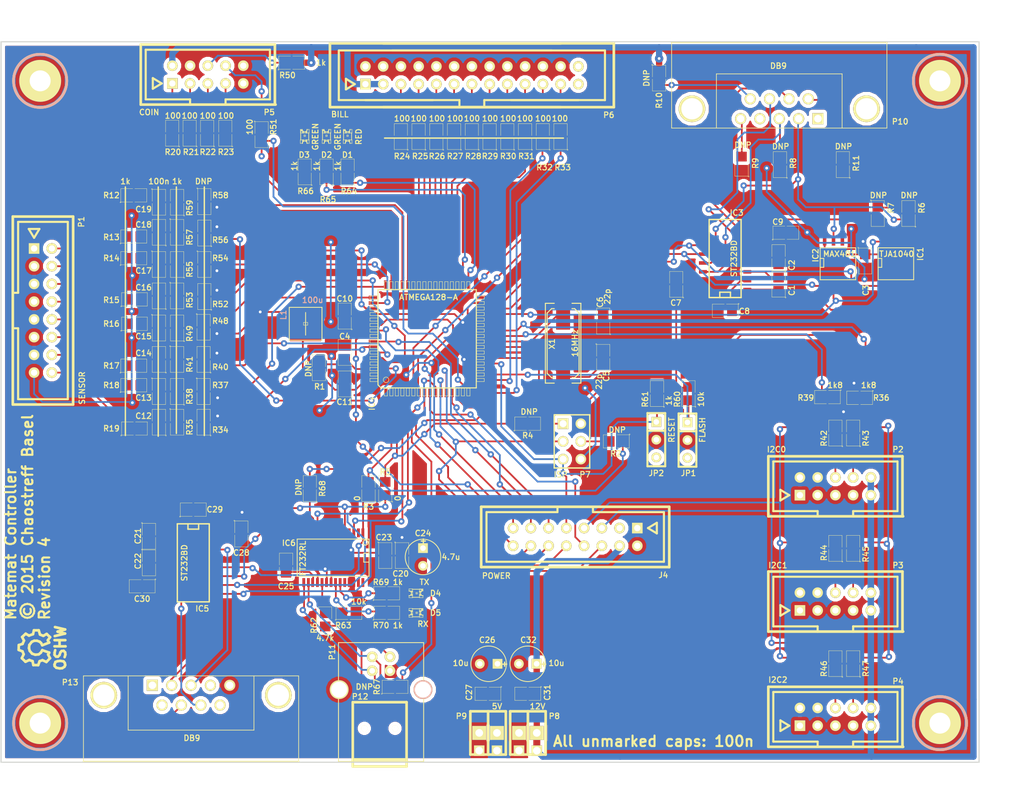
<source format=kicad_pcb>
(kicad_pcb (version 3) (host pcbnew "(25-Oct-2014 BZR 4029)-stable")
  (title_block (title "Matemat Control Board") (rev 4) (company "Chaostreff Basel") (comment 1 "(c) 2015 Gregor Riepl"))
  (layers (15 F.Cu signal) (0 B.Cu signal) (18 B.Paste user) (19 F.Paste user) (20 B.SilkS user) (21 F.SilkS user) (22 B.Mask user) (23 F.Mask user) (28 Edge.Cuts user))
  (net 0 "")
  (net 1 +12V)
  (net 2 //RST)
  (net 3 /CAN_SLEEP)
  (net 4 /FLASH_EN)
  (net 5 "/JTAG TCK")
  (net 6 "/JTAG TDI")
  (net 7 "/JTAG TDO")
  (net 8 "/JTAG TMS")
  (net 9 "/LED A")
  (net 10 "/LED B")
  (net 11 "/LED C")
  (net 12 "/LED RX")
  (net 13 "/LED TX")
  (net 14 /MISO)
  (net 15 /MOSI)
  (net 16 /PDI)
  (net 17 /PDO)
  (net 18 /SCK)
  (net 19 /SCL)
  (net 20 /SDA)
  (net 21 /UART0_CTS)
  (net 22 /UART0_RTS)
  (net 23 /UART0_RX)
  (net 24 /UART0_TX)
  (net 25 /UART1_CTS)
  (net 26 /UART1_RTS)
  (net 27 /UART1_RX)
  (net 28 /UART1_TX)
  (net 29 /USBID)
  (net 30 /USB_SLEEP)
  (net 31 /analog_0)
  (net 32 /analog_1)
  (net 33 /analog_2)
  (net 34 /analog_3)
  (net 35 /bill_abn)
  (net 36 /bill_ack)
  (net 37 /bill_busy)
  (net 38 /bill_full)
  (net 39 /bill_inh)
  (net 40 /bill_rej)
  (net 41 /bill_valid)
  (net 42 /bill_vend1)
  (net 43 /bill_vend2)
  (net 44 /bill_vend3)
  (net 45 /coin_a)
  (net 46 /coin_b)
  (net 47 /coin_c)
  (net 48 /coin_d)
  (net 49 /coin_e)
  (net 50 /digital_0)
  (net 51 /digital_1)
  (net 52 /digital_2)
  (net 53 /digital_3)
  (net 54 /strobe)
  (net 55 /zero_cross)
  (net 56 GND)
  (net 57 N-000001)
  (net 58 N-00000115)
  (net 59 N-00000117)
  (net 60 N-00000119)
  (net 61 N-00000120)
  (net 62 N-00000121)
  (net 63 N-00000122)
  (net 64 N-00000127)
  (net 65 N-00000128)
  (net 66 N-00000129)
  (net 67 N-00000130)
  (net 68 N-00000131)
  (net 69 N-00000132)
  (net 70 N-00000133)
  (net 71 N-00000134)
  (net 72 N-00000135)
  (net 73 N-00000136)
  (net 74 N-00000137)
  (net 75 N-00000138)
  (net 76 N-00000139)
  (net 77 N-00000140)
  (net 78 N-00000141)
  (net 79 N-00000142)
  (net 80 N-00000143)
  (net 81 N-00000144)
  (net 82 N-0000022)
  (net 83 N-0000024)
  (net 84 N-0000030)
  (net 85 N-0000034)
  (net 86 N-0000035)
  (net 87 N-0000037)
  (net 88 N-0000038)
  (net 89 N-0000039)
  (net 90 N-000004)
  (net 91 N-0000040)
  (net 92 N-0000041)
  (net 93 N-0000042)
  (net 94 N-0000044)
  (net 95 N-0000046)
  (net 96 N-0000047)
  (net 97 N-0000048)
  (net 98 N-0000049)
  (net 99 N-0000050)
  (net 100 N-0000051)
  (net 101 N-0000052)
  (net 102 N-0000053)
  (net 103 N-0000054)
  (net 104 N-0000055)
  (net 105 N-0000056)
  (net 106 N-0000057)
  (net 107 N-0000058)
  (net 108 N-0000059)
  (net 109 N-0000060)
  (net 110 N-0000061)
  (net 111 N-0000062)
  (net 112 N-0000064)
  (net 113 N-0000065)
  (net 114 N-0000067)
  (net 115 N-000007)
  (net 116 N-0000070)
  (net 117 N-0000071)
  (net 118 N-0000072)
  (net 119 N-0000085)
  (net 120 N-0000086)
  (net 121 N-0000088)
  (net 122 N-0000091)
  (net 123 N-0000092)
  (net 124 N-0000093)
  (net 125 N-0000094)
  (net 126 N-0000095)
  (net 127 N-0000096)
  (net 128 VAA)
  (net 129 VCC)
  (module SO16N (layer F.Cu) (at 77.52 131.44 270)
    (fp_text reference IC5 (at 6.56 -1.28 360) (layer F.SilkS) (effects (font (size 0.8 0.8))))
    (fp_text value ST232BD (at 0 1.27 270) (layer F.SilkS) (effects (font (size 0.8 0.8))))
    (pad 16 smd rect (at -4.445 -3.175 270) (size 0.508 1.143) (layers F.Cu F.Paste F.Mask) (net 129 VCC))
    (pad 14 smd rect (at -1.905 -3.175 270) (size 0.508 1.143) (layers F.Cu F.Paste F.Mask) (net 107 N-0000058))
    (pad 13 smd rect (at -0.635 -3.175 270) (size 0.508 1.143) (layers F.Cu F.Paste F.Mask) (net 105 N-0000056))
    (pad 12 smd rect (at 0.635 -3.175 270) (size 0.508 1.143) (layers F.Cu F.Paste F.Mask) (net 23 /UART0_RX))
    (pad 11 smd rect (at 1.905 -3.175 270) (size 0.508 1.143) (layers F.Cu F.Paste F.Mask) (net 24 /UART0_TX))
    (pad 10 smd rect (at 3.175 -3.175 270) (size 0.508 1.143) (layers F.Cu F.Paste F.Mask) (net 21 /UART0_CTS))
    (pad 9 smd rect (at 4.445 -3.175 270) (size 0.508 1.143) (layers F.Cu F.Paste F.Mask) (net 22 /UART0_RTS))
    (pad 8 smd rect (at 4.445 3.175 270) (size 0.508 1.143) (layers F.Cu F.Paste F.Mask) (net 109 N-0000060))
    (pad 7 smd rect (at 3.175 3.175 270) (size 0.508 1.143) (layers F.Cu F.Paste F.Mask) (net 108 N-0000059))
    (pad 6 smd rect (at 1.905 3.175 270) (size 0.508 1.143) (layers F.Cu F.Paste F.Mask) (net 122 N-0000091))
    (pad 5 smd rect (at 0.635 3.175 270) (size 0.508 1.143) (layers F.Cu F.Paste F.Mask) (net 123 N-0000092))
    (pad 4 smd rect (at -0.635 3.175 270) (size 0.508 1.143) (layers F.Cu F.Paste F.Mask) (net 124 N-0000093))
    (pad 3 smd rect (at -1.905 3.175 270) (size 0.508 1.143) (layers F.Cu F.Paste F.Mask) (net 125 N-0000094))
    (pad 2 smd rect (at -3.175 3.175 270) (size 0.508 1.143) (layers F.Cu F.Paste F.Mask) (net 126 N-0000095))
    (pad 1 smd rect (at -4.445 3.175 270) (size 0.508 1.143) (layers F.Cu F.Paste F.Mask) (net 127 N-0000096))
    (pad 15 smd rect (at -3.175 -3.175 270) (size 0.508 1.143) (layers F.Cu F.Paste F.Mask) (net 56 GND))
  )
  (module pin_array_3x2 (layer F.Cu) (at 131.725 114.045 270)
    (fp_text reference P7 (at 4.755 -1.875 360) (layer F.SilkS) (effects (font (size 0.8 0.8))))
    (fp_text value ISP (at 4.755 1.625 360) (layer F.SilkS) (effects (font (size 0.8 0.8))))
    (pad 1 thru_hole rect (at -2.54 1.27 270) (size 1.524 1.524) (drill 1.016) (layers *.Cu *.Mask F.SilkS) (net 17 /PDO))
    (pad 2 thru_hole circle (at -2.54 -1.27 270) (size 1.524 1.524) (drill 1.016) (layers *.Cu *.Mask F.SilkS) (net 129 VCC))
    (pad 3 thru_hole circle (at 0 1.27 270) (size 1.524 1.524) (drill 1.016) (layers *.Cu *.Mask F.SilkS) (net 18 /SCK))
    (pad 4 thru_hole circle (at 0 -1.27 270) (size 1.524 1.524) (drill 1.016) (layers *.Cu *.Mask F.SilkS) (net 16 /PDI))
    (pad 5 thru_hole circle (at 2.54 1.27 270) (size 1.524 1.524) (drill 1.016) (layers *.Cu *.Mask F.SilkS) (net 2 //RST))
    (pad 6 thru_hole circle (at 2.54 -1.27 270) (size 1.524 1.524) (drill 1.016) (layers *.Cu *.Mask F.SilkS) (net 56 GND))
  )
  (module TROU3 (layer F.Cu) (at 55.6 154.4)
    (fp_text reference TP2 hide)
    (fp_text value 3mm hide)
    (pad 1 thru_hole circle (at 0 0) (size 5.99948 5.99948) (drill 2.99974) (layers *.Cu *.Mask F.SilkS) (net 56 GND))
  )
  (module TROU3 (layer F.Cu) (at 55.6 62.4)
    (fp_text reference TP3 hide)
    (fp_text value 3mm hide)
    (pad 1 thru_hole circle (at 0 0) (size 5.99948 5.99948) (drill 2.99974) (layers *.Cu *.Mask F.SilkS) (net 56 GND))
  )
  (module TROU3 (layer F.Cu) (at 184.4 62.4)
    (fp_text reference TP1 hide)
    (fp_text value 3mm hide)
    (pad 1 thru_hole circle (at 0 0) (size 5.99948 5.99948) (drill 2.99974) (layers *.Cu *.Mask F.SilkS) (net 56 GND))
  )
  (module TROU3 (layer F.Cu) (at 184.4 154.4)
    (fp_text reference TP4 hide)
    (fp_text value 3mm hide)
    (pad 1 thru_hole circle (at 0 0) (size 5.99948 5.99948) (drill 2.99974) (layers *.Cu *.Mask F.SilkS) (net 56 GND))
  )
  (module SO8N (layer F.Cu) (at 178.1 88.6)
    (fp_text reference IC1 (at 3.5 -1.4 90) (layer F.SilkS) (effects (font (size 0.8 0.8))))
    (fp_text value TJA1040 (at 0.1 -1.4) (layer F.SilkS) (effects (font (size 0.8 0.8))))
    (pad 8 smd rect (at -1.905 -3.175) (size 0.508 1.143) (layers F.Cu F.Paste F.Mask) (net 3 /CAN_SLEEP))
    (pad 7 smd rect (at -0.635 -3.175) (size 0.508 1.143) (layers F.Cu F.Paste F.Mask) (net 83 N-0000024))
    (pad 6 smd rect (at 0.635 -3.175) (size 0.508 1.143) (layers F.Cu F.Paste F.Mask) (net 116 N-0000070))
    (pad 5 smd rect (at 1.905 -3.175) (size 0.508 1.143) (layers F.Cu F.Paste F.Mask) (net 90 N-000004))
    (pad 4 smd rect (at 1.905 3.175) (size 0.508 1.143) (layers F.Cu F.Paste F.Mask) (net 27 /UART1_RX))
    (pad 3 smd rect (at 0.635 3.175) (size 0.508 1.143) (layers F.Cu F.Paste F.Mask) (net 129 VCC))
    (pad 2 smd rect (at -0.635 3.175) (size 0.508 1.143) (layers F.Cu F.Paste F.Mask) (net 56 GND))
    (pad 1 smd rect (at -1.905 3.175) (size 0.508 1.143) (layers F.Cu F.Paste F.Mask) (net 28 /UART1_TX))
  )
  (module SO8N (layer F.Cu) (at 169.8 88.6)
    (fp_text reference IC2 (at -3.2 -1.2 90) (layer F.SilkS) (effects (font (size 0.8 0.8))))
    (fp_text value MAX481 (at 0.2 -1.4) (layer F.SilkS) (effects (font (size 0.8 0.8))))
    (pad 8 smd rect (at -1.905 -3.175) (size 0.508 1.143) (layers F.Cu F.Paste F.Mask) (net 129 VCC))
    (pad 7 smd rect (at -0.635 -3.175) (size 0.508 1.143) (layers F.Cu F.Paste F.Mask) (net 116 N-0000070))
    (pad 6 smd rect (at 0.635 -3.175) (size 0.508 1.143) (layers F.Cu F.Paste F.Mask) (net 83 N-0000024))
    (pad 5 smd rect (at 1.905 -3.175) (size 0.508 1.143) (layers F.Cu F.Paste F.Mask) (net 56 GND))
    (pad 4 smd rect (at 1.905 3.175) (size 0.508 1.143) (layers F.Cu F.Paste F.Mask) (net 28 /UART1_TX))
    (pad 3 smd rect (at 0.635 3.175) (size 0.508 1.143) (layers F.Cu F.Paste F.Mask) (net 3 /CAN_SLEEP))
    (pad 2 smd rect (at -0.635 3.175) (size 0.508 1.143) (layers F.Cu F.Paste F.Mask) (net 3 /CAN_SLEEP))
    (pad 1 smd rect (at -1.905 3.175) (size 0.508 1.143) (layers F.Cu F.Paste F.Mask) (net 27 /UART1_RX))
  )
  (module SO16N (layer F.Cu) (at 153.65 87.85 90)
    (fp_text reference IC3 (at 6.55 1.65 180) (layer F.SilkS) (effects (font (size 0.8 0.8))))
    (fp_text value ST232BD (at 0 1.27 90) (layer F.SilkS) (effects (font (size 0.8 0.8))))
    (pad 16 smd rect (at -4.445 -3.175 90) (size 0.508 1.143) (layers F.Cu F.Paste F.Mask) (net 129 VCC))
    (pad 14 smd rect (at -1.905 -3.175 90) (size 0.508 1.143) (layers F.Cu F.Paste F.Mask) (net 117 N-0000071))
    (pad 13 smd rect (at -0.635 -3.175 90) (size 0.508 1.143) (layers F.Cu F.Paste F.Mask) (net 116 N-0000070))
    (pad 12 smd rect (at 0.635 -3.175 90) (size 0.508 1.143) (layers F.Cu F.Paste F.Mask) (net 27 /UART1_RX))
    (pad 11 smd rect (at 1.905 -3.175 90) (size 0.508 1.143) (layers F.Cu F.Paste F.Mask) (net 28 /UART1_TX))
    (pad 10 smd rect (at 3.175 -3.175 90) (size 0.508 1.143) (layers F.Cu F.Paste F.Mask) (net 25 /UART1_CTS))
    (pad 9 smd rect (at 4.445 -3.175 90) (size 0.508 1.143) (layers F.Cu F.Paste F.Mask) (net 26 /UART1_RTS))
    (pad 8 smd rect (at 4.445 3.175 90) (size 0.508 1.143) (layers F.Cu F.Paste F.Mask) (net 83 N-0000024))
    (pad 7 smd rect (at 3.175 3.175 90) (size 0.508 1.143) (layers F.Cu F.Paste F.Mask) (net 118 N-0000072))
    (pad 6 smd rect (at 1.905 3.175 90) (size 0.508 1.143) (layers F.Cu F.Paste F.Mask) (net 98 N-0000049))
    (pad 5 smd rect (at 0.635 3.175 90) (size 0.508 1.143) (layers F.Cu F.Paste F.Mask) (net 102 N-0000053))
    (pad 4 smd rect (at -0.635 3.175 90) (size 0.508 1.143) (layers F.Cu F.Paste F.Mask) (net 103 N-0000054))
    (pad 3 smd rect (at -1.905 3.175 90) (size 0.508 1.143) (layers F.Cu F.Paste F.Mask) (net 100 N-0000051))
    (pad 2 smd rect (at -3.175 3.175 90) (size 0.508 1.143) (layers F.Cu F.Paste F.Mask) (net 99 N-0000050))
    (pad 1 smd rect (at -4.445 3.175 90) (size 0.508 1.143) (layers F.Cu F.Paste F.Mask) (net 101 N-0000052))
    (pad 15 smd rect (at -3.175 -3.175 90) (size 0.508 1.143) (layers F.Cu F.Paste F.Mask) (net 56 GND))
  )
  (module SIL-3 (layer F.Cu) (at 143.8 113.8 270)
    (fp_text reference JP2 (at 4.8 0 360) (layer F.SilkS) (effects (font (size 0.8 0.8))))
    (fp_text value RESET (at -1.4 -2.2 270) (layer F.SilkS) (effects (font (size 0.8 0.8))))
    (pad 1 thru_hole rect (at -2.54 0 270) (size 1.397 1.397) (drill 0.8128) (layers *.Cu *.Mask F.SilkS) (net 2 //RST))
    (pad 2 thru_hole circle (at 0 0 270) (size 1.397 1.397) (drill 0.8128) (layers *.Cu *.Mask F.SilkS) (net 56 GND))
    (pad 3 thru_hole circle (at 2.54 0 270) (size 1.397 1.397) (drill 0.8128) (layers *.Cu *.Mask F.SilkS))
  )
  (module SIL-3 (layer F.Cu) (at 148.26 113.86 270)
    (fp_text reference JP1 (at 4.74 -0.14 360) (layer F.SilkS) (effects (font (size 0.8 0.8))))
    (fp_text value FLASH (at -1.46 -2.14 270) (layer F.SilkS) (effects (font (size 0.8 0.8))))
    (pad 1 thru_hole rect (at -2.54 0 270) (size 1.397 1.397) (drill 0.8128) (layers *.Cu *.Mask F.SilkS) (net 4 /FLASH_EN))
    (pad 2 thru_hole circle (at 0 0 270) (size 1.397 1.397) (drill 0.8128) (layers *.Cu *.Mask F.SilkS) (net 56 GND))
    (pad 3 thru_hole circle (at 2.54 0 270) (size 1.397 1.397) (drill 0.8128) (layers *.Cu *.Mask F.SilkS))
  )
  (module LED-0805 (layer F.Cu) (at 96.59 70.36 90)
    (fp_text reference D2 (at -2.64 0.01 180) (layer F.SilkS) (effects (font (size 0.8 0.8))))
    (fp_text value GREEN (at -0.04 1.61 90) (layer F.SilkS) (effects (font (size 0.8 0.8))))
    (pad 1 smd rect (at -1.04902 0 90) (size 1.19888 1.19888) (layers F.Cu F.Paste F.Mask) (net 84 N-0000030))
    (pad 2 smd rect (at 1.04902 0 90) (size 1.19888 1.19888) (layers F.Cu F.Paste F.Mask) (net 56 GND))
  )
  (module LED-0805 (layer F.Cu) (at 99.61 70.36 90)
    (fp_text reference D1 (at -2.64 -0.01 180) (layer F.SilkS) (effects (font (size 0.8 0.8))))
    (fp_text value RED (at -0.04 1.59 90) (layer F.SilkS) (effects (font (size 0.8 0.8))))
    (pad 1 smd rect (at -1.04902 0 90) (size 1.19888 1.19888) (layers F.Cu F.Paste F.Mask) (net 82 N-0000022))
    (pad 2 smd rect (at 1.04902 0 90) (size 1.19888 1.19888) (layers F.Cu F.Paste F.Mask) (net 56 GND))
  )
  (module LED-0805 (layer F.Cu) (at 93.47 70.36 90)
    (fp_text reference D3 (at -2.64 -0.07 180) (layer F.SilkS) (effects (font (size 0.8 0.8))))
    (fp_text value GREEN (at -0.04 1.53 90) (layer F.SilkS) (effects (font (size 0.8 0.8))))
    (pad 1 smd rect (at -1.04902 0 90) (size 1.19888 1.19888) (layers F.Cu F.Paste F.Mask) (net 94 N-0000044))
    (pad 2 smd rect (at 1.04902 0 90) (size 1.19888 1.19888) (layers F.Cu F.Paste F.Mask) (net 56 GND))
  )
  (module he10-16ds (layer F.Cu) (at 132.19 127.73 180)
    (fp_text reference J4 (at -12.61 -5.47 180) (layer F.SilkS) (effects (font (size 0.8 0.8))))
    (fp_text value POWER (at 11.29 -5.57 180) (layer F.SilkS) (effects (font (size 0.8 0.8))))
    (pad 1 thru_hole rect (at -8.89 1.27 180) (size 1.524 1.524) (drill 0.9144) (layers *.Cu *.Mask F.SilkS) (net 129 VCC))
    (pad 2 thru_hole circle (at -8.89 -1.27 180) (size 1.524 1.524) (drill 0.9144) (layers *.Cu *.Mask F.SilkS) (net 56 GND))
    (pad 3 thru_hole circle (at -6.35 1.27 180) (size 1.524 1.524) (drill 0.9144) (layers *.Cu *.Mask F.SilkS))
    (pad 4 thru_hole circle (at -6.35 -1.27 180) (size 1.524 1.524) (drill 0.9144) (layers *.Cu *.Mask F.SilkS) (net 1 +12V))
    (pad 5 thru_hole circle (at -3.81 1.27 180) (size 1.524 1.524) (drill 0.9144) (layers *.Cu *.Mask F.SilkS) (net 20 /SDA))
    (pad 6 thru_hole circle (at -3.81 -1.27 180) (size 1.524 1.524) (drill 0.9144) (layers *.Cu *.Mask F.SilkS) (net 18 /SCK))
    (pad 7 thru_hole circle (at -1.27 1.27 180) (size 1.524 1.524) (drill 0.9144) (layers *.Cu *.Mask F.SilkS) (net 19 /SCL))
    (pad 8 thru_hole circle (at -1.27 -1.27 180) (size 1.524 1.524) (drill 0.9144) (layers *.Cu *.Mask F.SilkS) (net 55 /zero_cross))
    (pad 9 thru_hole circle (at 1.27 1.27 180) (size 1.524 1.524) (drill 0.9144) (layers *.Cu *.Mask F.SilkS) (net 2 //RST))
    (pad 10 thru_hole circle (at 1.27 -1.27 180) (size 1.524 1.524) (drill 0.9144) (layers *.Cu *.Mask F.SilkS) (net 54 /strobe))
    (pad 11 thru_hole circle (at 3.81 1.27 180) (size 1.524 1.524) (drill 0.9144) (layers *.Cu *.Mask F.SilkS) (net 5 "/JTAG TCK"))
    (pad 12 thru_hole circle (at 3.81 -1.27 180) (size 1.524 1.524) (drill 0.9144) (layers *.Cu *.Mask F.SilkS) (net 8 "/JTAG TMS"))
    (pad 13 thru_hole circle (at 6.35 1.27 180) (size 1.524 1.524) (drill 0.9144) (layers *.Cu *.Mask F.SilkS) (net 15 /MOSI))
    (pad 14 thru_hole circle (at 6.35 -1.27 180) (size 1.524 1.524) (drill 0.9144) (layers *.Cu *.Mask F.SilkS) (net 6 "/JTAG TDI"))
    (pad 15 thru_hole circle (at 8.89 1.27 180) (size 1.524 1.524) (drill 0.9144) (layers *.Cu *.Mask F.SilkS) (net 14 /MISO))
    (pad 16 thru_hole circle (at 8.89 -1.27 180) (size 1.524 1.524) (drill 0.9144) (layers *.Cu *.Mask F.SilkS) (net 7 "/JTAG TDO"))
  )
  (module C1V5 (layer F.Cu) (at 119.8 145.9 180)
    (fp_text reference C26 (at 0.2 3.4 180) (layer F.SilkS) (effects (font (size 0.8 0.8))))
    (fp_text value 10u (at 4 0.1 180) (layer F.SilkS) (effects (font (size 0.8 0.8))))
    (fp_text user + (at -2.286 0 180) (layer F.SilkS) (effects (font (size 0.762 0.762) (thickness 0.2032))))
    (pad 1 thru_hole rect (at -1.27 0 180) (size 1.397 1.397) (drill 0.8128) (layers *.Cu *.Mask F.SilkS) (net 129 VCC))
    (pad 2 thru_hole circle (at 1.27 0 180) (size 1.397 1.397) (drill 0.8128) (layers *.Cu *.Mask F.SilkS) (net 56 GND))
  )
  (module wuerth_elektronik_v5-WE-PD2_S (layer F.Cu) (at 93.6 97.2 90)
    (fp_text reference L1 (at 1.27 -3.175 90) (layer B.SilkS) (effects (font (size 0.8 0.8))))
    (fp_text value 100u (at 3.4 1 180) (layer B.SilkS) (effects (font (size 0.8 0.8))))
    (pad 1 smd rect (at -1.62306 0 180) (size 4.49834 1.74752) (layers F.Cu F.Paste F.Mask) (net 128 VAA))
    (pad 2 smd rect (at 1.62306 0 180) (size 4.49834 1.74752) (layers F.Cu F.Paste F.Mask) (net 129 VCC))
  )
  (module Bornier_B2_Phoenix (layer F.Cu) (at 125.4 155.8)
    (fp_text reference P8 (at 3.8 -2.4) (layer F.SilkS) (effects (font (size 0.8 0.8))))
    (fp_text value 12V (at 1.4 -3.8) (layer F.SilkS) (effects (font (size 0.8 0.8))))
    (pad 2 thru_hole rect (at 1.29032 2.54254) (size 1.50114 1.50114) (drill 1.09982) (layers *.Cu *.Mask F.SilkS) (net 1 +12V))
    (pad 2 thru_hole rect (at 1.29032 0.00254) (size 1.99898 1.99898) (drill 1.09982) (layers *.Cu *.Mask F.SilkS) (net 1 +12V))
    (pad 1 thru_hole rect (at -1.24968 2.54) (size 1.50114 1.50114) (drill 1.09982) (layers *.Cu *.Mask F.SilkS) (net 56 GND))
    (pad 1 thru_hole rect (at -1.24968 0) (size 1.99898 1.99898) (drill 1.09982) (layers *.Cu *.Mask F.SilkS) (net 56 GND))
  )
  (module HE10_26DS (layer F.Cu) (at 117.4 61.6)
    (fp_text reference P6 (at 19.6 5.7) (layer F.SilkS) (effects (font (size 0.8 0.8))))
    (fp_text value BILL (at -18.9 5.6) (layer F.SilkS) (effects (font (size 0.8 0.8))))
    (pad 20 thru_hole circle (at 7.62 -1.27) (size 1.524 1.524) (drill 0.9144) (layers *.Cu *.Mask F.SilkS) (net 56 GND))
    (pad 19 thru_hole circle (at 7.62 1.27) (size 1.524 1.524) (drill 0.9144) (layers *.Cu *.Mask F.SilkS) (net 73 N-00000136))
    (pad 26 thru_hole circle (at 15.24 -1.27) (size 1.524 1.524) (drill 0.9144) (layers *.Cu *.Mask F.SilkS))
    (pad 25 thru_hole circle (at 15.24 1.27) (size 1.524 1.524) (drill 0.9144) (layers *.Cu *.Mask F.SilkS))
    (pad 24 thru_hole circle (at 12.7 -1.27) (size 1.524 1.524) (drill 0.9144) (layers *.Cu *.Mask F.SilkS) (net 56 GND))
    (pad 23 thru_hole circle (at 12.7 1.27) (size 1.524 1.524) (drill 0.9144) (layers *.Cu *.Mask F.SilkS) (net 81 N-00000144))
    (pad 1 thru_hole rect (at -15.24 1.27) (size 1.524 1.524) (drill 0.9144) (layers *.Cu *.Mask F.SilkS) (net 1 +12V))
    (pad 2 thru_hole circle (at -15.24 -1.27) (size 1.524 1.524) (drill 0.9144) (layers *.Cu *.Mask F.SilkS) (net 56 GND))
    (pad 3 thru_hole circle (at -12.7 1.27) (size 1.524 1.524) (drill 0.9144) (layers *.Cu *.Mask F.SilkS) (net 1 +12V))
    (pad 4 thru_hole circle (at -12.7 -1.27) (size 1.524 1.524) (drill 0.9144) (layers *.Cu *.Mask F.SilkS) (net 56 GND))
    (pad 5 thru_hole circle (at -10.16 1.27) (size 1.524 1.524) (drill 0.9144) (layers *.Cu *.Mask F.SilkS) (net 80 N-00000143))
    (pad 6 thru_hole circle (at -10.16 -1.27) (size 1.524 1.524) (drill 0.9144) (layers *.Cu *.Mask F.SilkS) (net 56 GND))
    (pad 7 thru_hole circle (at -7.62 1.27) (size 1.524 1.524) (drill 0.9144) (layers *.Cu *.Mask F.SilkS) (net 79 N-00000142))
    (pad 8 thru_hole circle (at -7.62 -1.27) (size 1.524 1.524) (drill 0.9144) (layers *.Cu *.Mask F.SilkS) (net 56 GND))
    (pad 9 thru_hole circle (at -5.08 1.27) (size 1.524 1.524) (drill 0.9144) (layers *.Cu *.Mask F.SilkS) (net 78 N-00000141))
    (pad 10 thru_hole circle (at -5.08 -1.27) (size 1.524 1.524) (drill 0.9144) (layers *.Cu *.Mask F.SilkS) (net 56 GND))
    (pad 11 thru_hole circle (at -2.54 1.27) (size 1.524 1.524) (drill 0.9144) (layers *.Cu *.Mask F.SilkS) (net 72 N-00000135))
    (pad 12 thru_hole circle (at -2.54 -1.27) (size 1.524 1.524) (drill 0.9144) (layers *.Cu *.Mask F.SilkS) (net 56 GND))
    (pad 13 thru_hole circle (at 0 1.27) (size 1.524 1.524) (drill 0.9144) (layers *.Cu *.Mask F.SilkS) (net 76 N-00000139))
    (pad 14 thru_hole circle (at 0 -1.27) (size 1.524 1.524) (drill 0.9144) (layers *.Cu *.Mask F.SilkS) (net 56 GND))
    (pad 15 thru_hole circle (at 2.54 1.27) (size 1.524 1.524) (drill 0.9144) (layers *.Cu *.Mask F.SilkS) (net 75 N-00000138))
    (pad 16 thru_hole circle (at 2.54 -1.27) (size 1.524 1.524) (drill 0.9144) (layers *.Cu *.Mask F.SilkS) (net 56 GND))
    (pad 17 thru_hole circle (at 5.08 1.27) (size 1.524 1.524) (drill 0.9144) (layers *.Cu *.Mask F.SilkS) (net 74 N-00000137))
    (pad 18 thru_hole circle (at 5.08 -1.27) (size 1.524 1.524) (drill 0.9144) (layers *.Cu *.Mask F.SilkS) (net 56 GND))
    (pad 21 thru_hole circle (at 10.16 1.27) (size 1.524 1.524) (drill 0.9144) (layers *.Cu *.Mask F.SilkS) (net 77 N-00000140))
    (pad 22 thru_hole circle (at 10.16 -1.27) (size 1.524 1.524) (drill 0.9144) (layers *.Cu *.Mask F.SilkS) (net 56 GND))
  )
  (module he10-16ds (layer F.Cu) (at 56 95.3 270)
    (fp_text reference P1 (at -12.7 -5.5 270) (layer F.SilkS) (effects (font (size 0.8 0.8))))
    (fp_text value SENSOR (at 11.1 -5.6 270) (layer F.SilkS) (effects (font (size 0.8 0.8))))
    (pad 1 thru_hole rect (at -8.89 1.27 270) (size 1.524 1.524) (drill 0.9144) (layers *.Cu *.Mask F.SilkS) (net 129 VCC))
    (pad 2 thru_hole circle (at -8.89 -1.27 270) (size 1.524 1.524) (drill 0.9144) (layers *.Cu *.Mask F.SilkS) (net 70 N-00000133))
    (pad 3 thru_hole circle (at -6.35 1.27 270) (size 1.524 1.524) (drill 0.9144) (layers *.Cu *.Mask F.SilkS) (net 56 GND))
    (pad 4 thru_hole circle (at -6.35 -1.27 270) (size 1.524 1.524) (drill 0.9144) (layers *.Cu *.Mask F.SilkS) (net 64 N-00000127))
    (pad 5 thru_hole circle (at -3.81 1.27 270) (size 1.524 1.524) (drill 0.9144) (layers *.Cu *.Mask F.SilkS) (net 129 VCC))
    (pad 6 thru_hole circle (at -3.81 -1.27 270) (size 1.524 1.524) (drill 0.9144) (layers *.Cu *.Mask F.SilkS) (net 68 N-00000131))
    (pad 7 thru_hole circle (at -1.27 1.27 270) (size 1.524 1.524) (drill 0.9144) (layers *.Cu *.Mask F.SilkS) (net 56 GND))
    (pad 8 thru_hole circle (at -1.27 -1.27 270) (size 1.524 1.524) (drill 0.9144) (layers *.Cu *.Mask F.SilkS) (net 67 N-00000130))
    (pad 9 thru_hole circle (at 1.27 1.27 270) (size 1.524 1.524) (drill 0.9144) (layers *.Cu *.Mask F.SilkS) (net 129 VCC))
    (pad 10 thru_hole circle (at 1.27 -1.27 270) (size 1.524 1.524) (drill 0.9144) (layers *.Cu *.Mask F.SilkS) (net 66 N-00000129))
    (pad 11 thru_hole circle (at 3.81 1.27 270) (size 1.524 1.524) (drill 0.9144) (layers *.Cu *.Mask F.SilkS) (net 56 GND))
    (pad 12 thru_hole circle (at 3.81 -1.27 270) (size 1.524 1.524) (drill 0.9144) (layers *.Cu *.Mask F.SilkS) (net 65 N-00000128))
    (pad 13 thru_hole circle (at 6.35 1.27 270) (size 1.524 1.524) (drill 0.9144) (layers *.Cu *.Mask F.SilkS) (net 129 VCC))
    (pad 14 thru_hole circle (at 6.35 -1.27 270) (size 1.524 1.524) (drill 0.9144) (layers *.Cu *.Mask F.SilkS) (net 69 N-00000132))
    (pad 15 thru_hole circle (at 8.89 1.27 270) (size 1.524 1.524) (drill 0.9144) (layers *.Cu *.Mask F.SilkS) (net 56 GND))
    (pad 16 thru_hole circle (at 8.89 -1.27 270) (size 1.524 1.524) (drill 0.9144) (layers *.Cu *.Mask F.SilkS) (net 71 N-00000134))
  )
  (module he10-10ds (layer F.Cu) (at 169.435 120.475)
    (fp_text reference P2 (at 8.965 -5.275) (layer F.SilkS) (effects (font (size 0.8 0.8))))
    (fp_text value I2C0 (at -8.435 -5.275) (layer F.SilkS) (effects (font (size 0.8 0.8))))
    (pad 1 thru_hole rect (at -5.08 1.27) (size 1.524 1.524) (drill 0.9144) (layers *.Cu *.Mask F.SilkS) (net 56 GND))
    (pad 2 thru_hole circle (at -5.08 -1.27) (size 1.524 1.524) (drill 0.9144) (layers *.Cu *.Mask F.SilkS) (net 129 VCC))
    (pad 3 thru_hole circle (at -2.54 1.27) (size 1.524 1.524) (drill 0.9144) (layers *.Cu *.Mask F.SilkS) (net 56 GND))
    (pad 4 thru_hole circle (at -2.54 -1.27) (size 1.524 1.524) (drill 0.9144) (layers *.Cu *.Mask F.SilkS) (net 129 VCC))
    (pad 5 thru_hole circle (at 0 1.27) (size 1.524 1.524) (drill 0.9144) (layers *.Cu *.Mask F.SilkS) (net 56 GND))
    (pad 6 thru_hole circle (at 0 -1.27) (size 1.524 1.524) (drill 0.9144) (layers *.Cu *.Mask F.SilkS) (net 63 N-00000122))
    (pad 7 thru_hole circle (at 2.54 1.27) (size 1.524 1.524) (drill 0.9144) (layers *.Cu *.Mask F.SilkS) (net 56 GND))
    (pad 8 thru_hole circle (at 2.54 -1.27) (size 1.524 1.524) (drill 0.9144) (layers *.Cu *.Mask F.SilkS) (net 62 N-00000121))
    (pad 9 thru_hole circle (at 5.08 1.27) (size 1.524 1.524) (drill 0.9144) (layers *.Cu *.Mask F.SilkS) (net 1 +12V))
    (pad 10 thru_hole circle (at 5.08 -1.27) (size 1.524 1.524) (drill 0.9144) (layers *.Cu *.Mask F.SilkS) (net 1 +12V))
  )
  (module he10-10ds (layer F.Cu) (at 169.435 136.985)
    (fp_text reference P3 (at 8.965 -5.185) (layer F.SilkS) (effects (font (size 0.8 0.8))))
    (fp_text value I2C1 (at -8.235 -5.185) (layer F.SilkS) (effects (font (size 0.8 0.8))))
    (pad 1 thru_hole rect (at -5.08 1.27) (size 1.524 1.524) (drill 0.9144) (layers *.Cu *.Mask F.SilkS) (net 56 GND))
    (pad 2 thru_hole circle (at -5.08 -1.27) (size 1.524 1.524) (drill 0.9144) (layers *.Cu *.Mask F.SilkS) (net 129 VCC))
    (pad 3 thru_hole circle (at -2.54 1.27) (size 1.524 1.524) (drill 0.9144) (layers *.Cu *.Mask F.SilkS) (net 56 GND))
    (pad 4 thru_hole circle (at -2.54 -1.27) (size 1.524 1.524) (drill 0.9144) (layers *.Cu *.Mask F.SilkS) (net 129 VCC))
    (pad 5 thru_hole circle (at 0 1.27) (size 1.524 1.524) (drill 0.9144) (layers *.Cu *.Mask F.SilkS) (net 56 GND))
    (pad 6 thru_hole circle (at 0 -1.27) (size 1.524 1.524) (drill 0.9144) (layers *.Cu *.Mask F.SilkS) (net 58 N-00000115))
    (pad 7 thru_hole circle (at 2.54 1.27) (size 1.524 1.524) (drill 0.9144) (layers *.Cu *.Mask F.SilkS) (net 56 GND))
    (pad 8 thru_hole circle (at 2.54 -1.27) (size 1.524 1.524) (drill 0.9144) (layers *.Cu *.Mask F.SilkS) (net 61 N-00000120))
    (pad 9 thru_hole circle (at 5.08 1.27) (size 1.524 1.524) (drill 0.9144) (layers *.Cu *.Mask F.SilkS) (net 1 +12V))
    (pad 10 thru_hole circle (at 5.08 -1.27) (size 1.524 1.524) (drill 0.9144) (layers *.Cu *.Mask F.SilkS) (net 1 +12V))
  )
  (module he10-10ds (layer F.Cu) (at 169.435 153.495)
    (fp_text reference P4 (at 8.965 -5.095) (layer F.SilkS) (effects (font (size 0.8 0.8))))
    (fp_text value I2C2 (at -8.235 -5.295) (layer F.SilkS) (effects (font (size 0.8 0.8))))
    (pad 1 thru_hole rect (at -5.08 1.27) (size 1.524 1.524) (drill 0.9144) (layers *.Cu *.Mask F.SilkS) (net 56 GND))
    (pad 2 thru_hole circle (at -5.08 -1.27) (size 1.524 1.524) (drill 0.9144) (layers *.Cu *.Mask F.SilkS) (net 129 VCC))
    (pad 3 thru_hole circle (at -2.54 1.27) (size 1.524 1.524) (drill 0.9144) (layers *.Cu *.Mask F.SilkS) (net 56 GND))
    (pad 4 thru_hole circle (at -2.54 -1.27) (size 1.524 1.524) (drill 0.9144) (layers *.Cu *.Mask F.SilkS) (net 129 VCC))
    (pad 5 thru_hole circle (at 0 1.27) (size 1.524 1.524) (drill 0.9144) (layers *.Cu *.Mask F.SilkS) (net 56 GND))
    (pad 6 thru_hole circle (at 0 -1.27) (size 1.524 1.524) (drill 0.9144) (layers *.Cu *.Mask F.SilkS) (net 60 N-00000119))
    (pad 7 thru_hole circle (at 2.54 1.27) (size 1.524 1.524) (drill 0.9144) (layers *.Cu *.Mask F.SilkS) (net 56 GND))
    (pad 8 thru_hole circle (at 2.54 -1.27) (size 1.524 1.524) (drill 0.9144) (layers *.Cu *.Mask F.SilkS) (net 59 N-00000117))
    (pad 9 thru_hole circle (at 5.08 1.27) (size 1.524 1.524) (drill 0.9144) (layers *.Cu *.Mask F.SilkS) (net 1 +12V))
    (pad 10 thru_hole circle (at 5.08 -1.27) (size 1.524 1.524) (drill 0.9144) (layers *.Cu *.Mask F.SilkS) (net 1 +12V))
  )
  (module he10-10ds (layer F.Cu) (at 79.6 61.5)
    (fp_text reference P5 (at 8.8 5.4) (layer F.SilkS) (effects (font (size 0.8 0.8))))
    (fp_text value COIN (at -8.4 5.4) (layer F.SilkS) (effects (font (size 0.8 0.8))))
    (pad 1 thru_hole rect (at -5.08 1.27) (size 1.524 1.524) (drill 0.9144) (layers *.Cu *.Mask F.SilkS) (net 93 N-0000042))
    (pad 2 thru_hole circle (at -5.08 -1.27) (size 1.524 1.524) (drill 0.9144) (layers *.Cu *.Mask F.SilkS) (net 1 +12V))
    (pad 3 thru_hole circle (at -2.54 1.27) (size 1.524 1.524) (drill 0.9144) (layers *.Cu *.Mask F.SilkS) (net 92 N-0000041))
    (pad 4 thru_hole circle (at -2.54 -1.27) (size 1.524 1.524) (drill 0.9144) (layers *.Cu *.Mask F.SilkS) (net 56 GND))
    (pad 5 thru_hole circle (at 0 1.27) (size 1.524 1.524) (drill 0.9144) (layers *.Cu *.Mask F.SilkS) (net 91 N-0000040))
    (pad 6 thru_hole circle (at 0 -1.27) (size 1.524 1.524) (drill 0.9144) (layers *.Cu *.Mask F.SilkS) (net 89 N-0000039))
    (pad 7 thru_hole circle (at 2.54 1.27) (size 1.524 1.524) (drill 0.9144) (layers *.Cu *.Mask F.SilkS) (net 88 N-0000038))
    (pad 8 thru_hole circle (at 2.54 -1.27) (size 1.524 1.524) (drill 0.9144) (layers *.Cu *.Mask F.SilkS) (net 87 N-0000037))
    (pad 9 thru_hole circle (at 5.08 1.27) (size 1.524 1.524) (drill 0.9144) (layers *.Cu *.Mask F.SilkS) (net 56 GND))
    (pad 10 thru_hole circle (at 5.08 -1.27) (size 1.524 1.524) (drill 0.9144) (layers *.Cu *.Mask F.SilkS) (net 56 GND))
  )
  (module C1V5 (layer F.Cu) (at 125.4 145.9 180)
    (fp_text reference C32 (at -0.1 3.4 180) (layer F.SilkS) (effects (font (size 0.8 0.8))))
    (fp_text value 10u (at -4.1 0.1 180) (layer F.SilkS) (effects (font (size 0.8 0.8))))
    (fp_text user + (at -2.286 0 180) (layer F.SilkS) (effects (font (size 0.762 0.762) (thickness 0.2032))))
    (pad 1 thru_hole rect (at -1.27 0 180) (size 1.397 1.397) (drill 0.8128) (layers *.Cu *.Mask F.SilkS) (net 1 +12V))
    (pad 2 thru_hole circle (at 1.27 0 180) (size 1.397 1.397) (drill 0.8128) (layers *.Cu *.Mask F.SilkS) (net 56 GND))
  )
  (module Bornier_B2_Phoenix (layer F.Cu) (at 119.7 155.8)
    (fp_text reference P9 (at -3.8 -2.4) (layer F.SilkS) (effects (font (size 0.8 0.8))))
    (fp_text value 5V (at 1.3 -3.8) (layer F.SilkS) (effects (font (size 0.8 0.8))))
    (pad 2 thru_hole rect (at 1.29032 2.54254) (size 1.50114 1.50114) (drill 1.09982) (layers *.Cu *.Mask F.SilkS) (net 129 VCC))
    (pad 2 thru_hole rect (at 1.29032 0.00254) (size 1.99898 1.99898) (drill 1.09982) (layers *.Cu *.Mask F.SilkS) (net 129 VCC))
    (pad 1 thru_hole rect (at -1.24968 2.54) (size 1.50114 1.50114) (drill 1.09982) (layers *.Cu *.Mask F.SilkS) (net 56 GND))
    (pad 1 thru_hole rect (at -1.24968 0) (size 1.99898 1.99898) (drill 1.09982) (layers *.Cu *.Mask F.SilkS) (net 56 GND))
  )
  (module LED-0805 (layer F.Cu) (at 109.4 135.8)
    (fp_text reference D4 (at 2.8 0) (layer F.SilkS) (effects (font (size 0.8 0.8))))
    (fp_text value TX (at 1.2 -1.6) (layer F.SilkS) (effects (font (size 0.8 0.8))))
    (pad 1 smd rect (at -1.04902 0) (size 1.19888 1.19888) (layers F.Cu F.Paste F.Mask) (net 112 N-0000064))
    (pad 2 smd rect (at 1.04902 0) (size 1.19888 1.19888) (layers F.Cu F.Paste F.Mask) (net 56 GND))
  )
  (module LED-0805 (layer F.Cu) (at 109.4 138.6)
    (fp_text reference D5 (at 2.8 0) (layer F.SilkS) (effects (font (size 0.8 0.8))))
    (fp_text value RX (at 1 1.6) (layer F.SilkS) (effects (font (size 0.8 0.8))))
    (pad 1 smd rect (at -1.04902 0) (size 1.19888 1.19888) (layers F.Cu F.Paste F.Mask) (net 110 N-0000061))
    (pad 2 smd rect (at 1.04902 0) (size 1.19888 1.19888) (layers F.Cu F.Paste F.Mask) (net 56 GND))
  )
  (module C1V5 (layer F.Cu) (at 110.4 130.6 270)
    (fp_text reference C24 (at -3.4 0 360) (layer F.SilkS) (effects (font (size 0.8 0.8))))
    (fp_text value 4.7u (at 0 -4 360) (layer F.SilkS) (effects (font (size 0.8 0.8))))
    (fp_text user + (at -2.286 0 270) (layer F.SilkS) (effects (font (size 0.762 0.762) (thickness 0.2032))))
    (pad 1 thru_hole rect (at -1.27 0 270) (size 1.397 1.397) (drill 0.8128) (layers *.Cu *.Mask F.SilkS) (net 129 VCC))
    (pad 2 thru_hole circle (at 1.27 0 270) (size 1.397 1.397) (drill 0.8128) (layers *.Cu *.Mask F.SilkS) (net 56 GND))
  )
  (module SSOP28 (layer F.Cu) (at 97.6 130.7 180)
    (fp_text reference IC6 (at 6.4 2.1 180) (layer F.SilkS) (effects (font (size 0.8 0.8))))
    (fp_text value FT232RL (at 4.4 -0.1 270) (layer F.SilkS) (effects (font (size 0.8 0.8))))
    (pad 1 smd rect (at -4.191 3.556 180) (size 0.4064 1.27) (layers F.Cu F.Paste F.Mask) (net 23 /UART0_RX))
    (pad 2 smd rect (at -3.556 3.556 180) (size 0.4064 1.27) (layers F.Cu F.Paste F.Mask))
    (pad 3 smd rect (at -2.8956 3.556 180) (size 0.4064 1.27) (layers F.Cu F.Paste F.Mask) (net 22 /UART0_RTS))
    (pad 4 smd rect (at -2.2352 3.556 180) (size 0.4064 1.27) (layers F.Cu F.Paste F.Mask) (net 129 VCC))
    (pad 5 smd rect (at -1.6002 3.556 180) (size 0.4064 1.27) (layers F.Cu F.Paste F.Mask) (net 24 /UART0_TX))
    (pad 6 smd rect (at -0.9398 3.556 180) (size 0.4064 1.27) (layers F.Cu F.Paste F.Mask))
    (pad 7 smd rect (at -0.2794 3.556 180) (size 0.4064 1.27) (layers F.Cu F.Paste F.Mask) (net 56 GND))
    (pad 8 smd rect (at 0.3556 3.556 180) (size 0.4064 1.27) (layers F.Cu F.Paste F.Mask))
    (pad 9 smd rect (at 1.016 3.556 180) (size 0.4064 1.27) (layers F.Cu F.Paste F.Mask))
    (pad 10 smd rect (at 1.651 3.556 180) (size 0.4064 1.27) (layers F.Cu F.Paste F.Mask))
    (pad 11 smd rect (at 2.3114 3.556 180) (size 0.4064 1.27) (layers F.Cu F.Paste F.Mask) (net 21 /UART0_CTS))
    (pad 12 smd rect (at 2.9718 3.556 180) (size 0.4064 1.27) (layers F.Cu F.Paste F.Mask) (net 86 N-0000035))
    (pad 13 smd rect (at 3.6068 3.556 180) (size 0.4064 1.27) (layers F.Cu F.Paste F.Mask))
    (pad 14 smd rect (at 4.2672 3.556 180) (size 0.4064 1.27) (layers F.Cu F.Paste F.Mask))
    (pad 15 smd rect (at 4.2672 -3.556 180) (size 0.4064 1.27) (layers F.Cu F.Paste F.Mask) (net 111 N-0000062))
    (pad 16 smd rect (at 3.6068 -3.556 180) (size 0.4064 1.27) (layers F.Cu F.Paste F.Mask) (net 113 N-0000065))
    (pad 17 smd rect (at 2.9972 -3.556 180) (size 0.4064 1.27) (layers F.Cu F.Paste F.Mask) (net 121 N-0000088))
    (pad 18 smd rect (at 2.3114 -3.556 180) (size 0.4064 1.27) (layers F.Cu F.Paste F.Mask) (net 56 GND))
    (pad 19 smd rect (at 1.651 -3.556 180) (size 0.4064 1.27) (layers F.Cu F.Paste F.Mask) (net 104 N-0000055))
    (pad 20 smd rect (at 1.016 -3.556 180) (size 0.4064 1.27) (layers F.Cu F.Paste F.Mask) (net 129 VCC))
    (pad 21 smd rect (at 0.3556 -3.556 180) (size 0.4064 1.27) (layers F.Cu F.Paste F.Mask) (net 56 GND))
    (pad 22 smd rect (at -0.2794 -3.556 180) (size 0.4064 1.27) (layers F.Cu F.Paste F.Mask) (net 12 "/LED RX"))
    (pad 23 smd rect (at -0.9398 -3.556 180) (size 0.4064 1.27) (layers F.Cu F.Paste F.Mask) (net 13 "/LED TX"))
    (pad 24 smd rect (at -1.6002 -3.556 180) (size 0.4064 1.27) (layers F.Cu F.Paste F.Mask))
    (pad 25 smd rect (at -2.2352 -3.556 180) (size 0.4064 1.27) (layers F.Cu F.Paste F.Mask) (net 56 GND))
    (pad 26 smd rect (at -2.8956 -3.556 180) (size 0.4064 1.27) (layers F.Cu F.Paste F.Mask) (net 56 GND))
    (pad 27 smd rect (at -3.556 -3.556 180) (size 0.4064 1.27) (layers F.Cu F.Paste F.Mask))
    (pad 28 smd rect (at -4.191 -3.556 180) (size 0.4064 1.27) (layers F.Cu F.Paste F.Mask))
  )
  (module Q_49U3HMS (layer F.Cu) (at 130.46 99.98 90)
    (fp_text reference X1 (at -0.1 -1.6 90) (layer F.SilkS) (effects (font (size 0.8 0.8))))
    (fp_text value 16MHz (at 0 1.7 90) (layer F.SilkS) (effects (font (size 0.8 0.8))))
    (pad 1 smd rect (at -4.699 0 90) (size 5.4991 1.99898) (layers F.Cu F.Paste F.Mask) (net 120 N-0000086))
    (pad 2 smd rect (at 4.699 0 90) (size 5.4991 1.99898) (layers F.Cu F.Paste F.Mask) (net 119 N-0000085))
  )
  (module TQFP64 (layer F.Cu) (at 110.995 99.345 90)
    (fp_text reference IC4 (at -9.3 -7.9 90) (layer F.SilkS) (effects (font (size 0.8 0.8))))
    (fp_text value ATMEGA128-A (at 5.945 0.205 180) (layer F.SilkS) (effects (font (size 0.8 0.8))))
    (pad 1 smd rect (at -7.7597 -5.9055 90) (size 1.1938 0.5588) (layers F.Cu F.Paste F.Mask))
    (pad 2 smd rect (at -7.7597 -5.1181 90) (size 1.1938 0.5588) (layers F.Cu F.Paste F.Mask) (net 115 N-000007))
    (pad 3 smd rect (at -7.7597 -4.3307 90) (size 1.1938 0.5588) (layers F.Cu F.Paste F.Mask) (net 57 N-000001))
    (pad 4 smd rect (at -7.7597 -3.5433 90) (size 1.1938 0.5588) (layers F.Cu F.Paste F.Mask) (net 22 /UART0_RTS))
    (pad 5 smd rect (at -7.7597 -2.7559 90) (size 1.1938 0.5588) (layers F.Cu F.Paste F.Mask) (net 21 /UART0_CTS))
    (pad 6 smd rect (at -7.7597 -1.9685 90) (size 1.1938 0.5588) (layers F.Cu F.Paste F.Mask) (net 26 /UART1_RTS))
    (pad 7 smd rect (at -7.7597 -1.1811 90) (size 1.1938 0.5588) (layers F.Cu F.Paste F.Mask) (net 25 /UART1_CTS))
    (pad 8 smd rect (at -7.7597 -0.3937 90) (size 1.1938 0.5588) (layers F.Cu F.Paste F.Mask) (net 54 /strobe))
    (pad 9 smd rect (at -7.7597 0.3937 90) (size 1.1938 0.5588) (layers F.Cu F.Paste F.Mask) (net 55 /zero_cross))
    (pad 10 smd rect (at -7.7597 1.1811 90) (size 1.1938 0.5588) (layers F.Cu F.Paste F.Mask) (net 29 /USBID))
    (pad 11 smd rect (at -7.7597 1.9685 90) (size 1.1938 0.5588) (layers F.Cu F.Paste F.Mask) (net 18 /SCK))
    (pad 12 smd rect (at -7.7597 2.7559 90) (size 1.1938 0.5588) (layers F.Cu F.Paste F.Mask) (net 15 /MOSI))
    (pad 13 smd rect (at -7.7597 3.5433 90) (size 1.1938 0.5588) (layers F.Cu F.Paste F.Mask) (net 14 /MISO))
    (pad 14 smd rect (at -7.7597 4.3307 90) (size 1.1938 0.5588) (layers F.Cu F.Paste F.Mask) (net 30 /USB_SLEEP))
    (pad 15 smd rect (at -7.7597 5.1181 90) (size 1.1938 0.5588) (layers F.Cu F.Paste F.Mask) (net 49 /coin_e))
    (pad 16 smd rect (at -7.7597 5.9055 90) (size 1.1938 0.5588) (layers F.Cu F.Paste F.Mask) (net 38 /bill_full))
    (pad 17 smd rect (at -5.9055 7.7597 90) (size 0.5588 1.1938) (layers F.Cu F.Paste F.Mask) (net 41 /bill_valid))
    (pad 18 smd rect (at -5.1181 7.7597 90) (size 0.5588 1.1938) (layers F.Cu F.Paste F.Mask) (net 4 /FLASH_EN))
    (pad 19 smd rect (at -4.3307 7.7597 90) (size 0.5588 1.1938) (layers F.Cu F.Paste F.Mask))
    (pad 20 smd rect (at -3.5433 7.7597 90) (size 0.5588 1.1938) (layers F.Cu F.Paste F.Mask) (net 2 //RST))
    (pad 21 smd rect (at -2.7559 7.7597 90) (size 0.5588 1.1938) (layers F.Cu F.Paste F.Mask) (net 129 VCC))
    (pad 22 smd rect (at -1.9685 7.7597 90) (size 0.5588 1.1938) (layers F.Cu F.Paste F.Mask) (net 56 GND))
    (pad 23 smd rect (at -1.1811 7.7597 90) (size 0.5588 1.1938) (layers F.Cu F.Paste F.Mask) (net 120 N-0000086))
    (pad 24 smd rect (at -0.3937 7.7597 90) (size 0.5588 1.1938) (layers F.Cu F.Paste F.Mask) (net 119 N-0000085))
    (pad 25 smd rect (at 0.3937 7.7597 90) (size 0.5588 1.1938) (layers F.Cu F.Paste F.Mask) (net 19 /SCL))
    (pad 26 smd rect (at 1.1811 7.7597 90) (size 0.5588 1.1938) (layers F.Cu F.Paste F.Mask) (net 20 /SDA))
    (pad 27 smd rect (at 1.9685 7.7597 90) (size 0.5588 1.1938) (layers F.Cu F.Paste F.Mask) (net 27 /UART1_RX))
    (pad 28 smd rect (at 2.7559 7.7597 90) (size 0.5588 1.1938) (layers F.Cu F.Paste F.Mask) (net 28 /UART1_TX))
    (pad 29 smd rect (at 3.5433 7.7597 90) (size 0.5588 1.1938) (layers F.Cu F.Paste F.Mask) (net 3 /CAN_SLEEP))
    (pad 30 smd rect (at 4.3307 7.7597 90) (size 0.5588 1.1938) (layers F.Cu F.Paste F.Mask) (net 28 /UART1_TX))
    (pad 31 smd rect (at 5.1181 7.7597 90) (size 0.5588 1.1938) (layers F.Cu F.Paste F.Mask) (net 27 /UART1_RX))
    (pad 32 smd rect (at 5.9055 7.7597 90) (size 0.5588 1.1938) (layers F.Cu F.Paste F.Mask))
    (pad 33 smd rect (at 7.7597 5.9055 90) (size 1.1938 0.5588) (layers F.Cu F.Paste F.Mask) (net 9 "/LED A"))
    (pad 34 smd rect (at 7.7597 5.1181 90) (size 1.1938 0.5588) (layers F.Cu F.Paste F.Mask) (net 10 "/LED B"))
    (pad 35 smd rect (at 7.7597 4.3307 90) (size 1.1938 0.5588) (layers F.Cu F.Paste F.Mask) (net 40 /bill_rej))
    (pad 36 smd rect (at 7.7597 3.5433 90) (size 1.1938 0.5588) (layers F.Cu F.Paste F.Mask) (net 36 /bill_ack))
    (pad 37 smd rect (at 7.7597 2.7559 90) (size 1.1938 0.5588) (layers F.Cu F.Paste F.Mask) (net 39 /bill_inh))
    (pad 38 smd rect (at 7.7597 1.9685 90) (size 1.1938 0.5588) (layers F.Cu F.Paste F.Mask) (net 35 /bill_abn))
    (pad 39 smd rect (at 7.7597 1.1811 90) (size 1.1938 0.5588) (layers F.Cu F.Paste F.Mask) (net 37 /bill_busy))
    (pad 40 smd rect (at 7.7597 0.3937 90) (size 1.1938 0.5588) (layers F.Cu F.Paste F.Mask) (net 44 /bill_vend3))
    (pad 41 smd rect (at 7.7597 -0.3937 90) (size 1.1938 0.5588) (layers F.Cu F.Paste F.Mask) (net 43 /bill_vend2))
    (pad 42 smd rect (at 7.7597 -1.1811 90) (size 1.1938 0.5588) (layers F.Cu F.Paste F.Mask) (net 42 /bill_vend1))
    (pad 43 smd rect (at 7.7597 -1.9685 90) (size 1.1938 0.5588) (layers F.Cu F.Paste F.Mask) (net 11 "/LED C"))
    (pad 44 smd rect (at 7.7597 -2.7559 90) (size 1.1938 0.5588) (layers F.Cu F.Paste F.Mask) (net 48 /coin_d))
    (pad 45 smd rect (at 7.7597 -3.5433 90) (size 1.1938 0.5588) (layers F.Cu F.Paste F.Mask) (net 47 /coin_c))
    (pad 46 smd rect (at 7.7597 -4.3307 90) (size 1.1938 0.5588) (layers F.Cu F.Paste F.Mask) (net 46 /coin_b))
    (pad 47 smd rect (at 7.7597 -5.1181 90) (size 1.1938 0.5588) (layers F.Cu F.Paste F.Mask) (net 45 /coin_a))
    (pad 48 smd rect (at 7.7597 -5.9055 90) (size 1.1938 0.5588) (layers F.Cu F.Paste F.Mask) (net 53 /digital_3))
    (pad 49 smd rect (at 5.9055 -7.7597 90) (size 0.5588 1.1938) (layers F.Cu F.Paste F.Mask) (net 52 /digital_2))
    (pad 50 smd rect (at 5.1181 -7.7597 90) (size 0.5588 1.1938) (layers F.Cu F.Paste F.Mask) (net 51 /digital_1))
    (pad 51 smd rect (at 4.3307 -7.7597 90) (size 0.5588 1.1938) (layers F.Cu F.Paste F.Mask) (net 50 /digital_0))
    (pad 52 smd rect (at 3.5433 -7.7597 90) (size 0.5588 1.1938) (layers F.Cu F.Paste F.Mask) (net 129 VCC))
    (pad 53 smd rect (at 2.7559 -7.7597 90) (size 0.5588 1.1938) (layers F.Cu F.Paste F.Mask) (net 56 GND))
    (pad 54 smd rect (at 1.9685 -7.7597 90) (size 0.5588 1.1938) (layers F.Cu F.Paste F.Mask) (net 6 "/JTAG TDI"))
    (pad 55 smd rect (at 1.1811 -7.7597 90) (size 0.5588 1.1938) (layers F.Cu F.Paste F.Mask) (net 7 "/JTAG TDO"))
    (pad 56 smd rect (at 0.3937 -7.7597 90) (size 0.5588 1.1938) (layers F.Cu F.Paste F.Mask) (net 8 "/JTAG TMS"))
    (pad 57 smd rect (at -0.3937 -7.7597 90) (size 0.5588 1.1938) (layers F.Cu F.Paste F.Mask) (net 5 "/JTAG TCK"))
    (pad 58 smd rect (at -1.1811 -7.7597 90) (size 0.5588 1.1938) (layers F.Cu F.Paste F.Mask) (net 34 /analog_3))
    (pad 59 smd rect (at -1.9685 -7.7597 90) (size 0.5588 1.1938) (layers F.Cu F.Paste F.Mask) (net 33 /analog_2))
    (pad 60 smd rect (at -2.7559 -7.7597 90) (size 0.5588 1.1938) (layers F.Cu F.Paste F.Mask) (net 32 /analog_1))
    (pad 61 smd rect (at -3.5433 -7.7597 90) (size 0.5588 1.1938) (layers F.Cu F.Paste F.Mask) (net 31 /analog_0))
    (pad 62 smd rect (at -4.3307 -7.7597 90) (size 0.5588 1.1938) (layers F.Cu F.Paste F.Mask) (net 114 N-0000067))
    (pad 63 smd rect (at -5.1181 -7.7597 90) (size 0.5588 1.1938) (layers F.Cu F.Paste F.Mask) (net 56 GND))
    (pad 64 smd rect (at -5.9055 -7.7597 90) (size 0.5588 1.1938) (layers F.Cu F.Paste F.Mask) (net 128 VAA))
  )
  (module USB_MINI_B_6 (layer F.Cu) (at 104.2 156 90)
    (fp_text reference P12 (at 5.4 -2.8 180) (layer F.SilkS) (effects (font (size 0.8 0.8))))
    (fp_text value USB_M6 hide)
    (pad 1 smd rect (at 3.44932 -1.6002 90) (size 2.30124 0.50038) (layers F.Cu F.Paste F.Mask) (net 106 N-0000057))
    (pad 2 smd rect (at 3.44932 -0.8001 90) (size 2.30124 0.50038) (layers F.Cu F.Paste F.Mask) (net 111 N-0000062))
    (pad 3 smd rect (at 3.44932 0 90) (size 2.30124 0.50038) (layers F.Cu F.Paste F.Mask) (net 113 N-0000065))
    (pad 4 smd rect (at 3.44932 0.8001 90) (size 2.30124 0.50038) (layers F.Cu F.Paste F.Mask) (net 85 N-0000034))
    (pad 5 smd rect (at 3.44932 1.6002 90) (size 2.30124 0.50038) (layers F.Cu F.Paste F.Mask) (net 56 GND))
    (pad 6 smd rect (at 3.35026 -4.45008 90) (size 2.49936 1.99898) (layers F.Cu F.Paste F.Mask) (net 56 GND))
    (pad 6 smd rect (at -2.14884 -4.45008 90) (size 2.49936 1.99898) (layers F.Cu F.Paste F.Mask) (net 56 GND))
    (pad 6 smd rect (at 3.35026 4.45008 90) (size 2.49936 1.99898) (layers F.Cu F.Paste F.Mask) (net 56 GND))
    (pad 6 smd rect (at -2.14884 4.45008 90) (size 2.49936 1.99898) (layers F.Cu F.Paste F.Mask) (net 56 GND))
    (pad "" np_thru_hole circle (at 0.8509 -2.19964 90) (size 0.89916 0.89916) (drill 0.89916) (layers *.Cu *.Mask F.SilkS))
    (pad "" np_thru_hole circle (at 0.8509 2.19964 90) (size 0.89916 0.89916) (drill 0.89916) (layers *.Cu *.Mask F.SilkS))
  )
  (module DB9MCS (layer F.Cu) (at 77.2 150.4 180)
    (fp_text reference P13 (at 17.31 1.84 180) (layer F.SilkS) (effects (font (size 0.8 0.8))))
    (fp_text value DB9 (at -0.12 -6.14 180) (layer F.SilkS) (effects (font (size 0.8 0.8))))
    (pad "" thru_hole circle (at 12.495 0 180) (size 3.81 3.81) (drill 3.05) (layers *.Cu *.Mask F.SilkS))
    (pad "" thru_hole circle (at -12.495 0 180) (size 3.81 3.81) (drill 3.05) (layers *.Cu *.Mask F.SilkS))
    (pad 1 thru_hole rect (at 5.535 1.42 180) (size 1.59 1.59) (drill 1.09) (layers *.Cu *.Mask F.SilkS))
    (pad 2 thru_hole circle (at 2.775 1.42 180) (size 1.59 1.59) (drill 1.09) (layers *.Cu *.Mask F.SilkS) (net 105 N-0000056))
    (pad 3 thru_hole circle (at 0 1.42 180) (size 1.59 1.59) (drill 1.09) (layers *.Cu *.Mask F.SilkS) (net 107 N-0000058))
    (pad 4 thru_hole circle (at -2.775 1.42 180) (size 1.59 1.59) (drill 1.09) (layers *.Cu *.Mask F.SilkS))
    (pad 5 thru_hole circle (at -5.535 1.42 180) (size 1.59 1.59) (drill 1.09) (layers *.Cu *.Mask F.SilkS) (net 56 GND))
    (pad 9 thru_hole circle (at -4.155 -1.42 180) (size 1.59 1.59) (drill 1.09) (layers *.Cu *.Mask F.SilkS))
    (pad 8 thru_hole circle (at -1.395 -1.42 180) (size 1.59 1.59) (drill 1.09) (layers *.Cu *.Mask F.SilkS) (net 108 N-0000059))
    (pad 7 thru_hole circle (at 1.395 -1.42 180) (size 1.59 1.59) (drill 1.09) (layers *.Cu *.Mask F.SilkS) (net 109 N-0000060))
    (pad 6 thru_hole circle (at 4.155 -1.42 180) (size 1.59 1.59) (drill 1.09) (layers *.Cu *.Mask F.SilkS))
  )
  (module DB9MCS (layer F.Cu) (at 161.4 66.4)
    (fp_text reference P10 (at 17.31 1.84) (layer F.SilkS) (effects (font (size 0.8 0.8))))
    (fp_text value DB9 (at -0.12 -6.14) (layer F.SilkS) (effects (font (size 0.8 0.8))))
    (pad "" thru_hole circle (at 12.495 0) (size 3.81 3.81) (drill 3.05) (layers *.Cu *.Mask F.SilkS))
    (pad "" thru_hole circle (at -12.495 0) (size 3.81 3.81) (drill 3.05) (layers *.Cu *.Mask F.SilkS))
    (pad 1 thru_hole rect (at 5.535 1.42) (size 1.59 1.59) (drill 1.09) (layers *.Cu *.Mask F.SilkS))
    (pad 2 thru_hole circle (at 2.775 1.42) (size 1.59 1.59) (drill 1.09) (layers *.Cu *.Mask F.SilkS) (net 116 N-0000070))
    (pad 3 thru_hole circle (at 0 1.42) (size 1.59 1.59) (drill 1.09) (layers *.Cu *.Mask F.SilkS) (net 117 N-0000071))
    (pad 4 thru_hole circle (at -2.775 1.42) (size 1.59 1.59) (drill 1.09) (layers *.Cu *.Mask F.SilkS))
    (pad 5 thru_hole circle (at -5.535 1.42) (size 1.59 1.59) (drill 1.09) (layers *.Cu *.Mask F.SilkS) (net 97 N-0000048))
    (pad 9 thru_hole circle (at -4.155 -1.42) (size 1.59 1.59) (drill 1.09) (layers *.Cu *.Mask F.SilkS) (net 96 N-0000047))
    (pad 8 thru_hole circle (at -1.395 -1.42) (size 1.59 1.59) (drill 1.09) (layers *.Cu *.Mask F.SilkS) (net 118 N-0000072))
    (pad 7 thru_hole circle (at 1.395 -1.42) (size 1.59 1.59) (drill 1.09) (layers *.Cu *.Mask F.SilkS) (net 83 N-0000024))
    (pad 6 thru_hole circle (at 4.155 -1.42) (size 1.59 1.59) (drill 1.09) (layers *.Cu *.Mask F.SilkS) (net 95 N-0000046))
  )
  (module USB_B (layer F.Cu) (at 104.4 149.6)
    (fp_text reference P11 (at -7 -5.4 90) (layer F.SilkS) (effects (font (size 0.8 0.8))))
    (fp_text value USB_B hide)
    (pad 1 thru_hole circle (at 1.27 -4.699) (size 1.524 1.524) (drill 0.8128) (layers *.Cu *.Mask F.SilkS) (net 106 N-0000057))
    (pad 2 thru_hole circle (at -1.27 -4.699) (size 1.524 1.524) (drill 0.8128) (layers *.Cu *.Mask F.SilkS) (net 113 N-0000065))
    (pad 3 thru_hole circle (at -1.27 -2.70002) (size 1.524 1.524) (drill 0.8128) (layers *.Cu *.Mask F.SilkS) (net 111 N-0000062))
    (pad 4 thru_hole circle (at 1.27 -2.70002) (size 1.524 1.524) (drill 0.8128) (layers *.Cu *.Mask F.SilkS) (net 56 GND))
    (pad 5 np_thru_hole circle (at 5.99948 0) (size 2.70002 2.70002) (drill 2.30124) (layers *.Cu *.SilkS *.Mask))
    (pad 6 thru_hole circle (at -5.99948 0) (size 2.70002 2.70002) (drill 2.30124) (layers *.Cu *.Mask F.SilkS) (net 56 GND))
  )
  (module R0805 (layer F.Cu) (at 105.2 138.6)
    (fp_text reference R70 (at -0.8 1.8) (layer F.SilkS) (effects (font (size 0.8 0.8))))
    (fp_text value 1k (at 1.6 1.8) (layer F.SilkS) (effects (font (size 0.8 0.8))))
    (pad 1 smd rect (at -0.94996 0) (size 1.4 1.5) (layers F.Cu F.Paste F.Mask) (net 12 "/LED RX") (clearance 0.1))
    (pad 2 smd rect (at 0.94996 0) (size 1.4 1.5) (layers F.Cu F.Paste F.Mask) (net 110 N-0000061) (clearance 0.1))
  )
  (module R0805 (layer F.Cu) (at 105.2 135.8)
    (fp_text reference R69 (at -0.8 -1.6) (layer F.SilkS) (effects (font (size 0.8 0.8))))
    (fp_text value 1k (at 1.6 -1.6) (layer F.SilkS) (effects (font (size 0.8 0.8))))
    (pad 1 smd rect (at -0.94996 0) (size 1.4 1.5) (layers F.Cu F.Paste F.Mask) (net 13 "/LED TX") (clearance 0.1))
    (pad 2 smd rect (at 0.94996 0) (size 1.4 1.5) (layers F.Cu F.Paste F.Mask) (net 112 N-0000064) (clearance 0.1))
  )
  (module R0805 (layer F.Cu) (at 94.2 120.8 90)
    (fp_text reference R68 (at 0 1.8 90) (layer F.SilkS) (effects (font (size 0.8 0.8))))
    (fp_text value DNP (at 0.2 -1.6 90) (layer F.SilkS) (effects (font (size 0.8 0.8))))
    (pad 1 smd rect (at -0.94996 0 90) (size 1.4 1.5) (layers F.Cu F.Paste F.Mask) (net 86 N-0000035) (clearance 0.1))
    (pad 2 smd rect (at 0.94996 0 90) (size 1.4 1.5) (layers F.Cu F.Paste F.Mask) (net 30 /USB_SLEEP) (clearance 0.1))
  )
  (module R0805 (layer F.Cu) (at 125.4 150.2 180)
    (fp_text reference C31 (at -2.8 0.2 270) (layer F.SilkS) (effects (font (size 0.8 0.8))))
    (fp_text value 100n hide)
    (pad 1 smd rect (at -0.94996 0 180) (size 1.4 1.5) (layers F.Cu F.Paste F.Mask) (net 1 +12V) (clearance 0.1))
    (pad 2 smd rect (at 0.94996 0 180) (size 1.4 1.5) (layers F.Cu F.Paste F.Mask) (net 56 GND) (clearance 0.1))
  )
  (module R0805 (layer F.Cu) (at 106.4 149.2)
    (fp_text reference R67 (at -2.6 0 90) (layer F.SilkS) (effects (font (size 0.8 0.8))))
    (fp_text value DNP (at -4.4 0) (layer F.SilkS) (effects (font (size 0.8 0.8))))
    (pad 1 smd rect (at -0.94996 0) (size 1.4 1.5) (layers F.Cu F.Paste F.Mask) (net 85 N-0000034) (clearance 0.1))
    (pad 2 smd rect (at 0.94996 0) (size 1.4 1.5) (layers F.Cu F.Paste F.Mask) (net 29 /USBID) (clearance 0.1))
  )
  (module R0805 (layer F.Cu) (at 74.5 69.9 90)
    (fp_text reference R20 (at -2.7 0.1 180) (layer F.SilkS) (effects (font (size 0.8 0.8))))
    (fp_text value 100 (at 2.5 0.1 180) (layer F.SilkS) (effects (font (size 0.8 0.8))))
    (pad 1 smd rect (at -0.94996 0 90) (size 1.4 1.5) (layers F.Cu F.Paste F.Mask) (net 45 /coin_a) (clearance 0.1))
    (pad 2 smd rect (at 0.94996 0 90) (size 1.4 1.5) (layers F.Cu F.Paste F.Mask) (net 93 N-0000042) (clearance 0.1))
  )
  (module R0805 (layer F.Cu) (at 77 69.9 90)
    (fp_text reference R21 (at -2.7 0.2 180) (layer F.SilkS) (effects (font (size 0.8 0.8))))
    (fp_text value 100 (at 2.5 0 180) (layer F.SilkS) (effects (font (size 0.8 0.8))))
    (pad 1 smd rect (at -0.94996 0 90) (size 1.4 1.5) (layers F.Cu F.Paste F.Mask) (net 46 /coin_b) (clearance 0.1))
    (pad 2 smd rect (at 0.94996 0 90) (size 1.4 1.5) (layers F.Cu F.Paste F.Mask) (net 92 N-0000041) (clearance 0.1))
  )
  (module R0805 (layer F.Cu) (at 79.5 69.9 90)
    (fp_text reference R22 (at -2.7 0.1 180) (layer F.SilkS) (effects (font (size 0.8 0.8))))
    (fp_text value 100 (at 2.5 0.1 180) (layer F.SilkS) (effects (font (size 0.8 0.8))))
    (pad 1 smd rect (at -0.94996 0 90) (size 1.4 1.5) (layers F.Cu F.Paste F.Mask) (net 47 /coin_c) (clearance 0.1))
    (pad 2 smd rect (at 0.94996 0 90) (size 1.4 1.5) (layers F.Cu F.Paste F.Mask) (net 91 N-0000040) (clearance 0.1))
  )
  (module R0805 (layer F.Cu) (at 82.1 69.9 90)
    (fp_text reference R23 (at -2.7 0.1 180) (layer F.SilkS) (effects (font (size 0.8 0.8))))
    (fp_text value 100 (at 2.5 0.1 180) (layer F.SilkS) (effects (font (size 0.8 0.8))))
    (pad 1 smd rect (at -0.94996 0 90) (size 1.4 1.5) (layers F.Cu F.Paste F.Mask) (net 48 /coin_d) (clearance 0.1))
    (pad 2 smd rect (at 0.94996 0 90) (size 1.4 1.5) (layers F.Cu F.Paste F.Mask) (net 88 N-0000038) (clearance 0.1))
  )
  (module R0805 (layer F.Cu) (at 87.3 70.1 270)
    (fp_text reference R51 (at -1.1 -1.7 270) (layer F.SilkS) (effects (font (size 0.8 0.8))))
    (fp_text value 100 (at -1.1 1.7 270) (layer F.SilkS) (effects (font (size 0.8 0.8))))
    (pad 1 smd rect (at -0.94996 0 270) (size 1.4 1.5) (layers F.Cu F.Paste F.Mask) (net 87 N-0000037) (clearance 0.1))
    (pad 2 smd rect (at 0.94996 0 270) (size 1.4 1.5) (layers F.Cu F.Paste F.Mask) (net 49 /coin_e) (clearance 0.1))
  )
  (module R0805 (layer F.Cu) (at 107.23 70.38 90)
    (fp_text reference R24 (at -2.82 0.17 180) (layer F.SilkS) (effects (font (size 0.8 0.8))))
    (fp_text value 100 (at 2.58 0.17 180) (layer F.SilkS) (effects (font (size 0.8 0.8))))
    (pad 1 smd rect (at -0.94996 0 90) (size 1.4 1.5) (layers F.Cu F.Paste F.Mask) (net 42 /bill_vend1) (clearance 0.1))
    (pad 2 smd rect (at 0.94996 0 90) (size 1.4 1.5) (layers F.Cu F.Paste F.Mask) (net 80 N-00000143) (clearance 0.1))
  )
  (module R0805 (layer F.Cu) (at 109.77 70.38 90)
    (fp_text reference R25 (at -2.82 0.23 180) (layer F.SilkS) (effects (font (size 0.8 0.8))))
    (fp_text value 100 (at 2.58 0.03 180) (layer F.SilkS) (effects (font (size 0.8 0.8))))
    (pad 1 smd rect (at -0.94996 0 90) (size 1.4 1.5) (layers F.Cu F.Paste F.Mask) (net 43 /bill_vend2) (clearance 0.1))
    (pad 2 smd rect (at 0.94996 0 90) (size 1.4 1.5) (layers F.Cu F.Paste F.Mask) (net 79 N-00000142) (clearance 0.1))
  )
  (module R0805 (layer F.Cu) (at 69.1 97.2)
    (fp_text reference R16 (at -3.3 0) (layer F.SilkS) (effects (font (size 0.8 0.8))))
    (fp_text value 1k hide)
    (pad 1 smd rect (at -0.94996 0) (size 1.4 1.5) (layers F.Cu F.Paste F.Mask) (net 66 N-00000129) (clearance 0.1))
    (pad 2 smd rect (at 0.94996 0) (size 1.4 1.5) (layers F.Cu F.Paste F.Mask) (net 52 /digital_2) (clearance 0.1))
  )
  (module R0805 (layer F.Cu) (at 114.85 70.38 90)
    (fp_text reference R27 (at -2.82 0.15 180) (layer F.SilkS) (effects (font (size 0.8 0.8))))
    (fp_text value 100 (at 2.58 0.15 180) (layer F.SilkS) (effects (font (size 0.8 0.8))))
    (pad 1 smd rect (at -0.94996 0 90) (size 1.4 1.5) (layers F.Cu F.Paste F.Mask) (net 37 /bill_busy) (clearance 0.1))
    (pad 2 smd rect (at 0.94996 0 90) (size 1.4 1.5) (layers F.Cu F.Paste F.Mask) (net 72 N-00000135) (clearance 0.1))
  )
  (module R0805 (layer F.Cu) (at 117.39 70.38 90)
    (fp_text reference R28 (at -2.82 0.21 180) (layer F.SilkS) (effects (font (size 0.8 0.8))))
    (fp_text value 100 (at 2.58 0.01 180) (layer F.SilkS) (effects (font (size 0.8 0.8))))
    (pad 1 smd rect (at -0.94996 0 90) (size 1.4 1.5) (layers F.Cu F.Paste F.Mask) (net 35 /bill_abn) (clearance 0.1))
    (pad 2 smd rect (at 0.94996 0 90) (size 1.4 1.5) (layers F.Cu F.Paste F.Mask) (net 76 N-00000139) (clearance 0.1))
  )
  (module R0805 (layer F.Cu) (at 119.93 70.38 90)
    (fp_text reference R29 (at -2.82 0.07 180) (layer F.SilkS) (effects (font (size 0.8 0.8))))
    (fp_text value 100 (at 2.58 0.07 180) (layer F.SilkS) (effects (font (size 0.8 0.8))))
    (pad 1 smd rect (at -0.94996 0 90) (size 1.4 1.5) (layers F.Cu F.Paste F.Mask) (net 39 /bill_inh) (clearance 0.1))
    (pad 2 smd rect (at 0.94996 0 90) (size 1.4 1.5) (layers F.Cu F.Paste F.Mask) (net 75 N-00000138) (clearance 0.1))
  )
  (module R0805 (layer F.Cu) (at 122.47 70.38 90)
    (fp_text reference R30 (at -2.82 0.13 180) (layer F.SilkS) (effects (font (size 0.8 0.8))))
    (fp_text value 100 (at 2.58 0.13 180) (layer F.SilkS) (effects (font (size 0.8 0.8))))
    (pad 1 smd rect (at -0.94996 0 90) (size 1.4 1.5) (layers F.Cu F.Paste F.Mask) (net 36 /bill_ack) (clearance 0.1))
    (pad 2 smd rect (at 0.94996 0 90) (size 1.4 1.5) (layers F.Cu F.Paste F.Mask) (net 74 N-00000137) (clearance 0.1))
  )
  (module R0805 (layer F.Cu) (at 125.01 70.38 90)
    (fp_text reference R31 (at -2.82 0.19 180) (layer F.SilkS) (effects (font (size 0.8 0.8))))
    (fp_text value 100 (at 2.58 -0.01 180) (layer F.SilkS) (effects (font (size 0.8 0.8))))
    (pad 1 smd rect (at -0.94996 0 90) (size 1.4 1.5) (layers F.Cu F.Paste F.Mask) (net 40 /bill_rej) (clearance 0.1))
    (pad 2 smd rect (at 0.94996 0 90) (size 1.4 1.5) (layers F.Cu F.Paste F.Mask) (net 73 N-00000136) (clearance 0.1))
  )
  (module R0805 (layer F.Cu) (at 127.55 70.38 90)
    (fp_text reference R32 (at -4.42 0.25 180) (layer F.SilkS) (effects (font (size 0.8 0.8))))
    (fp_text value 100 (at 2.58 0.05 180) (layer F.SilkS) (effects (font (size 0.8 0.8))))
    (pad 1 smd rect (at -0.94996 0 90) (size 1.4 1.5) (layers F.Cu F.Paste F.Mask) (net 41 /bill_valid) (clearance 0.1))
    (pad 2 smd rect (at 0.94996 0 90) (size 1.4 1.5) (layers F.Cu F.Paste F.Mask) (net 77 N-00000140) (clearance 0.1))
  )
  (module R0805 (layer F.Cu) (at 130.09 70.38 90)
    (fp_text reference R33 (at -4.42 0.31 180) (layer F.SilkS) (effects (font (size 0.8 0.8))))
    (fp_text value 100 (at 2.58 -0.09 180) (layer F.SilkS) (effects (font (size 0.8 0.8))))
    (pad 1 smd rect (at -0.94996 0 90) (size 1.4 1.5) (layers F.Cu F.Paste F.Mask) (net 38 /bill_full) (clearance 0.1))
    (pad 2 smd rect (at 0.94996 0 90) (size 1.4 1.5) (layers F.Cu F.Paste F.Mask) (net 81 N-00000144) (clearance 0.1))
  )
  (module R0805 (layer F.Cu) (at 69 78.8)
    (fp_text reference R12 (at -3.2 0) (layer F.SilkS) (effects (font (size 0.8 0.8))))
    (fp_text value 1k (at -1.2 -2) (layer F.SilkS) (effects (font (size 0.8 0.8))))
    (pad 1 smd rect (at -0.94996 0) (size 1.4 1.5) (layers F.Cu F.Paste F.Mask) (net 70 N-00000133) (clearance 0.1))
    (pad 2 smd rect (at 0.94996 0) (size 1.4 1.5) (layers F.Cu F.Paste F.Mask) (net 50 /digital_0) (clearance 0.1))
  )
  (module R0805 (layer F.Cu) (at 69 84.7)
    (fp_text reference R13 (at -3.2 0.1) (layer F.SilkS) (effects (font (size 0.8 0.8))))
    (fp_text value 1k hide)
    (pad 1 smd rect (at -0.94996 0) (size 1.4 1.5) (layers F.Cu F.Paste F.Mask) (net 64 N-00000127) (clearance 0.1))
    (pad 2 smd rect (at 0.94996 0) (size 1.4 1.5) (layers F.Cu F.Paste F.Mask) (net 31 /analog_0) (clearance 0.1))
  )
  (module R0805 (layer F.Cu) (at 69 87.8)
    (fp_text reference R14 (at -3.2 0) (layer F.SilkS) (effects (font (size 0.8 0.8))))
    (fp_text value 1k hide)
    (pad 1 smd rect (at -0.94996 0) (size 1.4 1.5) (layers F.Cu F.Paste F.Mask) (net 68 N-00000131) (clearance 0.1))
    (pad 2 smd rect (at 0.94996 0) (size 1.4 1.5) (layers F.Cu F.Paste F.Mask) (net 51 /digital_1) (clearance 0.1))
  )
  (module R0805 (layer F.Cu) (at 69.1 93.7)
    (fp_text reference R15 (at -3.3 0.1) (layer F.SilkS) (effects (font (size 0.8 0.8))))
    (fp_text value 1k hide)
    (pad 1 smd rect (at -0.94996 0) (size 1.4 1.5) (layers F.Cu F.Paste F.Mask) (net 67 N-00000130) (clearance 0.1))
    (pad 2 smd rect (at 0.94996 0) (size 1.4 1.5) (layers F.Cu F.Paste F.Mask) (net 32 /analog_1) (clearance 0.1))
  )
  (module R0805 (layer F.Cu) (at 136.2 96.8 90)
    (fp_text reference C6 (at 2.7 -0.45 90) (layer F.SilkS) (effects (font (size 0.8 0.8))))
    (fp_text value 22p (at 3.5 0.6 90) (layer F.SilkS) (effects (font (size 0.8 0.8))))
    (pad 1 smd rect (at -0.94996 0 90) (size 1.4 1.5) (layers F.Cu F.Paste F.Mask) (net 56 GND) (clearance 0.1))
    (pad 2 smd rect (at 0.94996 0 90) (size 1.4 1.5) (layers F.Cu F.Paste F.Mask) (net 119 N-0000085) (clearance 0.1))
  )
  (module R0805 (layer F.Cu) (at 136.2 102 270)
    (fp_text reference C5 (at 2.7 -0.45 270) (layer F.SilkS) (effects (font (size 0.8 0.8))))
    (fp_text value 22p (at 3.5 0.6 270) (layer F.SilkS) (effects (font (size 0.8 0.8))))
    (pad 1 smd rect (at -0.94996 0 270) (size 1.4 1.5) (layers F.Cu F.Paste F.Mask) (net 56 GND) (clearance 0.1))
    (pad 2 smd rect (at 0.94996 0 270) (size 1.4 1.5) (layers F.Cu F.Paste F.Mask) (net 120 N-0000086) (clearance 0.1))
  )
  (module R0805 (layer F.Cu) (at 99.2 96.1 90)
    (fp_text reference C10 (at 2.5 0 180) (layer F.SilkS) (effects (font (size 0.8 0.8))))
    (fp_text value 100n hide)
    (pad 1 smd rect (at -0.94996 0 90) (size 1.4 1.5) (layers F.Cu F.Paste F.Mask) (net 56 GND) (clearance 0.1))
    (pad 2 smd rect (at 0.94996 0 90) (size 1.4 1.5) (layers F.Cu F.Paste F.Mask) (net 129 VCC) (clearance 0.1))
  )
  (module R0805 (layer F.Cu) (at 99.2 105.8 90)
    (fp_text reference C11 (at -2.6 0 180) (layer F.SilkS) (effects (font (size 0.8 0.8))))
    (fp_text value 100n hide)
    (pad 1 smd rect (at -0.94996 0 90) (size 1.4 1.5) (layers F.Cu F.Paste F.Mask) (net 128 VAA) (clearance 0.1))
    (pad 2 smd rect (at 0.94996 0 90) (size 1.4 1.5) (layers F.Cu F.Paste F.Mask) (net 56 GND) (clearance 0.1))
  )
  (module R0805 (layer F.Cu) (at 143.9 107.2 90)
    (fp_text reference R61 (at -0.8 -1.7 90) (layer F.SilkS) (effects (font (size 0.8 0.8))))
    (fp_text value 1k (at -1 1.7 90) (layer F.SilkS) (effects (font (size 0.8 0.8))))
    (pad 1 smd rect (at -0.94996 0 90) (size 1.4 1.5) (layers F.Cu F.Paste F.Mask) (net 2 //RST) (clearance 0.1))
    (pad 2 smd rect (at 0.94996 0 90) (size 1.4 1.5) (layers F.Cu F.Paste F.Mask) (net 129 VCC) (clearance 0.1))
  )
  (module R0805 (layer F.Cu) (at 95.5 103.5 270)
    (fp_text reference R1 (at 2.7 -0.1 360) (layer F.SilkS) (effects (font (size 0.8 0.8))))
    (fp_text value DNP (at 0.1 1.5 270) (layer F.SilkS) (effects (font (size 0.8 0.8))))
    (pad 1 smd rect (at -0.94996 0 270) (size 1.4 1.5) (layers F.Cu F.Paste F.Mask) (net 114 N-0000067) (clearance 0.1))
    (pad 2 smd rect (at 0.94996 0 270) (size 1.4 1.5) (layers F.Cu F.Paste F.Mask) (net 128 VAA) (clearance 0.1))
  )
  (module R0805 (layer F.Cu) (at 119.7 150.2 180)
    (fp_text reference C27 (at 2.7 0.2 270) (layer F.SilkS) (effects (font (size 0.8 0.8))))
    (fp_text value 100n hide)
    (pad 1 smd rect (at -0.94996 0 180) (size 1.4 1.5) (layers F.Cu F.Paste F.Mask) (net 129 VCC) (clearance 0.1))
    (pad 2 smd rect (at 0.94996 0 180) (size 1.4 1.5) (layers F.Cu F.Paste F.Mask) (net 56 GND) (clearance 0.1))
  )
  (module R0805 (layer F.Cu) (at 173.7 88.2 270)
    (fp_text reference C3 (at 4.2 -0.1 270) (layer F.SilkS) (effects (font (size 0.8 0.8))))
    (fp_text value 100n hide)
    (pad 1 smd rect (at -0.94996 0 270) (size 1.4 1.5) (layers F.Cu F.Paste F.Mask) (net 129 VCC) (clearance 0.1))
    (pad 2 smd rect (at 0.94996 0 270) (size 1.4 1.5) (layers F.Cu F.Paste F.Mask) (net 56 GND) (clearance 0.1))
  )
  (module R0805 (layer F.Cu) (at 172.9 107.8 180)
    (fp_text reference R36 (at -3.1 0 180) (layer F.SilkS) (effects (font (size 0.8 0.8))))
    (fp_text value 1k8 (at -1.3 1.8 180) (layer F.SilkS) (effects (font (size 0.8 0.8))))
    (pad 1 smd rect (at -0.94996 0 180) (size 1.4 1.5) (layers F.Cu F.Paste F.Mask) (net 20 /SDA) (clearance 0.1))
    (pad 2 smd rect (at 0.94996 0 180) (size 1.4 1.5) (layers F.Cu F.Paste F.Mask) (net 129 VCC) (clearance 0.1))
  )
  (module R0805 (layer F.Cu) (at 168.3 107.7 180)
    (fp_text reference R39 (at 3.1 -0.1 180) (layer F.SilkS) (effects (font (size 0.8 0.8))))
    (fp_text value 1k8 (at -1.1 1.7 180) (layer F.SilkS) (effects (font (size 0.8 0.8))))
    (pad 1 smd rect (at -0.94996 0 180) (size 1.4 1.5) (layers F.Cu F.Paste F.Mask) (net 129 VCC) (clearance 0.1))
    (pad 2 smd rect (at 0.94996 0 180) (size 1.4 1.5) (layers F.Cu F.Paste F.Mask) (net 19 /SCL) (clearance 0.1))
  )
  (module R0805 (layer F.Cu) (at 91.6 59.8)
    (fp_text reference R50 (at -0.6 1.8) (layer F.SilkS) (effects (font (size 0.8 0.8))))
    (fp_text value 1k (at 4.2 0) (layer F.SilkS) (effects (font (size 0.8 0.8))))
    (pad 1 smd rect (at -0.94996 0) (size 1.4 1.5) (layers F.Cu F.Paste F.Mask) (net 89 N-0000039) (clearance 0.1))
    (pad 2 smd rect (at 0.94996 0) (size 1.4 1.5) (layers F.Cu F.Paste F.Mask) (net 1 +12V) (clearance 0.1))
  )
  (module R0805 (layer F.Cu) (at 169.435 112.855 90)
    (fp_text reference R42 (at -0.745 -1.635 90) (layer F.SilkS) (effects (font (size 0.8 0.8))))
    (fp_text value 100 hide)
    (pad 1 smd rect (at -0.94996 0 90) (size 1.4 1.5) (layers F.Cu F.Paste F.Mask) (net 63 N-00000122) (clearance 0.1))
    (pad 2 smd rect (at 0.94996 0 90) (size 1.4 1.5) (layers F.Cu F.Paste F.Mask) (net 19 /SCL) (clearance 0.1))
  )
  (module R0805 (layer F.Cu) (at 171.975 112.855 90)
    (fp_text reference R43 (at -0.745 1.825 90) (layer F.SilkS) (effects (font (size 0.8 0.8))))
    (fp_text value 100 hide)
    (pad 1 smd rect (at -0.94996 0 90) (size 1.4 1.5) (layers F.Cu F.Paste F.Mask) (net 62 N-00000121) (clearance 0.1))
    (pad 2 smd rect (at 0.94996 0 90) (size 1.4 1.5) (layers F.Cu F.Paste F.Mask) (net 20 /SDA) (clearance 0.1))
  )
  (module R0805 (layer F.Cu) (at 169.435 129.365 90)
    (fp_text reference R44 (at -0.635 -1.635 90) (layer F.SilkS) (effects (font (size 0.8 0.8))))
    (fp_text value 100 hide)
    (pad 1 smd rect (at -0.94996 0 90) (size 1.4 1.5) (layers F.Cu F.Paste F.Mask) (net 58 N-00000115) (clearance 0.1))
    (pad 2 smd rect (at 0.94996 0 90) (size 1.4 1.5) (layers F.Cu F.Paste F.Mask) (net 19 /SCL) (clearance 0.1))
  )
  (module R0805 (layer F.Cu) (at 171.975 129.365 90)
    (fp_text reference R45 (at -0.835 1.825 90) (layer F.SilkS) (effects (font (size 0.8 0.8))))
    (fp_text value 100 hide)
    (pad 1 smd rect (at -0.94996 0 90) (size 1.4 1.5) (layers F.Cu F.Paste F.Mask) (net 61 N-00000120) (clearance 0.1))
    (pad 2 smd rect (at 0.94996 0 90) (size 1.4 1.5) (layers F.Cu F.Paste F.Mask) (net 20 /SDA) (clearance 0.1))
  )
  (module R0805 (layer F.Cu) (at 169.435 145.875 90)
    (fp_text reference R46 (at -0.725 -1.635 90) (layer F.SilkS) (effects (font (size 0.8 0.8))))
    (fp_text value 100 hide)
    (pad 1 smd rect (at -0.94996 0 90) (size 1.4 1.5) (layers F.Cu F.Paste F.Mask) (net 60 N-00000119) (clearance 0.1))
    (pad 2 smd rect (at 0.94996 0 90) (size 1.4 1.5) (layers F.Cu F.Paste F.Mask) (net 19 /SCL) (clearance 0.1))
  )
  (module R0805 (layer F.Cu) (at 171.975 145.875 90)
    (fp_text reference R47 (at -0.725 1.825 90) (layer F.SilkS) (effects (font (size 0.8 0.8))))
    (fp_text value 100 hide)
    (pad 1 smd rect (at -0.94996 0 90) (size 1.4 1.5) (layers F.Cu F.Paste F.Mask) (net 59 N-00000117) (clearance 0.1))
    (pad 2 smd rect (at 0.94996 0 90) (size 1.4 1.5) (layers F.Cu F.Paste F.Mask) (net 20 /SDA) (clearance 0.1))
  )
  (module R0805 (layer F.Cu) (at 99.2 101.3 90)
    (fp_text reference C4 (at 2.3 0 180) (layer F.SilkS) (effects (font (size 0.8 0.8))))
    (fp_text value 100n hide)
    (pad 1 smd rect (at -0.94996 0 90) (size 1.4 1.5) (layers F.Cu F.Paste F.Mask) (net 114 N-0000067) (clearance 0.1))
    (pad 2 smd rect (at 0.94996 0 90) (size 1.4 1.5) (layers F.Cu F.Paste F.Mask) (net 56 GND) (clearance 0.1))
  )
  (module R0805 (layer F.Cu) (at 72.6 106.9 270)
    (fp_text reference C13 (at 0.9 2.2 360) (layer F.SilkS) (effects (font (size 0.8 0.8))))
    (fp_text value 100n hide)
    (pad 1 smd rect (at -0.94996 0 270) (size 1.4 1.5) (layers F.Cu F.Paste F.Mask) (net 53 /digital_3) (clearance 0.1))
    (pad 2 smd rect (at 0.94996 0 270) (size 1.4 1.5) (layers F.Cu F.Paste F.Mask) (net 56 GND) (clearance 0.1))
  )
  (module R0805 (layer F.Cu) (at 72.6 102.3 90)
    (fp_text reference C14 (at 0.9 -2.2 180) (layer F.SilkS) (effects (font (size 0.8 0.8))))
    (fp_text value 100n hide)
    (pad 1 smd rect (at -0.94996 0 90) (size 1.4 1.5) (layers F.Cu F.Paste F.Mask) (net 33 /analog_2) (clearance 0.1))
    (pad 2 smd rect (at 0.94996 0 90) (size 1.4 1.5) (layers F.Cu F.Paste F.Mask) (net 56 GND) (clearance 0.1))
  )
  (module R0805 (layer F.Cu) (at 79 111.3 90)
    (fp_text reference R34 (at -1.1 2.4 180) (layer F.SilkS) (effects (font (size 0.8 0.8))))
    (fp_text value DNP hide)
    (pad 1 smd rect (at -0.94996 0 90) (size 1.4 1.5) (layers F.Cu F.Paste F.Mask) (net 34 /analog_3) (clearance 0.1))
    (pad 2 smd rect (at 0.94996 0 90) (size 1.4 1.5) (layers F.Cu F.Paste F.Mask) (net 129 VCC) (clearance 0.1))
  )
  (module R0805 (layer F.Cu) (at 79 106.9 270)
    (fp_text reference R37 (at -0.9 -2.4 360) (layer F.SilkS) (effects (font (size 0.8 0.8))))
    (fp_text value DNP hide)
    (pad 1 smd rect (at -0.94996 0 270) (size 1.4 1.5) (layers F.Cu F.Paste F.Mask) (net 53 /digital_3) (clearance 0.1))
    (pad 2 smd rect (at 0.94996 0 270) (size 1.4 1.5) (layers F.Cu F.Paste F.Mask) (net 129 VCC) (clearance 0.1))
  )
  (module R0805 (layer F.Cu) (at 79 102.3 90)
    (fp_text reference R40 (at -1.1 2.4 180) (layer F.SilkS) (effects (font (size 0.8 0.8))))
    (fp_text value DNP hide)
    (pad 1 smd rect (at -0.94996 0 90) (size 1.4 1.5) (layers F.Cu F.Paste F.Mask) (net 33 /analog_2) (clearance 0.1))
    (pad 2 smd rect (at 0.94996 0 90) (size 1.4 1.5) (layers F.Cu F.Paste F.Mask) (net 129 VCC) (clearance 0.1))
  )
  (module R0805 (layer F.Cu) (at 79 97.7 270)
    (fp_text reference R48 (at -0.9 -2.4 360) (layer F.SilkS) (effects (font (size 0.8 0.8))))
    (fp_text value DNP hide)
    (pad 1 smd rect (at -0.94996 0 270) (size 1.4 1.5) (layers F.Cu F.Paste F.Mask) (net 52 /digital_2) (clearance 0.1))
    (pad 2 smd rect (at 0.94996 0 270) (size 1.4 1.5) (layers F.Cu F.Paste F.Mask) (net 129 VCC) (clearance 0.1))
  )
  (module R0805 (layer F.Cu) (at 79.1 93.3 90)
    (fp_text reference R52 (at -1.1 2.3 180) (layer F.SilkS) (effects (font (size 0.8 0.8))))
    (fp_text value DNP hide)
    (pad 1 smd rect (at -0.94996 0 90) (size 1.4 1.5) (layers F.Cu F.Paste F.Mask) (net 32 /analog_1) (clearance 0.1))
    (pad 2 smd rect (at 0.94996 0 90) (size 1.4 1.5) (layers F.Cu F.Paste F.Mask) (net 129 VCC) (clearance 0.1))
  )
  (module R0805 (layer F.Cu) (at 79.1 88.7 270)
    (fp_text reference R54 (at -0.9 -2.3 360) (layer F.SilkS) (effects (font (size 0.8 0.8))))
    (fp_text value DNP hide)
    (pad 1 smd rect (at -0.94996 0 270) (size 1.4 1.5) (layers F.Cu F.Paste F.Mask) (net 51 /digital_1) (clearance 0.1))
    (pad 2 smd rect (at 0.94996 0 270) (size 1.4 1.5) (layers F.Cu F.Paste F.Mask) (net 129 VCC) (clearance 0.1))
  )
  (module R0805 (layer F.Cu) (at 79.1 84.2 90)
    (fp_text reference R56 (at -1 2.3 180) (layer F.SilkS) (effects (font (size 0.8 0.8))))
    (fp_text value DNP hide)
    (pad 1 smd rect (at -0.94996 0 90) (size 1.4 1.5) (layers F.Cu F.Paste F.Mask) (net 31 /analog_0) (clearance 0.1))
    (pad 2 smd rect (at 0.94996 0 90) (size 1.4 1.5) (layers F.Cu F.Paste F.Mask) (net 129 VCC) (clearance 0.1))
  )
  (module R0805 (layer F.Cu) (at 79.1 79.7 270)
    (fp_text reference R58 (at -0.9 -2.3 360) (layer F.SilkS) (effects (font (size 0.8 0.8))))
    (fp_text value DNP (at -2.9 0.1 360) (layer F.SilkS) (effects (font (size 0.8 0.8))))
    (pad 1 smd rect (at -0.94996 0 270) (size 1.4 1.5) (layers F.Cu F.Paste F.Mask) (net 50 /digital_0) (clearance 0.1))
    (pad 2 smd rect (at 0.94996 0 270) (size 1.4 1.5) (layers F.Cu F.Paste F.Mask) (net 129 VCC) (clearance 0.1))
  )
  (module R0805 (layer F.Cu) (at 96.59 75.44 90)
    (fp_text reference R65 (at -3.96 0.21 180) (layer F.SilkS) (effects (font (size 0.8 0.8))))
    (fp_text value 1k (at 0.84 -1.39 90) (layer F.SilkS) (effects (font (size 0.8 0.8))))
    (pad 1 smd rect (at -0.94996 0 90) (size 1.4 1.5) (layers F.Cu F.Paste F.Mask) (net 10 "/LED B") (clearance 0.1))
    (pad 2 smd rect (at 0.94996 0 90) (size 1.4 1.5) (layers F.Cu F.Paste F.Mask) (net 84 N-0000030) (clearance 0.1))
  )
  (module R0805 (layer F.Cu) (at 93.47 75.44 90)
    (fp_text reference R66 (at -2.76 0.13 180) (layer F.SilkS) (effects (font (size 0.8 0.8))))
    (fp_text value 1k (at 0.84 -1.47 90) (layer F.SilkS) (effects (font (size 0.8 0.8))))
    (pad 1 smd rect (at -0.94996 0 90) (size 1.4 1.5) (layers F.Cu F.Paste F.Mask) (net 11 "/LED C") (clearance 0.1))
    (pad 2 smd rect (at 0.94996 0 90) (size 1.4 1.5) (layers F.Cu F.Paste F.Mask) (net 94 N-0000044) (clearance 0.1))
  )
  (module R0805 (layer F.Cu) (at 146.65 91.55 90)
    (fp_text reference C7 (at -2.65 -0.05 180) (layer F.SilkS) (effects (font (size 0.8 0.8))))
    (fp_text value 100n hide)
    (pad 1 smd rect (at -0.94996 0 90) (size 1.4 1.5) (layers F.Cu F.Paste F.Mask) (net 129 VCC) (clearance 0.1))
    (pad 2 smd rect (at 0.94996 0 90) (size 1.4 1.5) (layers F.Cu F.Paste F.Mask) (net 56 GND) (clearance 0.1))
  )
  (module R0805 (layer F.Cu) (at 161.3 87.72 90)
    (fp_text reference C2 (at -1.08 1.9 90) (layer F.SilkS) (effects (font (size 0.8 0.8))))
    (fp_text value 100n hide)
    (pad 1 smd rect (at -0.94996 0 90) (size 1.4 1.5) (layers F.Cu F.Paste F.Mask) (net 103 N-0000054) (clearance 0.1))
    (pad 2 smd rect (at 0.94996 0 90) (size 1.4 1.5) (layers F.Cu F.Paste F.Mask) (net 102 N-0000053) (clearance 0.1))
  )
  (module R0805 (layer F.Cu) (at 161.3 91.53 90)
    (fp_text reference C1 (at -0.87 1.9 90) (layer F.SilkS) (effects (font (size 0.8 0.8))))
    (fp_text value 100n hide)
    (pad 1 smd rect (at -0.94996 0 90) (size 1.4 1.5) (layers F.Cu F.Paste F.Mask) (net 101 N-0000052) (clearance 0.1))
    (pad 2 smd rect (at 0.94996 0 90) (size 1.4 1.5) (layers F.Cu F.Paste F.Mask) (net 100 N-0000051) (clearance 0.1))
  )
  (module R0805 (layer F.Cu) (at 153.68 95.34 180)
    (fp_text reference C8 (at -2.72 -0.06 180) (layer F.SilkS) (effects (font (size 0.8 0.8))))
    (fp_text value 100n hide)
    (pad 1 smd rect (at -0.94996 0 180) (size 1.4 1.5) (layers F.Cu F.Paste F.Mask) (net 99 N-0000050) (clearance 0.1))
    (pad 2 smd rect (at 0.94996 0 180) (size 1.4 1.5) (layers F.Cu F.Paste F.Mask) (net 56 GND) (clearance 0.1))
  )
  (module R0805 (layer F.Cu) (at 162.35 84.15)
    (fp_text reference C9 (at -1.15 -1.55) (layer F.SilkS) (effects (font (size 0.8 0.8))))
    (fp_text value 100n hide)
    (pad 1 smd rect (at -0.94996 0) (size 1.4 1.5) (layers F.Cu F.Paste F.Mask) (net 98 N-0000049) (clearance 0.1))
    (pad 2 smd rect (at 0.94996 0) (size 1.4 1.5) (layers F.Cu F.Paste F.Mask) (net 56 GND) (clearance 0.1))
  )
  (module R0805 (layer F.Cu) (at 161.5 74.4 90)
    (fp_text reference R8 (at 0.2 1.9 90) (layer F.SilkS) (effects (font (size 0.8 0.8))))
    (fp_text value DNP (at 2.6 0.1 180) (layer F.SilkS) (effects (font (size 0.8 0.8))))
    (pad 1 smd rect (at -0.94996 0 90) (size 1.4 1.5) (layers F.Cu F.Paste F.Mask) (net 56 GND) (clearance 0.1))
    (pad 2 smd rect (at 0.94996 0 90) (size 1.4 1.5) (layers F.Cu F.Paste F.Mask) (net 117 N-0000071) (clearance 0.1))
  )
  (module R0805 (layer F.Cu) (at 156 74.2 90)
    (fp_text reference R9 (at 0 2 90) (layer F.SilkS) (effects (font (size 0.8 0.8))))
    (fp_text value DNP (at 2.6 0.2 180) (layer F.SilkS) (effects (font (size 0.8 0.8))))
    (pad 1 smd rect (at -0.94996 0 90) (size 1.4 1.5) (layers F.Cu F.Paste F.Mask) (net 56 GND) (clearance 0.1))
    (pad 2 smd rect (at 0.94996 0 90) (size 1.4 1.5) (layers F.Cu F.Paste F.Mask) (net 97 N-0000048) (clearance 0.1))
  )
  (module R0805 (layer F.Cu) (at 144.2 62 270)
    (fp_text reference R10 (at 3.2 0 270) (layer F.SilkS) (effects (font (size 0.8 0.8))))
    (fp_text value DNP (at 0 1.8 270) (layer F.SilkS) (effects (font (size 0.8 0.8))))
    (pad 1 smd rect (at -0.94996 0 270) (size 1.4 1.5) (layers F.Cu F.Paste F.Mask) (net 1 +12V) (clearance 0.1))
    (pad 2 smd rect (at 0.94996 0 270) (size 1.4 1.5) (layers F.Cu F.Paste F.Mask) (net 96 N-0000047) (clearance 0.1))
  )
  (module R0805 (layer F.Cu) (at 170.5 74.4 90)
    (fp_text reference R11 (at 0.2 1.9 90) (layer F.SilkS) (effects (font (size 0.8 0.8))))
    (fp_text value DNP (at 2.6 0.1 180) (layer F.SilkS) (effects (font (size 0.8 0.8))))
    (pad 1 smd rect (at -0.94996 0 90) (size 1.4 1.5) (layers F.Cu F.Paste F.Mask) (net 56 GND) (clearance 0.1))
    (pad 2 smd rect (at 0.94996 0 90) (size 1.4 1.5) (layers F.Cu F.Paste F.Mask) (net 95 N-0000046) (clearance 0.1))
  )
  (module R0805 (layer F.Cu) (at 99.61 75.44 90)
    (fp_text reference R64 (at -2.76 0.19 180) (layer F.SilkS) (effects (font (size 0.8 0.8))))
    (fp_text value 1k (at 0.84 -1.41 90) (layer F.SilkS) (effects (font (size 0.8 0.8))))
    (pad 1 smd rect (at -0.94996 0 90) (size 1.4 1.5) (layers F.Cu F.Paste F.Mask) (net 9 "/LED A") (clearance 0.1))
    (pad 2 smd rect (at 0.94996 0 90) (size 1.4 1.5) (layers F.Cu F.Paste F.Mask) (net 82 N-0000022) (clearance 0.1))
  )
  (module R0805 (layer F.Cu) (at 112.31 70.38 90)
    (fp_text reference R26 (at -2.82 0.09 180) (layer F.SilkS) (effects (font (size 0.8 0.8))))
    (fp_text value 100 (at 2.58 0.09 180) (layer F.SilkS) (effects (font (size 0.8 0.8))))
    (pad 1 smd rect (at -0.94996 0 90) (size 1.4 1.5) (layers F.Cu F.Paste F.Mask) (net 44 /bill_vend3) (clearance 0.1))
    (pad 2 smd rect (at 0.94996 0 90) (size 1.4 1.5) (layers F.Cu F.Paste F.Mask) (net 78 N-00000141) (clearance 0.1))
  )
  (module R0805 (layer F.Cu) (at 69 106)
    (fp_text reference R18 (at -3.2 0) (layer F.SilkS) (effects (font (size 0.8 0.8))))
    (fp_text value 1k hide)
    (pad 1 smd rect (at -0.94996 0) (size 1.4 1.5) (layers F.Cu F.Paste F.Mask) (net 69 N-00000132) (clearance 0.1))
    (pad 2 smd rect (at 0.94996 0) (size 1.4 1.5) (layers F.Cu F.Paste F.Mask) (net 53 /digital_3) (clearance 0.1))
  )
  (module R0805 (layer F.Cu) (at 69.1 112.2)
    (fp_text reference R19 (at -3.3 0) (layer F.SilkS) (effects (font (size 0.8 0.8))))
    (fp_text value 1k hide)
    (pad 1 smd rect (at -0.94996 0) (size 1.4 1.5) (layers F.Cu F.Paste F.Mask) (net 71 N-00000134) (clearance 0.1))
    (pad 2 smd rect (at 0.94996 0) (size 1.4 1.5) (layers F.Cu F.Paste F.Mask) (net 34 /analog_3) (clearance 0.1))
  )
  (module R0805 (layer F.Cu) (at 75.2 111.3 270)
    (fp_text reference R35 (at 0.7 -1.8 270) (layer F.SilkS) (effects (font (size 0.8 0.8))))
    (fp_text value 1k hide)
    (pad 1 smd rect (at -0.94996 0 270) (size 1.4 1.5) (layers F.Cu F.Paste F.Mask) (net 56 GND) (clearance 0.1))
    (pad 2 smd rect (at 0.94996 0 270) (size 1.4 1.5) (layers F.Cu F.Paste F.Mask) (net 34 /analog_3) (clearance 0.1))
  )
  (module R0805 (layer F.Cu) (at 75.2 106.9 90)
    (fp_text reference R38 (at -0.7 1.8 90) (layer F.SilkS) (effects (font (size 0.8 0.8))))
    (fp_text value 1k hide)
    (pad 1 smd rect (at -0.94996 0 90) (size 1.4 1.5) (layers F.Cu F.Paste F.Mask) (net 56 GND) (clearance 0.1))
    (pad 2 smd rect (at 0.94996 0 90) (size 1.4 1.5) (layers F.Cu F.Paste F.Mask) (net 53 /digital_3) (clearance 0.1))
  )
  (module R0805 (layer F.Cu) (at 75.2 102.3 270)
    (fp_text reference R41 (at 0.7 -1.8 270) (layer F.SilkS) (effects (font (size 0.8 0.8))))
    (fp_text value 1k hide)
    (pad 1 smd rect (at -0.94996 0 270) (size 1.4 1.5) (layers F.Cu F.Paste F.Mask) (net 56 GND) (clearance 0.1))
    (pad 2 smd rect (at 0.94996 0 270) (size 1.4 1.5) (layers F.Cu F.Paste F.Mask) (net 33 /analog_2) (clearance 0.1))
  )
  (module R0805 (layer F.Cu) (at 75.2 97.8 90)
    (fp_text reference R49 (at -0.8 1.8 90) (layer F.SilkS) (effects (font (size 0.8 0.8))))
    (fp_text value 1k hide)
    (pad 1 smd rect (at -0.94996 0 90) (size 1.4 1.5) (layers F.Cu F.Paste F.Mask) (net 56 GND) (clearance 0.1))
    (pad 2 smd rect (at 0.94996 0 90) (size 1.4 1.5) (layers F.Cu F.Paste F.Mask) (net 52 /digital_2) (clearance 0.1))
  )
  (module R0805 (layer F.Cu) (at 69 103.2)
    (fp_text reference R17 (at -3.2 0) (layer F.SilkS) (effects (font (size 0.8 0.8))))
    (fp_text value 1k hide)
    (pad 1 smd rect (at -0.94996 0) (size 1.4 1.5) (layers F.Cu F.Paste F.Mask) (net 65 N-00000128) (clearance 0.1))
    (pad 2 smd rect (at 0.94996 0) (size 1.4 1.5) (layers F.Cu F.Paste F.Mask) (net 33 /analog_2) (clearance 0.1))
  )
  (module R0805 (layer F.Cu) (at 75.2 88.7 90)
    (fp_text reference R55 (at -0.7 1.8 90) (layer F.SilkS) (effects (font (size 0.8 0.8))))
    (fp_text value 1k hide)
    (pad 1 smd rect (at -0.94996 0 90) (size 1.4 1.5) (layers F.Cu F.Paste F.Mask) (net 56 GND) (clearance 0.1))
    (pad 2 smd rect (at 0.94996 0 90) (size 1.4 1.5) (layers F.Cu F.Paste F.Mask) (net 51 /digital_1) (clearance 0.1))
  )
  (module R0805 (layer F.Cu) (at 75.2 84.1 270)
    (fp_text reference R57 (at 0.7 -1.8 270) (layer F.SilkS) (effects (font (size 0.8 0.8))))
    (fp_text value 1k hide)
    (pad 1 smd rect (at -0.94996 0 270) (size 1.4 1.5) (layers F.Cu F.Paste F.Mask) (net 56 GND) (clearance 0.1))
    (pad 2 smd rect (at 0.94996 0 270) (size 1.4 1.5) (layers F.Cu F.Paste F.Mask) (net 31 /analog_0) (clearance 0.1))
  )
  (module R0805 (layer F.Cu) (at 75.2 79.8 90)
    (fp_text reference R59 (at -0.8 1.8 90) (layer F.SilkS) (effects (font (size 0.8 0.8))))
    (fp_text value 1k (at 3 0 180) (layer F.SilkS) (effects (font (size 0.8 0.8))))
    (pad 1 smd rect (at -0.94996 0 90) (size 1.4 1.5) (layers F.Cu F.Paste F.Mask) (net 56 GND) (clearance 0.1))
    (pad 2 smd rect (at 0.94996 0 90) (size 1.4 1.5) (layers F.Cu F.Paste F.Mask) (net 50 /digital_0) (clearance 0.1))
  )
  (module R0805 (layer F.Cu) (at 72.6 79.8 270)
    (fp_text reference C19 (at 1 2.2 360) (layer F.SilkS) (effects (font (size 0.8 0.8))))
    (fp_text value 100n (at -3 0 360) (layer F.SilkS) (effects (font (size 0.8 0.8))))
    (pad 1 smd rect (at -0.94996 0 270) (size 1.4 1.5) (layers F.Cu F.Paste F.Mask) (net 50 /digital_0) (clearance 0.1))
    (pad 2 smd rect (at 0.94996 0 270) (size 1.4 1.5) (layers F.Cu F.Paste F.Mask) (net 56 GND) (clearance 0.1))
  )
  (module R0805 (layer F.Cu) (at 75.2 93.2 270)
    (fp_text reference R53 (at 0.6 -1.8 270) (layer F.SilkS) (effects (font (size 0.8 0.8))))
    (fp_text value 1k hide)
    (pad 1 smd rect (at -0.94996 0 270) (size 1.4 1.5) (layers F.Cu F.Paste F.Mask) (net 56 GND) (clearance 0.1))
    (pad 2 smd rect (at 0.94996 0 270) (size 1.4 1.5) (layers F.Cu F.Paste F.Mask) (net 32 /analog_1) (clearance 0.1))
  )
  (module R0805 (layer F.Cu) (at 148.4 107.2 90)
    (fp_text reference R60 (at -0.8 -1.6 90) (layer F.SilkS) (effects (font (size 0.8 0.8))))
    (fp_text value 10k (at -0.8 1.8 90) (layer F.SilkS) (effects (font (size 0.8 0.8))))
    (pad 1 smd rect (at -0.94996 0 90) (size 1.4 1.5) (layers F.Cu F.Paste F.Mask) (net 4 /FLASH_EN) (clearance 0.1))
    (pad 2 smd rect (at 0.94996 0 90) (size 1.4 1.5) (layers F.Cu F.Paste F.Mask) (net 129 VCC) (clearance 0.1))
  )
  (module R0805 (layer F.Cu) (at 175.5 81.4 270)
    (fp_text reference R7 (at -0.8 -1.9 270) (layer F.SilkS) (effects (font (size 0.8 0.8))))
    (fp_text value DNP (at -2.6 -0.1 360) (layer F.SilkS) (effects (font (size 0.8 0.8))))
    (pad 1 smd rect (at -0.94996 0 270) (size 1.4 1.5) (layers F.Cu F.Paste F.Mask) (net 90 N-000004) (clearance 0.1))
    (pad 2 smd rect (at 0.94996 0 270) (size 1.4 1.5) (layers F.Cu F.Paste F.Mask) (net 83 N-0000024) (clearance 0.1))
  )
  (module R0805 (layer F.Cu) (at 72.6 111.3 90)
    (fp_text reference C12 (at 0.9 -2.2 180) (layer F.SilkS) (effects (font (size 0.8 0.8))))
    (fp_text value 100n hide)
    (pad 1 smd rect (at -0.94996 0 90) (size 1.4 1.5) (layers F.Cu F.Paste F.Mask) (net 34 /analog_3) (clearance 0.1))
    (pad 2 smd rect (at 0.94996 0 90) (size 1.4 1.5) (layers F.Cu F.Paste F.Mask) (net 56 GND) (clearance 0.1))
  )
  (module R0805 (layer F.Cu) (at 72.6 97.8 270)
    (fp_text reference C15 (at 1.2 2.2 360) (layer F.SilkS) (effects (font (size 0.8 0.8))))
    (fp_text value 100n hide)
    (pad 1 smd rect (at -0.94996 0 270) (size 1.4 1.5) (layers F.Cu F.Paste F.Mask) (net 52 /digital_2) (clearance 0.1))
    (pad 2 smd rect (at 0.94996 0 270) (size 1.4 1.5) (layers F.Cu F.Paste F.Mask) (net 56 GND) (clearance 0.1))
  )
  (module R0805 (layer F.Cu) (at 72.6 93.2 90)
    (fp_text reference C16 (at 1.2 -2.2 180) (layer F.SilkS) (effects (font (size 0.8 0.8))))
    (fp_text value 100n hide)
    (pad 1 smd rect (at -0.94996 0 90) (size 1.4 1.5) (layers F.Cu F.Paste F.Mask) (net 32 /analog_1) (clearance 0.1))
    (pad 2 smd rect (at 0.94996 0 90) (size 1.4 1.5) (layers F.Cu F.Paste F.Mask) (net 56 GND) (clearance 0.1))
  )
  (module R0805 (layer F.Cu) (at 179.9 81.4 90)
    (fp_text reference R6 (at 0.8 1.9 90) (layer F.SilkS) (effects (font (size 0.8 0.8))))
    (fp_text value DNP (at 2.6 0.1 180) (layer F.SilkS) (effects (font (size 0.8 0.8))))
    (pad 1 smd rect (at -0.94996 0 90) (size 1.4 1.5) (layers F.Cu F.Paste F.Mask) (net 116 N-0000070) (clearance 0.1))
    (pad 2 smd rect (at 0.94996 0 90) (size 1.4 1.5) (layers F.Cu F.Paste F.Mask) (net 90 N-000004) (clearance 0.1))
  )
  (module R0805 (layer F.Cu) (at 72.6 88.7 270)
    (fp_text reference C17 (at 0.9 2.2 360) (layer F.SilkS) (effects (font (size 0.8 0.8))))
    (fp_text value 100n hide)
    (pad 1 smd rect (at -0.94996 0 270) (size 1.4 1.5) (layers F.Cu F.Paste F.Mask) (net 51 /digital_1) (clearance 0.1))
    (pad 2 smd rect (at 0.94996 0 270) (size 1.4 1.5) (layers F.Cu F.Paste F.Mask) (net 56 GND) (clearance 0.1))
  )
  (module R0805 (layer F.Cu) (at 72.6 84.1 90)
    (fp_text reference C18 (at 1.1 -2.2 180) (layer F.SilkS) (effects (font (size 0.8 0.8))))
    (fp_text value 100n hide)
    (pad 1 smd rect (at -0.94996 0 90) (size 1.4 1.5) (layers F.Cu F.Paste F.Mask) (net 31 /analog_0) (clearance 0.1))
    (pad 2 smd rect (at 0.94996 0 90) (size 1.4 1.5) (layers F.Cu F.Paste F.Mask) (net 56 GND) (clearance 0.1))
  )
  (module R0805 (layer F.Cu) (at 71.17 131.44 270)
    (fp_text reference C22 (at -0.24 1.57 270) (layer F.SilkS) (effects (font (size 0.8 0.8))))
    (fp_text value 100n hide)
    (pad 1 smd rect (at -0.94996 0 270) (size 1.4 1.5) (layers F.Cu F.Paste F.Mask) (net 124 N-0000093) (clearance 0.1))
    (pad 2 smd rect (at 0.94996 0 270) (size 1.4 1.5) (layers F.Cu F.Paste F.Mask) (net 123 N-0000092) (clearance 0.1))
  )
  (module R0805 (layer F.Cu) (at 84.4 127.3 270)
    (fp_text reference C28 (at 2.7 0 360) (layer F.SilkS) (effects (font (size 0.8 0.8))))
    (fp_text value 100n hide)
    (pad 1 smd rect (at -0.94996 0 270) (size 1.4 1.5) (layers F.Cu F.Paste F.Mask) (net 129 VCC) (clearance 0.1))
    (pad 2 smd rect (at 0.94996 0 270) (size 1.4 1.5) (layers F.Cu F.Paste F.Mask) (net 56 GND) (clearance 0.1))
  )
  (module R0805 (layer F.Cu) (at 77.52 123.82)
    (fp_text reference C29 (at 3.08 -0.02) (layer F.SilkS) (effects (font (size 0.8 0.8))))
    (fp_text value 100n hide)
    (pad 1 smd rect (at -0.94996 0) (size 1.4 1.5) (layers F.Cu F.Paste F.Mask) (net 126 N-0000095) (clearance 0.1))
    (pad 2 smd rect (at 0.94996 0) (size 1.4 1.5) (layers F.Cu F.Paste F.Mask) (net 56 GND) (clearance 0.1))
  )
  (module R0805 (layer F.Cu) (at 70.2 134.8 180)
    (fp_text reference C30 (at 0 -1.8 180) (layer F.SilkS) (effects (font (size 0.8 0.8))))
    (fp_text value 100n hide)
    (pad 1 smd rect (at -0.94996 0 180) (size 1.4 1.5) (layers F.Cu F.Paste F.Mask) (net 122 N-0000091) (clearance 0.1))
    (pad 2 smd rect (at 0.94996 0 180) (size 1.4 1.5) (layers F.Cu F.Paste F.Mask) (net 56 GND) (clearance 0.1))
  )
  (module R0805 (layer F.Cu) (at 90.8 131.9 90)
    (fp_text reference C25 (at -2.9 0 180) (layer F.SilkS) (effects (font (size 0.8 0.8))))
    (fp_text value 100n hide)
    (pad 1 smd rect (at -0.94996 0 90) (size 1.4 1.5) (layers F.Cu F.Paste F.Mask) (net 121 N-0000088) (clearance 0.1))
    (pad 2 smd rect (at 0.94996 0 90) (size 1.4 1.5) (layers F.Cu F.Paste F.Mask) (net 56 GND) (clearance 0.1))
  )
  (module R0805 (layer F.Cu) (at 105 130.4 270)
    (fp_text reference C23 (at -2.6 0.2 360) (layer F.SilkS) (effects (font (size 0.8 0.8))))
    (fp_text value 100n hide)
    (pad 1 smd rect (at -0.94996 0 270) (size 1.4 1.5) (layers F.Cu F.Paste F.Mask) (net 129 VCC) (clearance 0.1))
    (pad 2 smd rect (at 0.94996 0 270) (size 1.4 1.5) (layers F.Cu F.Paste F.Mask) (net 56 GND) (clearance 0.1))
  )
  (module R0805 (layer F.Cu) (at 107.4 130.4 270)
    (fp_text reference C20 (at 2.6 0.2 360) (layer F.SilkS) (effects (font (size 0.8 0.8))))
    (fp_text value 100n hide)
    (pad 1 smd rect (at -0.94996 0 270) (size 1.4 1.5) (layers F.Cu F.Paste F.Mask) (net 129 VCC) (clearance 0.1))
    (pad 2 smd rect (at 0.94996 0 270) (size 1.4 1.5) (layers F.Cu F.Paste F.Mask) (net 56 GND) (clearance 0.1))
  )
  (module R0805 (layer F.Cu) (at 99.8 138.6)
    (fp_text reference R63 (at -0.8 1.8) (layer F.SilkS) (effects (font (size 0.8 0.8))))
    (fp_text value 10k (at 1.4 -1.6) (layer F.SilkS) (effects (font (size 0.8 0.8))))
    (pad 1 smd rect (at -0.94996 0) (size 1.4 1.5) (layers F.Cu F.Paste F.Mask) (net 104 N-0000055) (clearance 0.1))
    (pad 2 smd rect (at 0.94996 0) (size 1.4 1.5) (layers F.Cu F.Paste F.Mask) (net 56 GND) (clearance 0.1))
  )
  (module R0805 (layer F.Cu) (at 96.4 139.6 90)
    (fp_text reference R62 (at -0.8 -1.6 90) (layer F.SilkS) (effects (font (size 0.8 0.8))))
    (fp_text value 4.7k (at -2.6 0 180) (layer F.SilkS) (effects (font (size 0.8 0.8))))
    (pad 1 smd rect (at -0.94996 0 90) (size 1.4 1.5) (layers F.Cu F.Paste F.Mask) (net 106 N-0000057) (clearance 0.1))
    (pad 2 smd rect (at 0.94996 0 90) (size 1.4 1.5) (layers F.Cu F.Paste F.Mask) (net 104 N-0000055) (clearance 0.1))
  )
  (module R0805 (layer F.Cu) (at 71.17 127.63 270)
    (fp_text reference C21 (at -0.03 1.57 270) (layer F.SilkS) (effects (font (size 0.8 0.8))))
    (fp_text value 100n hide)
    (pad 1 smd rect (at -0.94996 0 270) (size 1.4 1.5) (layers F.Cu F.Paste F.Mask) (net 127 N-0000096) (clearance 0.1))
    (pad 2 smd rect (at 0.94996 0 270) (size 1.4 1.5) (layers F.Cu F.Paste F.Mask) (net 125 N-0000094) (clearance 0.1))
  )
  (module R0805 (layer F.Cu) (at 102.6 120.8 90)
    (fp_text reference R3 (at -2.6 0 180) (layer F.SilkS) (effects (font (size 0.8 0.8))))
    (fp_text value 0 (at -1.4 -1.6 90) (layer F.SilkS) (effects (font (size 0.8 0.8))))
    (pad 1 smd rect (at -0.94996 0 90) (size 1.4 1.5) (layers F.Cu F.Paste F.Mask) (net 23 /UART0_RX) (clearance 0.1))
    (pad 2 smd rect (at 0.94996 0 90) (size 1.4 1.5) (layers F.Cu F.Paste F.Mask) (net 115 N-000007) (clearance 0.1))
  )
  (module R0805 (layer F.Cu) (at 125.375 111.505)
    (fp_text reference R4 (at 0.025 1.695) (layer F.SilkS) (effects (font (size 0.8 0.8))))
    (fp_text value DNP (at 0.225 -1.705) (layer F.SilkS) (effects (font (size 0.8 0.8))))
    (pad 1 smd rect (at -0.94996 0) (size 1.4 1.5) (layers F.Cu F.Paste F.Mask) (net 57 N-000001) (clearance 0.1))
    (pad 2 smd rect (at 0.94996 0) (size 1.4 1.5) (layers F.Cu F.Paste F.Mask) (net 17 /PDO) (clearance 0.1))
  )
  (module R0805 (layer F.Cu) (at 138.075 114.045 180)
    (fp_text reference R2 (at 0.075 -1.755 180) (layer F.SilkS) (effects (font (size 0.8 0.8))))
    (fp_text value DNP (at -0.125 1.645 180) (layer F.SilkS) (effects (font (size 0.8 0.8))))
    (pad 1 smd rect (at -0.94996 0 180) (size 1.4 1.5) (layers F.Cu F.Paste F.Mask) (net 115 N-000007) (clearance 0.1))
    (pad 2 smd rect (at 0.94996 0 180) (size 1.4 1.5) (layers F.Cu F.Paste F.Mask) (net 16 /PDI) (clearance 0.1))
  )
  (module R0805 (layer F.Cu) (at 105 120.8 90)
    (fp_text reference R5 (at 2.4 0 180) (layer F.SilkS) (effects (font (size 0.8 0.8))))
    (fp_text value 0 (at -1.4 1.8 90) (layer F.SilkS) (effects (font (size 0.8 0.8))))
    (pad 1 smd rect (at -0.94996 0 90) (size 1.4 1.5) (layers F.Cu F.Paste F.Mask) (net 24 /UART0_TX) (clearance 0.1))
    (pad 2 smd rect (at 0.94996 0 90) (size 1.4 1.5) (layers F.Cu F.Paste F.Mask) (net 57 N-000001) (clearance 0.1))
  )
  (module Symbol_OSHW-Logo_SilkScreen_07Jul2012 (layer F.Cu) (at 55 143.6 90)
    (fp_text reference SYM hide)
    (fp_text value Symbol_OSHW-Logo_SilkScreen_07Jul2012 hide)
  )
  (gr_text "Matemat Controller\n© 2015 Chaostreff Basel\nRevision 4" (at 53.8 139.8 90) (layer F.SilkS) (effects (font (size 1.5 1.5) (thickness 0.3)) (justify left)))
  (gr_line (start 67.8 77.6) (end 67.8 113.2) (angle 90) (layer F.SilkS) (width 0.2))
  (gr_text "All unmarked caps: 100n" (at 143.4 157) (layer F.SilkS) (effects (font (size 1.5 1.5) (thickness 0.3))))
  (gr_line (start 104.9 70.6) (end 130.5 70.6) (angle 90) (layer F.SilkS) (width 0.2))
  (gr_line (start 79.1 77.6) (end 79.1 113.2) (angle 90) (layer F.SilkS) (width 0.2))
  (gr_line (start 75.1 77.6) (end 75.1 112.9) (angle 90) (layer F.SilkS) (width 0.2))
  (gr_line (start 72.5 77.6) (end 72.5 113.3) (angle 90) (layer F.SilkS) (width 0.2))
  (gr_line (start 50 160) (end 50 56.8) (angle 90) (layer Edge.Cuts) (width 0.15))
  (gr_line (start 190 160) (end 50 160) (angle 90) (layer Edge.Cuts) (width 0.15))
  (gr_line (start 190 56.8) (end 190 160) (angle 90) (layer Edge.Cuts) (width 0.15))
  (gr_line (start 50 56.8) (end 190 56.8) (angle 90) (layer Edge.Cuts) (width 0.15))
  (segment (start 138.54 129) (end 138.54 129.46) (width 0.9) (layer B.Cu) (net 1))
  (segment (start 126.67 132.73) (end 126.67 135.13) (width 0.9) (layer B.Cu) (net 1))
  (segment (start 128.2 131.2) (end 126.67 132.73) (width 0.9) (layer B.Cu) (net 1))
  (segment (start 136.8 131.2) (end 128.2 131.2) (width 0.9) (layer B.Cu) (net 1))
  (segment (start 138.54 129.46) (end 136.8 131.2) (width 0.9) (layer B.Cu) (net 1))
  (segment (start 126.67 140.93) (end 126.67 135.13) (width 0.9) (layer B.Cu) (net 1))
  (segment (start 126.67 140.93) (end 126.67 145.9) (width 0.9) (layer B.Cu) (net 1))
  (segment (start 92.54996 59.8) (end 94.4 59.8) (width 0.9) (layer F.Cu) (net 1))
  (segment (start 94.4 59.8) (end 94.4 57.6) (width 0.9) (layer B.Cu) (net 1))
  (via (at 94.4 59.8) (size 1.2) (layers F.Cu B.Cu) (net 1))
  (segment (start 94.4 57.6) (end 94.4 57.8) (width 0.9) (layer B.Cu) (net 1))
  (segment (start 94.4 57.8) (end 94.4 57.6) (width 0.9) (layer B.Cu) (net 1))
  (segment (start 144.2 61.05004) (end 144.2 59.2) (width 0.9) (layer F.Cu) (net 1))
  (segment (start 144.2 59.2) (end 144.2 57.6) (width 0.9) (layer B.Cu) (net 1))
  (via (at 144.2 59.2) (size 1.2) (layers F.Cu B.Cu) (net 1))
  (segment (start 126.69032 158.34254) (end 127.54778 159.2) (width 0.9) (layer B.Cu) (net 1))
  (segment (start 127.54778 159.2) (end 138.6 159.2) (width 0.9) (layer B.Cu) (net 1))
  (segment (start 138.6 159.2) (end 174.6 159.2) (width 0.9) (layer B.Cu) (net 1))
  (segment (start 174.515 154.765) (end 174.515 159.115) (width 0.9) (layer B.Cu) (net 1))
  (segment (start 174.515 159.115) (end 174.6 159.2) (width 0.9) (layer B.Cu) (net 1))
  (segment (start 181 57.6) (end 144.2 57.6) (width 0.9) (layer B.Cu) (net 1))
  (segment (start 144.2 57.6) (end 99.6 57.6) (width 0.9) (layer B.Cu) (net 1))
  (segment (start 102.16 62.87) (end 104.7 62.87) (width 0.9) (layer B.Cu) (net 1))
  (segment (start 102.16 62.87) (end 100.67 62.87) (width 0.9) (layer B.Cu) (net 1))
  (segment (start 100.67 62.87) (end 99.6 61.8) (width 0.9) (layer B.Cu) (net 1))
  (segment (start 99.6 61.8) (end 99.6 57.6) (width 0.9) (layer B.Cu) (net 1))
  (segment (start 74.52 58.48) (end 75.4 57.6) (width 0.9) (layer B.Cu) (net 1))
  (segment (start 74.52 58.48) (end 74.52 60.23) (width 0.9) (layer B.Cu) (net 1))
  (segment (start 75.4 57.6) (end 94.4 57.6) (width 0.9) (layer B.Cu) (net 1))
  (segment (start 94.4 57.6) (end 99.6 57.6) (width 0.9) (layer B.Cu) (net 1))
  (segment (start 126.69032 158.34254) (end 126.69032 155.80254) (width 1) (layer F.Cu) (net 1))
  (segment (start 126.69032 155.80254) (end 126.69032 150.64196) (width 0.9) (layer F.Cu) (net 1))
  (segment (start 126.69032 150.64196) (end 126.67 150.62164) (width 0.9) (layer F.Cu) (net 1))
  (segment (start 126.67 150.62164) (end 126.67 145.9) (width 0.9) (layer F.Cu) (net 1))
  (segment (start 126.69032 150.64196) (end 126.67 150.62164) (width 0.9) (layer F.Cu) (net 1))
  (segment (start 126.67 150.62164) (end 126.67 145.9) (width 0.9) (layer F.Cu) (net 1))
  (segment (start 174.515 119.205) (end 174.515 154.765) (width 0.9) (layer B.Cu) (net 1))
  (segment (start 174.515 154.765) (end 174.515 152.225) (width 0.9) (layer B.Cu) (net 1))
  (segment (start 174.515 121.745) (end 174.515 135.715) (width 0.9) (layer B.Cu) (net 1))
  (segment (start 174.515 138.255) (end 174.515 121.745) (width 0.9) (layer B.Cu) (net 1))
  (segment (start 174.515 119.205) (end 174.515 138.255) (width 0.9) (layer B.Cu) (net 1))
  (segment (start 174.515 138.255) (end 174.515 154.765) (width 0.9) (layer B.Cu) (net 1))
  (segment (start 181 57.6) (end 189.2 57.6) (width 0.9) (layer B.Cu) (net 1))
  (segment (start 189.2 57.6) (end 189.2 151) (width 0.9) (layer B.Cu) (net 1))
  (segment (start 189.2 159.2) (end 174.6 159.2) (width 0.9) (layer B.Cu) (net 1))
  (segment (start 189.2 151) (end 189.2 159.2) (width 0.9) (layer B.Cu) (net 1))
  (segment (start 130.92 126.46) (end 130.92 119.12) (width 0.25) (layer F.Cu) (net 2))
  (via (at 130.4 118.6) (size 0.9) (layers F.Cu B.Cu) (net 2))
  (segment (start 130.92 119.12) (end 130.4 118.6) (width 0.25) (layer F.Cu) (net 2))
  (segment (start 130.455 116.585) (end 130.455 118.545) (width 0.25) (layer B.Cu) (net 2))
  (segment (start 130.455 118.545) (end 130.4 118.6) (width 0.25) (layer B.Cu) (net 2))
  (segment (start 138.34 111.26) (end 143.8 111.26) (width 0.25) (layer B.Cu) (net 2))
  (segment (start 130.4 118.6) (end 130.455 118.655) (width 0.25) (layer B.Cu) (net 2))
  (segment (start 130.455 118.655) (end 130.455 118.7) (width 0.25) (layer B.Cu) (net 2))
  (segment (start 132.57 118.7) (end 130.455 118.7) (width 0.25) (layer B.Cu) (net 2))
  (segment (start 138.34 111.26) (end 137.4 112.2) (width 0.25) (layer B.Cu) (net 2))
  (segment (start 137.4 112.2) (end 137.4 117.5) (width 0.25) (layer B.Cu) (net 2))
  (segment (start 137.4 117.5) (end 136.2 118.7) (width 0.25) (layer B.Cu) (net 2))
  (segment (start 136.2 118.7) (end 132.57 118.7) (width 0.25) (layer B.Cu) (net 2))
  (segment (start 130.92 117.05) (end 130.455 116.585) (width 0.25) (layer F.Cu) (net 2))
  (segment (start 121.6 103) (end 121.6 111.9) (width 0.25) (layer B.Cu) (net 2))
  (segment (start 121.6 111.9) (end 126.285 116.585) (width 0.25) (layer B.Cu) (net 2))
  (segment (start 130.92 117.05) (end 130.455 116.585) (width 0.25) (layer F.Cu) (net 2))
  (segment (start 130.455 116.585) (end 126.285 116.585) (width 0.25) (layer B.Cu) (net 2))
  (segment (start 143.9 108.04836) (end 143.9 111.16) (width 0.25) (layer F.Cu) (net 2))
  (segment (start 143.9 111.16) (end 143.8 111.26) (width 0.25) (layer F.Cu) (net 2))
  (segment (start 121.5883 102.8883) (end 118.7547 102.8883) (width 0.25) (layer F.Cu) (net 2))
  (segment (start 121.6 103) (end 121.5883 102.8883) (width 0.25) (layer F.Cu) (net 2))
  (via (at 121.6 103) (size 0.9) (layers F.Cu B.Cu) (net 2))
  (segment (start 176.195 85.425) (end 174.875 85.425) (width 0.25) (layer F.Cu) (net 3))
  (segment (start 174.8 93) (end 173.9 93.9) (width 0.25) (layer B.Cu) (net 3))
  (segment (start 174.8 85.5) (end 174.8 93) (width 0.25) (layer B.Cu) (net 3))
  (via (at 174.8 85.5) (size 0.9) (layers F.Cu B.Cu) (net 3))
  (segment (start 174.875 85.425) (end 174.8 85.5) (width 0.25) (layer F.Cu) (net 3))
  (segment (start 169.165 93.565) (end 169.165 91.775) (width 0.25) (layer F.Cu) (net 3))
  (segment (start 169.5 93.9) (end 169.165 93.565) (width 0.25) (layer F.Cu) (net 3))
  (segment (start 169.165 91.775) (end 170.435 91.775) (width 0.25) (layer F.Cu) (net 3))
  (segment (start 173.9 93.9) (end 169.5 93.9) (width 0.25) (layer B.Cu) (net 3))
  (segment (start 118.7547 95.8017) (end 125.7017 95.8017) (width 0.25) (layer F.Cu) (net 3))
  (segment (start 125.7017 95.8017) (end 125.8 95.9) (width 0.25) (layer F.Cu) (net 3))
  (via (at 125.8 95.9) (size 0.9) (layers F.Cu B.Cu) (net 3))
  (segment (start 125.8 95.9) (end 167.5 95.9) (width 0.25) (layer B.Cu) (net 3))
  (segment (start 167.5 95.9) (end 169.5 93.9) (width 0.25) (layer B.Cu) (net 3))
  (via (at 169.5 93.9) (size 0.9) (layers F.Cu B.Cu) (net 3))
  (segment (start 148.26 111.32) (end 148.26 106.16) (width 0.25) (layer B.Cu) (net 4))
  (segment (start 148.26 106.16) (end 146.6 104.5) (width 0.25) (layer B.Cu) (net 4))
  (segment (start 148.4 108.04836) (end 148.4 111.18) (width 0.25) (layer F.Cu) (net 4))
  (segment (start 148.4 111.18) (end 148.26 111.32) (width 0.25) (layer F.Cu) (net 4))
  (segment (start 121.9369 104.4631) (end 125.3631 104.4631) (width 0.25) (layer F.Cu) (net 4))
  (segment (start 125.3631 104.4631) (end 125.4 104.5) (width 0.25) (layer F.Cu) (net 4))
  (segment (start 121.9369 104.4631) (end 118.7547 104.4631) (width 0.25) (layer F.Cu) (net 4))
  (via (at 125.4 104.5) (size 0.9) (layers F.Cu B.Cu) (net 4))
  (segment (start 146.6 104.5) (end 125.4 104.5) (width 0.25) (layer B.Cu) (net 4))
  (segment (start 128.38 126.46) (end 128.38 124.18) (width 0.25) (layer F.Cu) (net 5))
  (segment (start 114.4 102.9) (end 111.3 99.8) (width 0.25) (layer B.Cu) (net 5))
  (segment (start 106.8387 99.7387) (end 103.2353 99.7387) (width 0.25) (layer F.Cu) (net 5))
  (segment (start 111.3 99.8) (end 106.9 99.8) (width 0.25) (layer B.Cu) (net 5))
  (via (at 106.9 99.8) (size 0.9) (layers F.Cu B.Cu) (net 5))
  (segment (start 106.9 99.8) (end 106.8387 99.7387) (width 0.25) (layer F.Cu) (net 5))
  (segment (start 120.1 115.9) (end 114.4 110.2) (width 0.25) (layer B.Cu) (net 5))
  (segment (start 114.4 110.2) (end 114.4 102.9) (width 0.25) (layer B.Cu) (net 5))
  (via (at 120.1 115.9) (size 0.9) (layers F.Cu B.Cu) (net 5))
  (segment (start 128.38 124.18) (end 120.1 115.9) (width 0.25) (layer F.Cu) (net 5))
  (segment (start 120.8 128.8) (end 120.8 122.8) (width 0.25) (layer F.Cu) (net 6))
  (segment (start 113.5 96.6) (end 107.5 96.6) (width 0.25) (layer F.Cu) (net 6))
  (segment (start 107.5 96.6) (end 105.2 96.6) (width 0.25) (layer F.Cu) (net 6))
  (segment (start 105.2 96.6) (end 104.4235 97.3765) (width 0.25) (layer F.Cu) (net 6))
  (segment (start 103.2353 97.3765) (end 104.4235 97.3765) (width 0.25) (layer F.Cu) (net 6))
  (segment (start 113.7 96.6) (end 113.5 96.6) (width 0.25) (layer F.Cu) (net 6))
  (segment (start 113.9 96.6) (end 114.7 97.4) (width 0.25) (layer F.Cu) (net 6))
  (segment (start 113.7 96.6) (end 113.9 96.6) (width 0.25) (layer F.Cu) (net 6))
  (segment (start 114.7 98.5) (end 114.7 97.4) (width 0.25) (layer F.Cu) (net 6))
  (segment (start 110.65 102.55) (end 114.7 98.5) (width 0.25) (layer F.Cu) (net 6))
  (segment (start 110.65 103.65) (end 110.65 102.55) (width 0.25) (layer F.Cu) (net 6))
  (via (at 110.65 103.65) (size 0.9) (layers F.Cu B.Cu) (net 6))
  (via (at 112.5 114.5) (size 0.9) (layers F.Cu B.Cu) (net 6))
  (segment (start 111.45 104.45) (end 111.45 113.45) (width 0.25) (layer B.Cu) (net 6))
  (segment (start 111.45 113.45) (end 112.5 114.5) (width 0.25) (layer B.Cu) (net 6))
  (segment (start 110.65 103.65) (end 111.45 104.45) (width 0.25) (layer B.Cu) (net 6))
  (segment (start 124.44 130.4) (end 122.4 130.4) (width 0.25) (layer F.Cu) (net 6))
  (segment (start 122.4 130.4) (end 120.8 128.8) (width 0.25) (layer F.Cu) (net 6))
  (segment (start 120.8 122.8) (end 112.5 114.5) (width 0.25) (layer F.Cu) (net 6))
  (segment (start 124.44 130.4) (end 125.84 129) (width 0.25) (layer F.Cu) (net 6))
  (segment (start 121.8 127.5) (end 121.8 122.15) (width 0.25) (layer F.Cu) (net 7))
  (segment (start 112.6 103.9) (end 112 104.5) (width 0.25) (layer B.Cu) (net 7))
  (segment (start 112.6 102.5) (end 111.1 101) (width 0.25) (layer B.Cu) (net 7))
  (segment (start 112.6 103.9) (end 112.6 102.5) (width 0.25) (layer B.Cu) (net 7))
  (segment (start 112 112.35) (end 112 104.5) (width 0.25) (layer B.Cu) (net 7))
  (segment (start 108.5 101) (end 106.5 101) (width 0.25) (layer B.Cu) (net 7))
  (segment (start 108.5 101) (end 111.1 101) (width 0.25) (layer B.Cu) (net 7))
  (segment (start 103.2353 98.1639) (end 104.9361 98.1639) (width 0.25) (layer F.Cu) (net 7))
  (segment (start 104.9361 98.1639) (end 105.1 98) (width 0.25) (layer F.Cu) (net 7))
  (segment (start 105.1 98) (end 105.1 99.6) (width 0.25) (layer B.Cu) (net 7))
  (via (at 105.1 98) (size 0.9) (layers F.Cu B.Cu) (net 7))
  (segment (start 105.1 99.6) (end 106.5 101) (width 0.25) (layer B.Cu) (net 7))
  (via (at 112.7 113.05) (size 0.9) (layers F.Cu B.Cu) (net 7))
  (segment (start 112.7 113.05) (end 112 112.35) (width 0.25) (layer B.Cu) (net 7))
  (segment (start 121.8 122.15) (end 112.7 113.05) (width 0.25) (layer F.Cu) (net 7))
  (segment (start 121.8 127.5) (end 123.3 129) (width 0.25) (layer F.Cu) (net 7))
  (segment (start 119.8 129.6) (end 119.8 123.2) (width 0.25) (layer F.Cu) (net 8))
  (via (at 101.8 114.8) (size 0.9) (layers F.Cu B.Cu) (net 8))
  (segment (start 100.8 113.8) (end 101.8 114.8) (width 0.25) (layer F.Cu) (net 8))
  (segment (start 100.8 110.2) (end 100.8 113.8) (width 0.25) (layer F.Cu) (net 8))
  (via (at 100.8 110.2) (size 0.9) (layers F.Cu B.Cu) (net 8))
  (segment (start 100.8 102.2) (end 100.8 110.2) (width 0.25) (layer B.Cu) (net 8))
  (via (at 100.8 102.2) (size 0.9) (layers F.Cu B.Cu) (net 8))
  (segment (start 100.8 99.5) (end 100.8 102.2) (width 0.25) (layer F.Cu) (net 8))
  (via (at 116.8 120.2) (size 0.9) (layers F.Cu B.Cu) (net 8))
  (segment (start 116.8 120.2) (end 119.8 123.2) (width 0.25) (layer F.Cu) (net 8))
  (segment (start 119.8 129.6) (end 121.2 131) (width 0.25) (layer F.Cu) (net 8))
  (segment (start 121.2 131) (end 126.38 131) (width 0.25) (layer F.Cu) (net 8))
  (segment (start 126.38 131) (end 128.38 129) (width 0.25) (layer F.Cu) (net 8))
  (segment (start 107.2 120.2) (end 116.8 120.2) (width 0.25) (layer B.Cu) (net 8))
  (segment (start 101.8 114.8) (end 107.2 120.2) (width 0.25) (layer B.Cu) (net 8))
  (segment (start 103.2353 98.9513) (end 101.3487 98.9513) (width 0.25) (layer F.Cu) (net 8))
  (segment (start 101.3487 98.9513) (end 100.8 99.5) (width 0.25) (layer F.Cu) (net 8))
  (segment (start 101.3487 98.9513) (end 100.8 99.5) (width 0.25) (layer F.Cu) (net 8))
  (segment (start 99.61 76.38996) (end 100.22004 77) (width 0.25) (layer F.Cu) (net 9))
  (segment (start 116.8 77) (end 117.8 78) (width 0.25) (layer B.Cu) (net 9))
  (segment (start 101.4 77) (end 116.8 77) (width 0.25) (layer B.Cu) (net 9))
  (via (at 101.4 77) (size 0.9) (layers F.Cu B.Cu) (net 9))
  (segment (start 100.22004 77) (end 101.4 77) (width 0.25) (layer F.Cu) (net 9))
  (segment (start 117.8 88.9) (end 117.8 88.2) (width 0.25) (layer B.Cu) (net 9))
  (segment (start 117.2 89.5) (end 117.8 88.9) (width 0.25) (layer B.Cu) (net 9))
  (via (at 117.2 89.5) (size 0.9) (layers F.Cu B.Cu) (net 9))
  (segment (start 116.9005 89.7995) (end 117.2 89.5) (width 0.25) (layer F.Cu) (net 9))
  (segment (start 116.9005 91.5853) (end 116.9005 89.7995) (width 0.25) (layer F.Cu) (net 9))
  (segment (start 117.8 78) (end 117.8 88.2) (width 0.25) (layer B.Cu) (net 9))
  (segment (start 96.59 76.38996) (end 96.59 77.99) (width 0.25) (layer F.Cu) (net 10))
  (segment (start 116.1131 88.2869) (end 116.4 88) (width 0.25) (layer F.Cu) (net 10))
  (via (at 116.4 88) (size 0.9) (layers F.Cu B.Cu) (net 10))
  (segment (start 116.1131 88.2869) (end 116.1131 91.5853) (width 0.25) (layer F.Cu) (net 10))
  (segment (start 116.4 78.8) (end 116.4 88) (width 0.25) (layer B.Cu) (net 10))
  (segment (start 115.6 78) (end 116.4 78.8) (width 0.25) (layer B.Cu) (net 10))
  (segment (start 96.6 78) (end 115.6 78) (width 0.25) (layer B.Cu) (net 10))
  (via (at 96.6 78) (size 0.9) (layers F.Cu B.Cu) (net 10))
  (segment (start 96.59 77.99) (end 96.6 78) (width 0.25) (layer F.Cu) (net 10))
  (segment (start 93.47 76.38996) (end 93.47 77.87) (width 0.25) (layer F.Cu) (net 11))
  (segment (start 109.0265 79.8265) (end 109.0265 91.5853) (width 0.25) (layer F.Cu) (net 11))
  (segment (start 108.2 79) (end 109.0265 79.8265) (width 0.25) (layer F.Cu) (net 11))
  (segment (start 94.6 79) (end 108.2 79) (width 0.25) (layer F.Cu) (net 11))
  (segment (start 93.47 77.87) (end 94.6 79) (width 0.25) (layer F.Cu) (net 11))
  (segment (start 98 136.8) (end 99.6 138.4) (width 0.25) (layer B.Cu) (net 12))
  (segment (start 104.15164 138.4) (end 104.35164 138.6) (width 0.25) (layer F.Cu) (net 12))
  (segment (start 102.6 138.4) (end 104.15164 138.4) (width 0.25) (layer F.Cu) (net 12))
  (via (at 102.6 138.4) (size 0.9) (layers F.Cu B.Cu) (net 12))
  (segment (start 99.6 138.4) (end 102.6 138.4) (width 0.25) (layer B.Cu) (net 12))
  (segment (start 97.92258 136.72258) (end 98 136.8) (width 0.25) (layer F.Cu) (net 12))
  (via (at 98 136.8) (size 0.9) (layers F.Cu B.Cu) (net 12))
  (segment (start 97.92258 134.32458) (end 97.92258 136.72258) (width 0.25) (layer F.Cu) (net 12))
  (segment (start 99.4 136.4) (end 102 136.4) (width 0.25) (layer B.Cu) (net 13))
  (segment (start 102.6 135.8) (end 104.35164 135.8) (width 0.25) (layer F.Cu) (net 13))
  (via (at 102.6 135.8) (size 0.9) (layers F.Cu B.Cu) (net 13))
  (segment (start 102 136.4) (end 102.6 135.8) (width 0.25) (layer B.Cu) (net 13))
  (via (at 99.4 136.4) (size 0.9) (layers F.Cu B.Cu) (net 13))
  (segment (start 98.57282 135.57282) (end 99.4 136.4) (width 0.25) (layer F.Cu) (net 13))
  (segment (start 98.57282 134.32458) (end 98.57282 135.57282) (width 0.25) (layer F.Cu) (net 13))
  (segment (start 103 135.8) (end 104.35164 135.8) (width 0.25) (layer F.Cu) (net 13))
  (segment (start 123.3 126.46) (end 123.3 122.1) (width 0.25) (layer F.Cu) (net 14))
  (segment (start 123.3 122.1) (end 121.4 120.2) (width 0.25) (layer F.Cu) (net 14))
  (segment (start 121.4 120.2) (end 121.4 116) (width 0.25) (layer B.Cu) (net 14))
  (segment (start 114.5383 108.5383) (end 114.5383 107.1047) (width 0.25) (layer F.Cu) (net 14))
  (segment (start 115.2 109.2) (end 114.5383 108.5383) (width 0.25) (layer F.Cu) (net 14))
  (via (at 115.2 109.2) (size 0.9) (layers F.Cu B.Cu) (net 14))
  (segment (start 115.2 109.8) (end 115.2 109.2) (width 0.25) (layer B.Cu) (net 14))
  (segment (start 121.4 116) (end 115.2 109.8) (width 0.25) (layer B.Cu) (net 14))
  (via (at 121.4 120.2) (size 0.9) (layers F.Cu B.Cu) (net 14))
  (segment (start 123.3 122.1) (end 121.4 120.2) (width 0.25) (layer F.Cu) (net 14))
  (segment (start 125.84 126.46) (end 125.84 123.24) (width 0.25) (layer F.Cu) (net 15))
  (via (at 117.9 115.3) (size 0.9) (layers F.Cu B.Cu) (net 15))
  (segment (start 125.84 123.24) (end 117.9 115.3) (width 0.25) (layer F.Cu) (net 15))
  (segment (start 117.9 115.3) (end 113.8 111.2) (width 0.25) (layer B.Cu) (net 15))
  (segment (start 113.8 111.2) (end 113.8 104.2) (width 0.25) (layer B.Cu) (net 15))
  (segment (start 113.8 104.2) (end 113.5 103.9) (width 0.25) (layer B.Cu) (net 15))
  (via (at 113.5 103.9) (size 0.9) (layers F.Cu B.Cu) (net 15))
  (segment (start 113.5 103.9) (end 113.7509 104.1509) (width 0.25) (layer F.Cu) (net 15))
  (segment (start 117.9 115.3) (end 117.8 115.3) (width 0.25) (layer B.Cu) (net 15))
  (segment (start 113.7509 104.1509) (end 113.7509 107.1047) (width 0.25) (layer F.Cu) (net 15))
  (segment (start 132.995 114.045) (end 137.22664 114.045) (width 0.25) (layer F.Cu) (net 16))
  (segment (start 130.455 111.505) (end 126.22336 111.505) (width 0.25) (layer F.Cu) (net 17))
  (segment (start 117.4 130.6) (end 117.4 124.2) (width 0.25) (layer F.Cu) (net 18))
  (segment (start 115.1 115.9) (end 112.7 118.3) (width 0.25) (layer B.Cu) (net 18))
  (via (at 112.7 118.3) (size 0.9) (layers F.Cu B.Cu) (net 18))
  (segment (start 115.1 114.1) (end 115.1 115.9) (width 0.25) (layer B.Cu) (net 18))
  (segment (start 112.7 119.5) (end 112.7 118.3) (width 0.25) (layer F.Cu) (net 18))
  (segment (start 132.4 132.6) (end 119.4 132.6) (width 0.25) (layer F.Cu) (net 18))
  (segment (start 119.4 132.6) (end 117.4 130.6) (width 0.25) (layer F.Cu) (net 18))
  (segment (start 117.4 124.2) (end 112.7 119.5) (width 0.25) (layer F.Cu) (net 18))
  (segment (start 132.4 132.6) (end 136 129) (width 0.25) (layer F.Cu) (net 18))
  (segment (start 112.9 111.9) (end 115.1 114.1) (width 0.25) (layer B.Cu) (net 18))
  (segment (start 130.455 114.045) (end 115.155 114.045) (width 0.25) (layer F.Cu) (net 18))
  (via (at 115.1 114.1) (size 0.9) (layers F.Cu B.Cu) (net 18))
  (segment (start 115.155 114.045) (end 115.1 114.1) (width 0.25) (layer F.Cu) (net 18))
  (segment (start 112.9 109.4) (end 112.9 111.9) (width 0.25) (layer B.Cu) (net 18))
  (segment (start 112.9635 105.3635) (end 112.9635 107.1047) (width 0.25) (layer F.Cu) (net 18))
  (segment (start 112.9 105.3) (end 112.9635 105.3635) (width 0.25) (layer F.Cu) (net 18))
  (via (at 112.9 105.3) (size 0.9) (layers F.Cu B.Cu) (net 18))
  (segment (start 112.9 109.4) (end 112.9 105.3) (width 0.25) (layer B.Cu) (net 18))
  (segment (start 133.46 126.46) (end 137.12 122.8) (width 0.25) (layer B.Cu) (net 19))
  (segment (start 137.12 122.8) (end 161.5 122.8) (width 0.25) (layer B.Cu) (net 19))
  (segment (start 167.45164 107.7) (end 167.5 107.65164) (width 0.25) (layer F.Cu) (net 19))
  (segment (start 167.5 100.9) (end 165.3 98.7) (width 0.25) (layer B.Cu) (net 19))
  (segment (start 167.5 105.6) (end 167.5 100.9) (width 0.25) (layer B.Cu) (net 19))
  (via (at 167.5 105.6) (size 0.9) (layers F.Cu B.Cu) (net 19))
  (segment (start 167.5 107.65164) (end 167.5 105.6) (width 0.25) (layer F.Cu) (net 19))
  (segment (start 169.435 128.51664) (end 161.58336 128.51664) (width 0.25) (layer F.Cu) (net 19))
  (via (at 161.5 128.6) (size 0.9) (layers F.Cu B.Cu) (net 19))
  (segment (start 161.58336 128.51664) (end 161.5 128.6) (width 0.25) (layer F.Cu) (net 19))
  (segment (start 169.435 145.02664) (end 161.72664 145.02664) (width 0.25) (layer F.Cu) (net 19))
  (segment (start 161.79336 112.00664) (end 169.435 112.00664) (width 0.25) (layer F.Cu) (net 19))
  (segment (start 161.5 112.3) (end 161.79336 112.00664) (width 0.25) (layer F.Cu) (net 19))
  (via (at 161.5 112.3) (size 0.9) (layers F.Cu B.Cu) (net 19))
  (segment (start 161.5 144.8) (end 161.5 128.6) (width 0.25) (layer B.Cu) (net 19))
  (segment (start 161.5 128.6) (end 161.5 122.8) (width 0.25) (layer B.Cu) (net 19))
  (segment (start 161.5 122.8) (end 161.5 112.3) (width 0.25) (layer B.Cu) (net 19))
  (via (at 161.5 144.8) (size 0.9) (layers F.Cu B.Cu) (net 19))
  (segment (start 161.72664 145.02664) (end 161.5 144.8) (width 0.25) (layer F.Cu) (net 19))
  (segment (start 169.435 112.00664) (end 169.20664 112.00664) (width 0.25) (layer F.Cu) (net 19))
  (segment (start 167.45164 110.25164) (end 167.45164 107.7) (width 0.25) (layer F.Cu) (net 19))
  (segment (start 169.20664 112.00664) (end 167.45164 110.25164) (width 0.25) (layer F.Cu) (net 19))
  (segment (start 118.7547 98.9513) (end 124.8487 98.9513) (width 0.25) (layer F.Cu) (net 19))
  (segment (start 125.1 98.7) (end 165.3 98.7) (width 0.25) (layer B.Cu) (net 19))
  (via (at 125.1 98.7) (size 0.9) (layers F.Cu B.Cu) (net 19))
  (segment (start 124.8487 98.9513) (end 125.1 98.7) (width 0.25) (layer F.Cu) (net 19))
  (segment (start 136 126.46) (end 138.46 124) (width 0.25) (layer B.Cu) (net 20))
  (segment (start 171.375 142.9) (end 171.975 143.5) (width 0.25) (layer F.Cu) (net 20))
  (segment (start 160.3 142.9) (end 171.375 142.9) (width 0.25) (layer F.Cu) (net 20))
  (via (at 160.3 142.9) (size 0.9) (layers F.Cu B.Cu) (net 20))
  (segment (start 160.3 124.7) (end 160.3 142.9) (width 0.25) (layer B.Cu) (net 20))
  (segment (start 159.6 124) (end 160.3 124.7) (width 0.25) (layer B.Cu) (net 20))
  (segment (start 138.46 124) (end 159.6 124) (width 0.25) (layer B.Cu) (net 20))
  (segment (start 171.975 143.5) (end 171.975 145.02664) (width 0.25) (layer F.Cu) (net 20))
  (segment (start 177.1 144.9) (end 177.1 129) (width 0.25) (layer B.Cu) (net 20))
  (via (at 176.8 128.7) (size 0.9) (layers F.Cu B.Cu) (net 20))
  (segment (start 177.1 129) (end 176.8 128.7) (width 0.25) (layer B.Cu) (net 20))
  (segment (start 171.975 145.02664) (end 176.97336 145.02664) (width 0.25) (layer F.Cu) (net 20))
  (segment (start 171.975 128.51664) (end 176.61664 128.51664) (width 0.25) (layer F.Cu) (net 20))
  (segment (start 176.61664 128.51664) (end 176.8 128.7) (width 0.25) (layer F.Cu) (net 20))
  (segment (start 176.61664 128.51664) (end 176.8 128.7) (width 0.25) (layer F.Cu) (net 20))
  (segment (start 173.74836 99.64836) (end 173.74836 107.8) (width 0.25) (layer F.Cu) (net 20))
  (segment (start 173.5 99.4) (end 173.74836 99.64836) (width 0.25) (layer F.Cu) (net 20))
  (via (at 173.5 99.4) (size 0.9) (layers F.Cu B.Cu) (net 20))
  (segment (start 171.8 97.7) (end 173.5 99.4) (width 0.25) (layer B.Cu) (net 20))
  (segment (start 125.3 97.7) (end 171.8 97.7) (width 0.25) (layer B.Cu) (net 20))
  (segment (start 124.8 97.2) (end 125.3 97.7) (width 0.25) (layer B.Cu) (net 20))
  (via (at 124.8 97.2) (size 0.9) (layers F.Cu B.Cu) (net 20))
  (segment (start 176.79336 112.00664) (end 171.975 112.00664) (width 0.25) (layer F.Cu) (net 20))
  (segment (start 177 111.8) (end 176.79336 112.00664) (width 0.25) (layer F.Cu) (net 20))
  (via (at 177 111.8) (size 0.9) (layers F.Cu B.Cu) (net 20))
  (segment (start 177 144.8) (end 177 111.8) (width 0.25) (layer B.Cu) (net 20))
  (segment (start 177.1 144.9) (end 177 144.8) (width 0.25) (layer B.Cu) (net 20))
  (segment (start 171.975 112.00664) (end 171.99336 112.00664) (width 0.25) (layer F.Cu) (net 20))
  (segment (start 173.74836 110.25164) (end 173.74836 107.8) (width 0.25) (layer F.Cu) (net 20))
  (segment (start 171.99336 112.00664) (end 173.74836 110.25164) (width 0.25) (layer F.Cu) (net 20))
  (via (at 177.1 144.9) (size 0.9) (layers F.Cu B.Cu) (net 20))
  (segment (start 176.97336 145.02664) (end 177.1 144.9) (width 0.25) (layer F.Cu) (net 20))
  (segment (start 176.97336 145.02664) (end 177.1 144.9) (width 0.25) (layer F.Cu) (net 20))
  (segment (start 118.7547 98.1639) (end 123.8361 98.1639) (width 0.25) (layer F.Cu) (net 20))
  (segment (start 123.8361 98.1639) (end 124.8 97.2) (width 0.25) (layer F.Cu) (net 20))
  (segment (start 91.4 134.6) (end 100.2 134.6) (width 0.25) (layer B.Cu) (net 21))
  (segment (start 102.1 128.1) (end 99.6 125.6) (width 0.25) (layer B.Cu) (net 21))
  (segment (start 102.1 132.7) (end 102.1 128.1) (width 0.25) (layer B.Cu) (net 21))
  (segment (start 100.2 134.6) (end 102.1 132.7) (width 0.25) (layer B.Cu) (net 21))
  (segment (start 99.6 124.5) (end 99.6 125.6) (width 0.25) (layer B.Cu) (net 21))
  (segment (start 99.6 124.4) (end 99.6 124.5) (width 0.25) (layer B.Cu) (net 21))
  (segment (start 83.8 134.6) (end 91.4 134.6) (width 0.25) (layer B.Cu) (net 21))
  (segment (start 80.695 134.615) (end 83.785 134.615) (width 0.25) (layer F.Cu) (net 21))
  (segment (start 83.785 134.615) (end 83.8 134.6) (width 0.25) (layer F.Cu) (net 21))
  (segment (start 95.3 124.4) (end 99.6 124.4) (width 0.25) (layer B.Cu) (net 21))
  (segment (start 99.6 124.4) (end 106.8 124.4) (width 0.25) (layer B.Cu) (net 21))
  (segment (start 95.3 127.04872) (end 95.3267 127.07542) (width 0.25) (layer F.Cu) (net 21))
  (via (at 95.3 124.4) (size 0.9) (layers F.Cu B.Cu) (net 21))
  (segment (start 95.3 124.4) (end 95.3 127.04872) (width 0.25) (layer F.Cu) (net 21))
  (via (at 83.8 134.6) (size 0.9) (layers F.Cu B.Cu) (net 21))
  (segment (start 106.8 124.4) (end 108.4 122.8) (width 0.25) (layer B.Cu) (net 21))
  (via (at 108.4 122.8) (size 0.9) (layers F.Cu B.Cu) (net 21))
  (segment (start 108.4 122.8) (end 108.2391 122.9609) (width 0.25) (layer F.Cu) (net 21))
  (segment (start 108.2391 122.9609) (end 108.2391 107.1047) (width 0.25) (layer F.Cu) (net 21))
  (segment (start 102.9 128.7) (end 102.9 133.4) (width 0.25) (layer B.Cu) (net 22))
  (segment (start 102.9 133.4) (end 100.8 135.5) (width 0.25) (layer B.Cu) (net 22))
  (segment (start 102.9 125.4) (end 102.9 128.7) (width 0.25) (layer B.Cu) (net 22))
  (segment (start 107.3 125.5) (end 107.4517 125.3483) (width 0.25) (layer F.Cu) (net 22))
  (segment (start 107.4517 125.3483) (end 107.4517 107.1047) (width 0.25) (layer F.Cu) (net 22))
  (segment (start 102.9 125.4) (end 107.2 125.4) (width 0.25) (layer B.Cu) (net 22))
  (segment (start 107.3 125.5) (end 107.3 125.4) (width 0.25) (layer F.Cu) (net 22))
  (via (at 107.3 125.5) (size 0.9) (layers F.Cu B.Cu) (net 22))
  (segment (start 107.2 125.4) (end 107.3 125.5) (width 0.25) (layer B.Cu) (net 22))
  (segment (start 100.8 135.5) (end 96 135.5) (width 0.25) (layer B.Cu) (net 22))
  (segment (start 85.1 135.5) (end 84.7 135.9) (width 0.25) (layer B.Cu) (net 22))
  (segment (start 96 135.5) (end 85.1 135.5) (width 0.25) (layer B.Cu) (net 22))
  (segment (start 100.7 125.4) (end 102.9 125.4) (width 0.25) (layer B.Cu) (net 22))
  (segment (start 84.685 135.885) (end 84.7 135.9) (width 0.25) (layer F.Cu) (net 22))
  (via (at 84.7 135.9) (size 0.9) (layers F.Cu B.Cu) (net 22))
  (segment (start 80.695 135.885) (end 84.685 135.885) (width 0.25) (layer F.Cu) (net 22))
  (segment (start 100.52354 125.47646) (end 100.52354 127.07542) (width 0.25) (layer F.Cu) (net 22))
  (segment (start 100.7 125.4) (end 100.52354 125.47646) (width 0.25) (layer F.Cu) (net 22))
  (via (at 100.7 125.4) (size 0.9) (layers F.Cu B.Cu) (net 22))
  (segment (start 80.695 132.075) (end 85.875 132.075) (width 0.25) (layer F.Cu) (net 23))
  (segment (start 85.875 132.075) (end 86 132.2) (width 0.25) (layer F.Cu) (net 23))
  (segment (start 101.82402 127.07542) (end 101.82402 122.42434) (width 0.25) (layer F.Cu) (net 23))
  (segment (start 101.82402 122.42434) (end 102.6 121.64836) (width 0.25) (layer F.Cu) (net 23))
  (segment (start 101.82402 127.07542) (end 101.82402 128.37598) (width 0.25) (layer F.Cu) (net 23))
  (segment (start 100.4 133.2) (end 97.9 133.2) (width 0.25) (layer B.Cu) (net 23))
  (segment (start 101.2 132.4) (end 100.4 133.2) (width 0.25) (layer B.Cu) (net 23))
  (segment (start 101.2 129) (end 101.2 132.4) (width 0.25) (layer B.Cu) (net 23))
  (via (at 101.2 129) (size 0.9) (layers F.Cu B.Cu) (net 23))
  (segment (start 101.82402 128.37598) (end 101.2 129) (width 0.25) (layer F.Cu) (net 23))
  (segment (start 86.1 132.1) (end 87.2 133.2) (width 0.25) (layer B.Cu) (net 23))
  (segment (start 87.8 133.2) (end 97.9 133.2) (width 0.25) (layer B.Cu) (net 23))
  (via (at 86 132.2) (size 0.9) (layers F.Cu B.Cu) (net 23))
  (segment (start 86.1 132.1) (end 86 132.2) (width 0.25) (layer B.Cu) (net 23))
  (segment (start 87.2 133.2) (end 87.8 133.2) (width 0.25) (layer B.Cu) (net 23))
  (segment (start 84.8 133.4) (end 84.8 129.6) (width 0.25) (layer B.Cu) (net 24))
  (segment (start 84.745 133.345) (end 84.8 133.4) (width 0.25) (layer F.Cu) (net 24))
  (via (at 84.8 133.4) (size 0.9) (layers F.Cu B.Cu) (net 24))
  (via (at 86.4 128) (size 0.9) (layers F.Cu B.Cu) (net 24))
  (segment (start 86.4 128) (end 90.8 123.6) (width 0.25) (layer F.Cu) (net 24))
  (segment (start 90.8 123.6) (end 92.8 123.6) (width 0.25) (layer F.Cu) (net 24))
  (via (at 92.8 123.6) (size 0.9) (layers F.Cu B.Cu) (net 24))
  (segment (start 92.8 123.6) (end 93 123.4) (width 0.25) (layer B.Cu) (net 24))
  (segment (start 99.2 123.4) (end 93 123.4) (width 0.25) (layer B.Cu) (net 24))
  (segment (start 84.745 133.345) (end 80.695 133.345) (width 0.25) (layer F.Cu) (net 24))
  (segment (start 84.8 129.6) (end 86.4 128) (width 0.25) (layer B.Cu) (net 24))
  (segment (start 99.22306 127.07542) (end 99.22306 123.42306) (width 0.25) (layer F.Cu) (net 24))
  (segment (start 105 123.4) (end 105 121.64836) (width 0.25) (layer F.Cu) (net 24))
  (via (at 105 123.4) (size 0.9) (layers F.Cu B.Cu) (net 24))
  (segment (start 99.2 123.4) (end 105 123.4) (width 0.25) (layer B.Cu) (net 24))
  (via (at 99.2 123.4) (size 0.9) (layers F.Cu B.Cu) (net 24))
  (segment (start 99.22306 123.42306) (end 99.2 123.4) (width 0.25) (layer F.Cu) (net 24))
  (segment (start 150.475 84.675) (end 126.925 84.675) (width 0.25) (layer F.Cu) (net 25))
  (segment (start 126.925 84.675) (end 121 90.6) (width 0.25) (layer F.Cu) (net 25))
  (segment (start 110.175 101.525) (end 109.7 102) (width 0.25) (layer F.Cu) (net 25))
  (segment (start 109.7 106.9908) (end 109.8139 107.1047) (width 0.25) (layer F.Cu) (net 25))
  (segment (start 109.7 102) (end 109.7 106.9908) (width 0.25) (layer F.Cu) (net 25))
  (segment (start 110.3 101.4) (end 110.175 101.525) (width 0.25) (layer F.Cu) (net 25))
  (segment (start 113.6 98.1) (end 110.3 101.4) (width 0.25) (layer F.Cu) (net 25))
  (segment (start 121 90.6) (end 121 90.7) (width 0.25) (layer B.Cu) (net 25))
  (segment (start 121 90.7) (end 113.6 98.1) (width 0.25) (layer B.Cu) (net 25))
  (via (at 113.6 98.1) (size 0.9) (layers F.Cu B.Cu) (net 25))
  (via (at 121 90.6) (size 0.9) (layers F.Cu B.Cu) (net 25))
  (segment (start 150.475 83.405) (end 126.195 83.405) (width 0.25) (layer F.Cu) (net 26))
  (segment (start 126.195 83.405) (end 119.2 90.4) (width 0.25) (layer F.Cu) (net 26))
  (segment (start 109.0265 100.6735) (end 109.0265 107.1047) (width 0.25) (layer F.Cu) (net 26))
  (segment (start 112.2 97.5) (end 109.0265 100.6735) (width 0.25) (layer F.Cu) (net 26))
  (via (at 112.2 97.5) (size 0.9) (layers F.Cu B.Cu) (net 26))
  (segment (start 114.4 95.2) (end 112.2 97.5) (width 0.25) (layer B.Cu) (net 26))
  (segment (start 119.2 90.4) (end 114.4 95.2) (width 0.25) (layer B.Cu) (net 26))
  (via (at 119.2 90.4) (size 0.9) (layers F.Cu B.Cu) (net 26))
  (segment (start 117.6765 97.3765) (end 118.7547 97.3765) (width 0.25) (layer F.Cu) (net 27))
  (segment (start 116.8 96.5) (end 117.6765 97.3765) (width 0.25) (layer F.Cu) (net 27))
  (segment (start 150.475 87.215) (end 147.815 87.215) (width 0.25) (layer F.Cu) (net 27))
  (segment (start 166.275 91.775) (end 167.895 91.775) (width 0.25) (layer F.Cu) (net 27))
  (segment (start 166.1 91.6) (end 166.275 91.775) (width 0.25) (layer F.Cu) (net 27))
  (segment (start 180.005 91.775) (end 180.005 94.295) (width 0.25) (layer F.Cu) (net 27))
  (segment (start 167.895 94.295) (end 167.895 91.775) (width 0.25) (layer F.Cu) (net 27))
  (segment (start 168.8 95.2) (end 167.895 94.295) (width 0.25) (layer F.Cu) (net 27))
  (segment (start 179.1 95.2) (end 168.8 95.2) (width 0.25) (layer F.Cu) (net 27))
  (segment (start 180.005 94.295) (end 179.1 95.2) (width 0.25) (layer F.Cu) (net 27))
  (segment (start 128.8 87.2) (end 147.8 87.2) (width 0.25) (layer F.Cu) (net 27))
  (segment (start 147.815 87.215) (end 147.8 87.2) (width 0.25) (layer F.Cu) (net 27))
  (via (at 147.8 87.2) (size 0.9) (layers F.Cu B.Cu) (net 27))
  (segment (start 147.8 87.2) (end 152.2 91.6) (width 0.25) (layer B.Cu) (net 27))
  (segment (start 152.2 91.6) (end 166.1 91.6) (width 0.25) (layer B.Cu) (net 27))
  (via (at 166.1 91.6) (size 0.9) (layers F.Cu B.Cu) (net 27))
  (segment (start 121.7731 94.2269) (end 128.8 87.2) (width 0.25) (layer F.Cu) (net 27))
  (segment (start 118.7547 94.2269) (end 117.4731 94.2269) (width 0.25) (layer F.Cu) (net 27))
  (segment (start 117.4731 94.2269) (end 116.8 94.9) (width 0.25) (layer F.Cu) (net 27))
  (segment (start 118.7547 94.2269) (end 121.7731 94.2269) (width 0.25) (layer F.Cu) (net 27))
  (segment (start 116.8 94.9) (end 116.8 96.5) (width 0.25) (layer F.Cu) (net 27))
  (segment (start 150.475 85.945) (end 148.555 85.945) (width 0.25) (layer F.Cu) (net 28))
  (segment (start 171.705 89.805) (end 171.705 91.775) (width 0.25) (layer F.Cu) (net 28))
  (segment (start 171.6 89.7) (end 171.705 89.805) (width 0.25) (layer F.Cu) (net 28))
  (via (at 171.6 89.7) (size 0.9) (layers F.Cu B.Cu) (net 28))
  (segment (start 152.2 89.7) (end 171.6 89.7) (width 0.25) (layer B.Cu) (net 28))
  (segment (start 148.555 85.945) (end 148.5 86) (width 0.25) (layer F.Cu) (net 28))
  (segment (start 176.195 91.775) (end 171.705 91.775) (width 0.25) (layer F.Cu) (net 28))
  (segment (start 118.7547 95.0143) (end 117.7857 95.0143) (width 0.25) (layer F.Cu) (net 28))
  (segment (start 117.7857 95.0143) (end 117.4 95.4) (width 0.25) (layer F.Cu) (net 28))
  (segment (start 118.7547 95.0143) (end 122.8857 95.0143) (width 0.25) (layer F.Cu) (net 28))
  (via (at 146.3 88.3) (size 0.9) (layers F.Cu B.Cu) (net 28))
  (segment (start 129.6 88.3) (end 146.3 88.3) (width 0.25) (layer F.Cu) (net 28))
  (segment (start 122.8857 95.0143) (end 129.6 88.3) (width 0.25) (layer F.Cu) (net 28))
  (segment (start 146.3 86.6) (end 146.9 86) (width 0.25) (layer B.Cu) (net 28))
  (segment (start 146.3 88.3) (end 146.3 86.6) (width 0.25) (layer B.Cu) (net 28))
  (segment (start 146.9 86) (end 148.5 86) (width 0.25) (layer B.Cu) (net 28))
  (segment (start 148.5 86) (end 152.2 89.7) (width 0.25) (layer B.Cu) (net 28))
  (via (at 148.5 86) (size 0.9) (layers F.Cu B.Cu) (net 28))
  (segment (start 117.8891 96.5891) (end 118.7547 96.5891) (width 0.25) (layer F.Cu) (net 28))
  (segment (start 117.4 96.1) (end 117.8891 96.5891) (width 0.25) (layer F.Cu) (net 28))
  (segment (start 117.4 95.4) (end 117.4 96.1) (width 0.25) (layer F.Cu) (net 28))
  (via (at 109.6 109.2) (size 0.9) (layers F.Cu B.Cu) (net 29))
  (segment (start 112.1761 106.2261) (end 112.1761 107.1047) (width 0.25) (layer F.Cu) (net 29))
  (segment (start 111.3 105.35) (end 112.1761 106.2261) (width 0.25) (layer F.Cu) (net 29))
  (segment (start 110.55 105.35) (end 111.3 105.35) (width 0.25) (layer F.Cu) (net 29))
  (via (at 110.55 105.35) (size 0.9) (layers F.Cu B.Cu) (net 29))
  (segment (start 110.55 108.25) (end 110.55 105.35) (width 0.25) (layer B.Cu) (net 29))
  (segment (start 109.6 109.2) (end 110.55 108.25) (width 0.25) (layer B.Cu) (net 29))
  (segment (start 108.8 114.152898) (end 108.8 110) (width 0.25) (layer F.Cu) (net 29))
  (segment (start 108.8 110) (end 109.6 109.2) (width 0.25) (layer F.Cu) (net 29))
  (segment (start 108.8 110) (end 109.6 109.2) (width 0.25) (layer F.Cu) (net 29))
  (segment (start 107.55 147.15) (end 111.6 143.1) (width 0.25) (layer B.Cu) (net 29))
  (segment (start 107.44836 149.3) (end 107.44836 147.25164) (width 0.25) (layer F.Cu) (net 29))
  (via (at 107.55 147.15) (size 0.9) (layers F.Cu B.Cu) (net 29))
  (segment (start 107.44836 147.25164) (end 107.55 147.15) (width 0.25) (layer F.Cu) (net 29))
  (segment (start 111.6 143.1) (end 111.6 137.2) (width 0.25) (layer B.Cu) (net 29))
  (via (at 111.6 137.2) (size 0.9) (layers F.Cu B.Cu) (net 29))
  (segment (start 111.6 137.2) (end 111.6 116.952898) (width 0.25) (layer F.Cu) (net 29))
  (segment (start 111.6 116.952898) (end 108.8 114.152898) (width 0.25) (layer F.Cu) (net 29))
  (segment (start 115.3257 107.1047) (end 115.3257 107.9257) (width 0.25) (layer F.Cu) (net 30))
  (segment (start 115.3257 107.9257) (end 116.6 109.2) (width 0.25) (layer F.Cu) (net 30))
  (segment (start 94.2 118) (end 94.2 119.95164) (width 0.25) (layer F.Cu) (net 30))
  (via (at 94.2 118) (size 0.9) (layers F.Cu B.Cu) (net 30))
  (segment (start 96.6 118) (end 94.2 118) (width 0.25) (layer B.Cu) (net 30))
  (via (at 96.6 118) (size 0.9) (layers F.Cu B.Cu) (net 30))
  (segment (start 101.4 118) (end 96.6 118) (width 0.25) (layer F.Cu) (net 30))
  (segment (start 104.4 115) (end 101.4 118) (width 0.25) (layer F.Cu) (net 30))
  (via (at 104.4 115) (size 0.9) (layers F.Cu B.Cu) (net 30))
  (segment (start 107 115) (end 104.4 115) (width 0.25) (layer B.Cu) (net 30))
  (segment (start 110.6 111.4) (end 107 115) (width 0.25) (layer B.Cu) (net 30))
  (via (at 110.6 111.4) (size 0.9) (layers F.Cu B.Cu) (net 30))
  (segment (start 111 111) (end 110.6 111.4) (width 0.25) (layer F.Cu) (net 30))
  (segment (start 118 111) (end 111 111) (width 0.25) (layer F.Cu) (net 30))
  (segment (start 118.6 110.4) (end 118 111) (width 0.25) (layer F.Cu) (net 30))
  (segment (start 118.6 109.8) (end 118.6 110.4) (width 0.25) (layer F.Cu) (net 30))
  (segment (start 118 109.2) (end 118.6 109.8) (width 0.25) (layer F.Cu) (net 30))
  (segment (start 116.6 109.2) (end 118 109.2) (width 0.25) (layer F.Cu) (net 30))
  (segment (start 106.5 103.6) (end 106.5 104.7) (width 0.25) (layer B.Cu) (net 31))
  (segment (start 104.2883 102.8883) (end 103.2353 102.8883) (width 0.25) (layer F.Cu) (net 31))
  (via (at 106.5 103.6) (size 0.9) (layers F.Cu B.Cu) (net 31))
  (segment (start 106.5 103.6) (end 105 103.6) (width 0.25) (layer F.Cu) (net 31))
  (segment (start 105 103.6) (end 104.2883 102.8883) (width 0.25) (layer F.Cu) (net 31))
  (segment (start 106.5 104.7) (end 103 108.2) (width 0.25) (layer B.Cu) (net 31))
  (segment (start 79.1 85.04836) (end 84.14836 85.04836) (width 0.25) (layer F.Cu) (net 31))
  (segment (start 84.14836 85.04836) (end 84.2 85.1) (width 0.25) (layer F.Cu) (net 31))
  (via (at 84.2 85.1) (size 0.9) (layers F.Cu B.Cu) (net 31))
  (segment (start 84.2 85.1) (end 84.2 103) (width 0.25) (layer B.Cu) (net 31))
  (segment (start 84.2 103) (end 89.4 108.2) (width 0.25) (layer B.Cu) (net 31))
  (via (at 89.4 108.2) (size 0.9) (layers F.Cu B.Cu) (net 31))
  (segment (start 103 108.2) (end 89.4 108.2) (width 0.25) (layer F.Cu) (net 31))
  (via (at 103 108.2) (size 0.9) (layers F.Cu B.Cu) (net 31))
  (segment (start 69.74836 85.1) (end 72.44836 85.1) (width 0.25) (layer F.Cu) (net 31))
  (segment (start 72.44836 85.1) (end 72.6 84.94836) (width 0.25) (layer F.Cu) (net 31))
  (segment (start 72.6 84.94836) (end 75.2 84.94836) (width 0.25) (layer F.Cu) (net 31))
  (segment (start 69.74836 85.1) (end 79.04836 85.1) (width 0.25) (layer F.Cu) (net 31))
  (segment (start 79.04836 85.1) (end 79.1 85.04836) (width 0.25) (layer F.Cu) (net 31))
  (segment (start 103.2353 102.1009) (end 104.6009 102.1009) (width 0.25) (layer F.Cu) (net 32))
  (segment (start 79.1 94.14836) (end 82.15164 94.14836) (width 0.25) (layer F.Cu) (net 32))
  (segment (start 85.3 91) (end 87.8 91) (width 0.25) (layer F.Cu) (net 32))
  (segment (start 82.15164 94.14836) (end 85.3 91) (width 0.25) (layer F.Cu) (net 32))
  (segment (start 103.2 91) (end 87.8 91) (width 0.25) (layer F.Cu) (net 32))
  (segment (start 69.84836 94.2) (end 72.44836 94.2) (width 0.25) (layer F.Cu) (net 32))
  (segment (start 79.04836 94.2) (end 79.1 94.14836) (width 0.25) (layer F.Cu) (net 32))
  (segment (start 69.84836 94.2) (end 79.04836 94.2) (width 0.25) (layer F.Cu) (net 32))
  (segment (start 72.44836 94.2) (end 72.6 94.04836) (width 0.25) (layer F.Cu) (net 32))
  (segment (start 72.6 94.04836) (end 75.2 94.04836) (width 0.25) (layer F.Cu) (net 32))
  (segment (start 103.2 94.3) (end 106.3 97.5) (width 0.25) (layer B.Cu) (net 32))
  (via (at 103.2 91) (size 0.9) (layers F.Cu B.Cu) (net 32))
  (segment (start 103.2 91) (end 103.2 94.3) (width 0.25) (layer B.Cu) (net 32))
  (segment (start 103.14836 90.94836) (end 103.2 91) (width 0.25) (layer F.Cu) (net 32))
  (via (at 106.3 97.5) (size 0.9) (layers F.Cu B.Cu) (net 32))
  (segment (start 106.3 97.5) (end 107.8 98.9) (width 0.25) (layer F.Cu) (net 32))
  (segment (start 107.8 98.9) (end 107.8 102) (width 0.25) (layer F.Cu) (net 32))
  (segment (start 107.1 102.7) (end 107.8 102) (width 0.25) (layer F.Cu) (net 32))
  (segment (start 105.2 102.7) (end 107.1 102.7) (width 0.25) (layer F.Cu) (net 32))
  (segment (start 104.6009 102.1009) (end 105.2 102.7) (width 0.25) (layer F.Cu) (net 32))
  (segment (start 103.2353 101.3135) (end 105.0135 101.3135) (width 0.25) (layer F.Cu) (net 33))
  (via (at 105.3 101.6) (size 0.9) (layers F.Cu B.Cu) (net 33))
  (segment (start 105.0135 101.3135) (end 105.3 101.6) (width 0.25) (layer F.Cu) (net 33))
  (segment (start 104 100) (end 105.3 101.6) (width 0.25) (layer B.Cu) (net 33))
  (segment (start 90.5 100) (end 104 100) (width 0.25) (layer B.Cu) (net 33))
  (via (at 90.5 100) (size 0.9) (layers F.Cu B.Cu) (net 33))
  (segment (start 88 100) (end 90.5 100) (width 0.25) (layer F.Cu) (net 33))
  (segment (start 90.44836 99.94836) (end 90.5 100) (width 0.25) (layer F.Cu) (net 33))
  (segment (start 79 103.14836) (end 84.85164 103.14836) (width 0.25) (layer F.Cu) (net 33))
  (segment (start 84.85164 103.14836) (end 88 100) (width 0.25) (layer F.Cu) (net 33))
  (segment (start 79 103.14836) (end 75.2 103.14836) (width 0.25) (layer F.Cu) (net 33))
  (segment (start 75.2 103.14836) (end 72.6 103.14836) (width 0.25) (layer F.Cu) (net 33))
  (segment (start 69.84836 103.2) (end 78.94836 103.2) (width 0.25) (layer F.Cu) (net 33))
  (segment (start 78.94836 103.2) (end 79 103.14836) (width 0.25) (layer F.Cu) (net 33))
  (segment (start 101.7 100.9) (end 94.9 100.9) (width 0.25) (layer B.Cu) (net 34))
  (segment (start 101.8739 100.5261) (end 103.2353 100.5261) (width 0.25) (layer F.Cu) (net 34))
  (segment (start 101.7 100.9) (end 101.8739 100.5261) (width 0.25) (layer F.Cu) (net 34))
  (via (at 101.7 100.9) (size 0.9) (layers F.Cu B.Cu) (net 34))
  (segment (start 79 112.14836) (end 83.65164 112.14836) (width 0.25) (layer F.Cu) (net 34))
  (segment (start 94.9 100.9) (end 90.7 105.1) (width 0.25) (layer B.Cu) (net 34))
  (via (at 90.7 105.1) (size 0.9) (layers F.Cu B.Cu) (net 34))
  (segment (start 83.65164 112.14836) (end 90.7 105.1) (width 0.25) (layer F.Cu) (net 34))
  (segment (start 69.94836 112.2) (end 72.54836 112.2) (width 0.25) (layer F.Cu) (net 34))
  (segment (start 72.54836 112.2) (end 72.6 112.14836) (width 0.25) (layer F.Cu) (net 34))
  (segment (start 72.6 112.14836) (end 75.2 112.14836) (width 0.25) (layer F.Cu) (net 34))
  (segment (start 69.94836 112.2) (end 78.94836 112.2) (width 0.25) (layer F.Cu) (net 34))
  (segment (start 78.94836 112.2) (end 79 112.14836) (width 0.25) (layer F.Cu) (net 34))
  (segment (start 112.9635 91.5853) (end 112.9635 75.8365) (width 0.25) (layer F.Cu) (net 35))
  (segment (start 117.39 73.01) (end 117.39 71.32996) (width 0.25) (layer F.Cu) (net 35))
  (segment (start 116.6 73.8) (end 117.39 73.01) (width 0.25) (layer F.Cu) (net 35))
  (segment (start 115 73.8) (end 116.6 73.8) (width 0.25) (layer F.Cu) (net 35))
  (segment (start 112.9635 75.8365) (end 115 73.8) (width 0.25) (layer F.Cu) (net 35))
  (segment (start 114.5383 91.5853) (end 114.5383 76.8617) (width 0.25) (layer F.Cu) (net 36))
  (segment (start 122.47 74.73) (end 122.47 71.32996) (width 0.25) (layer F.Cu) (net 36))
  (segment (start 121.8 75.4) (end 122.47 74.73) (width 0.25) (layer F.Cu) (net 36))
  (segment (start 116 75.4) (end 121.8 75.4) (width 0.25) (layer F.Cu) (net 36))
  (segment (start 114.5383 76.8617) (end 116 75.4) (width 0.25) (layer F.Cu) (net 36))
  (segment (start 114.85 71.32996) (end 114.85 72.55) (width 0.25) (layer F.Cu) (net 37))
  (segment (start 112.1761 75.2239) (end 112.1761 91.5853) (width 0.25) (layer F.Cu) (net 37))
  (segment (start 114.85 72.55) (end 112.1761 75.2239) (width 0.25) (layer F.Cu) (net 37))
  (segment (start 130.1 73.5) (end 123.8 79.8) (width 0.25) (layer B.Cu) (net 38))
  (via (at 130.1 73.5) (size 0.9) (layers F.Cu B.Cu) (net 38))
  (segment (start 130.1 73.5) (end 130.1 71.23836) (width 0.25) (layer F.Cu) (net 38))
  (segment (start 130.09 71.22836) (end 130.1 71.23836) (width 0.25) (layer F.Cu) (net 38))
  (segment (start 123.8 79.8) (end 123.8 80) (width 0.25) (layer B.Cu) (net 38))
  (segment (start 123.3953 107.1047) (end 116.9005 107.1047) (width 0.25) (layer F.Cu) (net 38))
  (segment (start 123.8 106.7) (end 123.3953 107.1047) (width 0.25) (layer F.Cu) (net 38))
  (via (at 123.8 106.7) (size 0.9) (layers F.Cu B.Cu) (net 38))
  (segment (start 123.8 80) (end 123.8 106.7) (width 0.25) (layer B.Cu) (net 38))
  (segment (start 113.7509 91.5853) (end 113.7509 76.2491) (width 0.25) (layer F.Cu) (net 39))
  (segment (start 119.93 74.07) (end 119.93 71.32996) (width 0.25) (layer F.Cu) (net 39))
  (segment (start 119.4 74.6) (end 119.93 74.07) (width 0.25) (layer F.Cu) (net 39))
  (segment (start 115.4 74.6) (end 119.4 74.6) (width 0.25) (layer F.Cu) (net 39))
  (segment (start 113.7509 76.2491) (end 115.4 74.6) (width 0.25) (layer F.Cu) (net 39))
  (segment (start 115.3257 91.5853) (end 115.3257 77.4743) (width 0.25) (layer F.Cu) (net 40))
  (segment (start 125.01 75.39) (end 125.01 71.32996) (width 0.25) (layer F.Cu) (net 40))
  (segment (start 124.2 76.2) (end 125.01 75.39) (width 0.25) (layer F.Cu) (net 40))
  (segment (start 116.6 76.2) (end 124.2 76.2) (width 0.25) (layer F.Cu) (net 40))
  (segment (start 115.3257 77.4743) (end 116.6 76.2) (width 0.25) (layer F.Cu) (net 40))
  (segment (start 127.5 73.5) (end 122.9 78.1) (width 0.25) (layer B.Cu) (net 41))
  (segment (start 122.9 78.4) (end 122.9 105.2) (width 0.25) (layer B.Cu) (net 41))
  (segment (start 122.9 105.2) (end 122.8 105.4) (width 0.25) (layer B.Cu) (net 41))
  (via (at 122.8 105.4) (size 0.9) (layers F.Cu B.Cu) (net 41))
  (segment (start 122.8 105.4) (end 122.7505 105.2505) (width 0.25) (layer F.Cu) (net 41))
  (segment (start 122.7505 105.2505) (end 118.7547 105.2505) (width 0.25) (layer F.Cu) (net 41))
  (segment (start 127.55 71.22836) (end 127.5 71.27836) (width 0.25) (layer F.Cu) (net 41))
  (segment (start 127.5 73.5) (end 127.5 71.27836) (width 0.25) (layer F.Cu) (net 41))
  (via (at 127.5 73.5) (size 0.9) (layers F.Cu B.Cu) (net 41))
  (segment (start 122.9 78.1) (end 122.9 78.3) (width 0.25) (layer B.Cu) (net 41))
  (segment (start 107.23 71.32996) (end 107.23 72.63) (width 0.25) (layer F.Cu) (net 42))
  (segment (start 109.8139 75.2139) (end 109.8139 91.5853) (width 0.25) (layer F.Cu) (net 42))
  (segment (start 107.23 72.63) (end 109.8139 75.2139) (width 0.25) (layer F.Cu) (net 42))
  (segment (start 109.77 71.32996) (end 109.77 72.77) (width 0.25) (layer F.Cu) (net 43))
  (segment (start 110.6013 73.6013) (end 110.6013 91.5853) (width 0.25) (layer F.Cu) (net 43))
  (segment (start 109.77 72.77) (end 110.6013 73.6013) (width 0.25) (layer F.Cu) (net 43))
  (segment (start 112.31 71.32996) (end 112.31 72.69) (width 0.25) (layer F.Cu) (net 44))
  (segment (start 111.3887 73.6113) (end 111.3887 91.5853) (width 0.25) (layer F.Cu) (net 44))
  (segment (start 112.31 72.69) (end 111.3887 73.6113) (width 0.25) (layer F.Cu) (net 44))
  (segment (start 105.8769 91.5853) (end 105.8769 82.6769) (width 0.25) (layer F.Cu) (net 45))
  (segment (start 74.5 71.7) (end 74.5 70.84996) (width 0.25) (layer F.Cu) (net 45))
  (segment (start 75.4 72.6) (end 74.5 71.7) (width 0.25) (layer F.Cu) (net 45))
  (segment (start 77.4 72.6) (end 75.4 72.6) (width 0.25) (layer F.Cu) (net 45))
  (segment (start 86.6 81.8) (end 77.4 72.6) (width 0.25) (layer F.Cu) (net 45))
  (segment (start 105 81.8) (end 86.6 81.8) (width 0.25) (layer F.Cu) (net 45))
  (segment (start 105.8769 82.6769) (end 105 81.8) (width 0.25) (layer F.Cu) (net 45))
  (segment (start 106.6643 91.5853) (end 106.6643 81.8643) (width 0.25) (layer F.Cu) (net 46))
  (segment (start 87.15004 81) (end 77 70.84996) (width 0.25) (layer F.Cu) (net 46))
  (segment (start 105.8 81) (end 87.15004 81) (width 0.25) (layer F.Cu) (net 46))
  (segment (start 106.6643 81.8643) (end 105.8 81) (width 0.25) (layer F.Cu) (net 46))
  (segment (start 107.4517 91.5853) (end 107.4517 81.2517) (width 0.25) (layer F.Cu) (net 47))
  (segment (start 88.85004 80.2) (end 79.5 70.84996) (width 0.25) (layer F.Cu) (net 47))
  (segment (start 106.4 80.2) (end 88.85004 80.2) (width 0.25) (layer F.Cu) (net 47))
  (segment (start 107.4517 81.2517) (end 106.4 80.2) (width 0.25) (layer F.Cu) (net 47))
  (segment (start 108.2391 91.5853) (end 108.2391 80.6391) (width 0.25) (layer F.Cu) (net 48))
  (segment (start 82.44996 70.84996) (end 82.1 70.84996) (width 0.25) (layer F.Cu) (net 48))
  (segment (start 91.2 79.6) (end 82.44996 70.84996) (width 0.25) (layer F.Cu) (net 48))
  (segment (start 107.2 79.6) (end 91.2 79.6) (width 0.25) (layer F.Cu) (net 48))
  (segment (start 108.2391 80.6391) (end 107.2 79.6) (width 0.25) (layer F.Cu) (net 48))
  (segment (start 89 71) (end 89 79) (width 0.25) (layer B.Cu) (net 49))
  (segment (start 106.2 80.4) (end 107.6 81.8) (width 0.25) (layer B.Cu) (net 49))
  (segment (start 90.4 80.4) (end 106.2 80.4) (width 0.25) (layer B.Cu) (net 49))
  (segment (start 89 79) (end 90.4 80.4) (width 0.25) (layer B.Cu) (net 49))
  (segment (start 107.6 81.8) (end 107.6 90.6) (width 0.25) (layer B.Cu) (net 49))
  (segment (start 87.3 71.04996) (end 87.34996 71) (width 0.25) (layer F.Cu) (net 49))
  (via (at 89 71) (size 0.9) (layers F.Cu B.Cu) (net 49))
  (segment (start 87.34996 71) (end 89 71) (width 0.25) (layer F.Cu) (net 49))
  (segment (start 115.4 105.2) (end 115.4 102.2) (width 0.25) (layer B.Cu) (net 49))
  (segment (start 115.4 102.2) (end 111.95 98.75) (width 0.25) (layer B.Cu) (net 49))
  (segment (start 116.1131 107.1047) (end 116.1131 105.9131) (width 0.25) (layer F.Cu) (net 49))
  (via (at 115.4 105.2) (size 0.9) (layers F.Cu B.Cu) (net 49))
  (segment (start 116.1131 105.9131) (end 115.4 105.2) (width 0.25) (layer F.Cu) (net 49))
  (segment (start 111.95 98.75) (end 111.8 98.6) (width 0.25) (layer B.Cu) (net 49))
  (segment (start 107.6 97.9) (end 107.6 90.6) (width 0.25) (layer B.Cu) (net 49))
  (segment (start 108.3 98.6) (end 107.6 97.9) (width 0.25) (layer B.Cu) (net 49))
  (segment (start 111.8 98.6) (end 108.3 98.6) (width 0.25) (layer B.Cu) (net 49))
  (segment (start 87.3 73.2) (end 87.3 70.94836) (width 0.25) (layer F.Cu) (net 49))
  (via (at 87.3 73.2) (size 0.9) (layers F.Cu B.Cu) (net 49))
  (segment (start 72.6 78.85004) (end 70 78.85004) (width 0.25) (layer F.Cu) (net 50))
  (segment (start 70 78.85004) (end 69.94996 78.8) (width 0.25) (layer F.Cu) (net 50))
  (segment (start 75.2 78.85004) (end 72.6 78.85004) (width 0.25) (layer F.Cu) (net 50))
  (segment (start 79.1 78.75004) (end 75.3 78.75004) (width 0.25) (layer F.Cu) (net 50))
  (segment (start 75.3 78.75004) (end 75.2 78.85004) (width 0.25) (layer F.Cu) (net 50))
  (segment (start 79.1 78.75004) (end 80.75004 78.75004) (width 0.25) (layer F.Cu) (net 50))
  (segment (start 88.7 86.7) (end 101.6 86.7) (width 0.25) (layer F.Cu) (net 50))
  (segment (start 80.75004 78.75004) (end 88.7 86.7) (width 0.25) (layer F.Cu) (net 50))
  (via (at 101.6 94.4) (size 0.9) (layers F.Cu B.Cu) (net 50))
  (segment (start 101.6 94.4) (end 102.2 95) (width 0.25) (layer F.Cu) (net 50))
  (segment (start 102.2 95) (end 103.221 95) (width 0.25) (layer F.Cu) (net 50))
  (segment (start 103.221 95) (end 103.2353 95.0143) (width 0.25) (layer F.Cu) (net 50))
  (segment (start 101.6 94.4) (end 101.6 88.1) (width 0.25) (layer B.Cu) (net 50))
  (via (at 101.6 86.7) (size 0.9) (layers F.Cu B.Cu) (net 50))
  (segment (start 101.6 86.7) (end 101.6 88.1) (width 0.25) (layer B.Cu) (net 50))
  (segment (start 81.85164 87.85164) (end 79.1 87.85164) (width 0.25) (layer F.Cu) (net 51))
  (segment (start 82.7 88.7) (end 81.85164 87.85164) (width 0.25) (layer F.Cu) (net 51))
  (segment (start 75.2 87.85164) (end 72.6 87.85164) (width 0.25) (layer F.Cu) (net 51))
  (segment (start 72.6 87.85164) (end 72.54836 87.8) (width 0.25) (layer F.Cu) (net 51))
  (segment (start 72.54836 87.8) (end 69.84836 87.8) (width 0.25) (layer F.Cu) (net 51))
  (segment (start 69.84836 87.8) (end 79.04836 87.8) (width 0.25) (layer F.Cu) (net 51))
  (segment (start 79.04836 87.8) (end 79.1 87.85164) (width 0.25) (layer F.Cu) (net 51))
  (segment (start 103.5 88.7) (end 82.7 88.7) (width 0.25) (layer F.Cu) (net 51))
  (segment (start 105.3 94.1) (end 105.1731 94.2269) (width 0.25) (layer F.Cu) (net 51))
  (via (at 105.3 94.1) (size 0.9) (layers F.Cu B.Cu) (net 51))
  (segment (start 103.2353 94.2269) (end 105.1731 94.2269) (width 0.25) (layer F.Cu) (net 51))
  (segment (start 105.3 90.5) (end 103.5 88.7) (width 0.25) (layer B.Cu) (net 51))
  (via (at 103.5 88.7) (size 0.9) (layers F.Cu B.Cu) (net 51))
  (segment (start 105.3 94.1) (end 105.3 90.5) (width 0.25) (layer B.Cu) (net 51))
  (segment (start 103.2353 93.4395) (end 85.4605 93.4395) (width 0.25) (layer F.Cu) (net 52))
  (segment (start 85.4605 93.4395) (end 82.04836 96.85164) (width 0.25) (layer F.Cu) (net 52))
  (segment (start 82.04836 96.85164) (end 79 96.85164) (width 0.25) (layer F.Cu) (net 52))
  (segment (start 79 96.85164) (end 82.04836 96.85164) (width 0.25) (layer F.Cu) (net 52))
  (segment (start 69.94836 97) (end 72.55164 97) (width 0.25) (layer F.Cu) (net 52))
  (segment (start 72.55164 97) (end 72.6 96.95164) (width 0.25) (layer F.Cu) (net 52))
  (segment (start 72.6 96.95164) (end 75.2 96.95164) (width 0.25) (layer F.Cu) (net 52))
  (segment (start 69.94836 97) (end 78.85164 97) (width 0.25) (layer F.Cu) (net 52))
  (segment (start 78.85164 97) (end 79 96.85164) (width 0.25) (layer F.Cu) (net 52))
  (segment (start 79 106.05164) (end 85.64836 106.05164) (width 0.25) (layer F.Cu) (net 53))
  (segment (start 85.64836 106.05164) (end 88.8 102.9) (width 0.25) (layer F.Cu) (net 53))
  (segment (start 88.8 102.9) (end 88.8 95.7) (width 0.25) (layer B.Cu) (net 53))
  (via (at 88.8 102.9) (size 0.9) (layers F.Cu B.Cu) (net 53))
  (segment (start 88.8 95.7) (end 92.6 91.9) (width 0.25) (layer B.Cu) (net 53))
  (segment (start 79 106.05164) (end 75.2 106.05164) (width 0.25) (layer F.Cu) (net 53))
  (segment (start 75.2 106.05164) (end 72.6 106.05164) (width 0.25) (layer F.Cu) (net 53))
  (segment (start 88.75164 102.85164) (end 88.8 102.9) (width 0.25) (layer F.Cu) (net 53))
  (segment (start 69.84836 106) (end 78.94836 106) (width 0.25) (layer F.Cu) (net 53))
  (segment (start 78.94836 106) (end 79 106.05164) (width 0.25) (layer F.Cu) (net 53))
  (segment (start 92.6 91.9) (end 104.7748 91.9) (width 0.25) (layer F.Cu) (net 53))
  (via (at 92.6 91.9) (size 0.9) (layers F.Cu B.Cu) (net 53))
  (segment (start 104.7748 91.9) (end 105.0895 91.5853) (width 0.25) (layer F.Cu) (net 53))
  (segment (start 118.6 130) (end 118.6 123.8) (width 0.25) (layer F.Cu) (net 54))
  (segment (start 114 117.7) (end 114 119.2) (width 0.25) (layer F.Cu) (net 54))
  (segment (start 128.12 131.8) (end 120.4 131.8) (width 0.25) (layer F.Cu) (net 54))
  (segment (start 120.4 131.8) (end 118.6 130) (width 0.25) (layer F.Cu) (net 54))
  (segment (start 118.6 123.8) (end 114 119.2) (width 0.25) (layer F.Cu) (net 54))
  (segment (start 128.12 131.8) (end 130.92 129) (width 0.25) (layer F.Cu) (net 54))
  (segment (start 114 118.6) (end 114 117.7) (width 0.25) (layer F.Cu) (net 54))
  (segment (start 114 117.7) (end 109.4 113.1) (width 0.25) (layer F.Cu) (net 54))
  (segment (start 110.6013 109.8987) (end 110.6013 107.1047) (width 0.25) (layer F.Cu) (net 54))
  (segment (start 109.4 111.1) (end 110.6013 109.8987) (width 0.25) (layer F.Cu) (net 54))
  (segment (start 109.4 113.1) (end 109.4 111.1) (width 0.25) (layer F.Cu) (net 54))
  (segment (start 132.2 127.74) (end 132.2 119.8) (width 0.25) (layer F.Cu) (net 55))
  (segment (start 111.3887 107.1047) (end 111.3887 109.5887) (width 0.25) (layer F.Cu) (net 55))
  (segment (start 111.3887 109.5887) (end 112 110.2) (width 0.25) (layer F.Cu) (net 55))
  (via (at 117.2 110.2) (size 0.9) (layers F.Cu B.Cu) (net 55))
  (segment (start 112 110.2) (end 117.2 110.2) (width 0.25) (layer F.Cu) (net 55))
  (via (at 132.2 119.8) (size 0.9) (layers F.Cu B.Cu) (net 55))
  (segment (start 132.2 119.8) (end 126.8 119.8) (width 0.25) (layer B.Cu) (net 55))
  (segment (start 126.8 119.8) (end 117.2 110.2) (width 0.25) (layer B.Cu) (net 55))
  (segment (start 132.2 127.74) (end 133.46 129) (width 0.25) (layer F.Cu) (net 55))
  (segment (start 52.8 121.8) (end 52.6 121.8) (width 0.25) (layer F.Cu) (net 56))
  (segment (start 52.8 134.8) (end 52.6 134.8) (width 0.25) (layer F.Cu) (net 56))
  (segment (start 54.73 104.19) (end 52.6 106.32) (width 0.25) (layer F.Cu) (net 56))
  (segment (start 52.6 106.32) (end 52.6 121.8) (width 0.25) (layer F.Cu) (net 56))
  (segment (start 52.6 121.8) (end 52.6 134.8) (width 0.25) (layer F.Cu) (net 56))
  (segment (start 52.6 151.4) (end 55.6 154.4) (width 0.25) (layer F.Cu) (net 56))
  (segment (start 52.6 134.8) (end 52.6 151.4) (width 0.25) (layer F.Cu) (net 56))
  (segment (start 97.2 85.5) (end 88.9 85.5) (width 0.25) (layer F.Cu) (net 56))
  (via (at 97.2 96.9) (size 0.9) (layers F.Cu B.Cu) (net 56))
  (via (at 97.2 85.5) (size 0.9) (layers F.Cu B.Cu) (net 56))
  (segment (start 97.2 96.9) (end 97.2 85.5) (width 0.25) (layer B.Cu) (net 56))
  (segment (start 80 76.6) (end 52.6 76.6) (width 0.25) (layer F.Cu) (net 56))
  (segment (start 88.9 85.5) (end 80 76.6) (width 0.25) (layer F.Cu) (net 56))
  (segment (start 69.6 121.8) (end 52.8 121.8) (width 0.25) (layer F.Cu) (net 56))
  (segment (start 69.25004 134.8) (end 52.8 134.8) (width 0.25) (layer F.Cu) (net 56))
  (segment (start 163.19836 96.4) (end 163.79836 97) (width 0.25) (layer F.Cu) (net 56))
  (segment (start 163.79836 97) (end 189.2 97) (width 0.25) (layer F.Cu) (net 56))
  (segment (start 164.355 154.765) (end 150.335 140.745) (width 0.25) (layer F.Cu) (net 56))
  (segment (start 150.335 140.745) (end 150.335 138.255) (width 0.25) (layer F.Cu) (net 56))
  (segment (start 124.13 145.9) (end 131.775 138.255) (width 0.25) (layer F.Cu) (net 56))
  (segment (start 131.775 138.255) (end 150.335 138.255) (width 0.25) (layer F.Cu) (net 56))
  (segment (start 55.6 154.4) (end 59.34884 158.14884) (width 0.25) (layer F.Cu) (net 56))
  (segment (start 59.34884 158.14884) (end 99.74992 158.14884) (width 0.25) (layer F.Cu) (net 56))
  (segment (start 55.6 62.4) (end 52.6 65.4) (width 0.25) (layer F.Cu) (net 56))
  (segment (start 52.6 65.4) (end 52.6 76.6) (width 0.25) (layer F.Cu) (net 56))
  (segment (start 52.6 76.6) (end 52.6 88.95) (width 0.25) (layer F.Cu) (net 56))
  (segment (start 55.6 62.4) (end 60.2 57.8) (width 0.25) (layer F.Cu) (net 56))
  (segment (start 74.63 57.8) (end 77.06 60.23) (width 0.25) (layer F.Cu) (net 56))
  (segment (start 60.2 57.8) (end 74.63 57.8) (width 0.25) (layer F.Cu) (net 56))
  (segment (start 141.08 129) (end 150.335 138.255) (width 0.25) (layer F.Cu) (net 56))
  (segment (start 150.335 138.255) (end 164.355 138.255) (width 0.25) (layer F.Cu) (net 56))
  (segment (start 82.571 149.22) (end 87.1 144.691) (width 0.25) (layer F.Cu) (net 56))
  (segment (start 87.1 139.491) (end 87.1 144.5) (width 0.25) (layer F.Cu) (net 56))
  (segment (start 83.65664 128.265) (end 83.87 128.47836) (width 0.25) (layer F.Cu) (net 56))
  (segment (start 80.695 128.265) (end 83.65664 128.265) (width 0.25) (layer F.Cu) (net 56))
  (segment (start 87.1 139.491) (end 87.1 130.3) (width 0.25) (layer F.Cu) (net 56))
  (segment (start 87.1 130.3) (end 87.1 130.1) (width 0.25) (layer F.Cu) (net 56))
  (segment (start 87.1 130.1) (end 85.47836 128.47836) (width 0.25) (layer F.Cu) (net 56))
  (segment (start 85.47836 128.47836) (end 83.87 128.47836) (width 0.25) (layer F.Cu) (net 56))
  (segment (start 87.1 144.5) (end 87.2 144.6) (width 0.25) (layer F.Cu) (net 56))
  (segment (start 84.68 60.23) (end 87.31 57.6) (width 0.25) (layer F.Cu) (net 56))
  (segment (start 96.86 57.6) (end 99.6 60.34) (width 0.25) (layer F.Cu) (net 56))
  (segment (start 87.31 57.6) (end 96.86 57.6) (width 0.25) (layer F.Cu) (net 56))
  (segment (start 184.4 154.4) (end 189.2 149.6) (width 0.25) (layer F.Cu) (net 56))
  (segment (start 189.2 149.6) (end 189.2 97) (width 0.25) (layer F.Cu) (net 56))
  (segment (start 189.2 67.2) (end 184.4 62.4) (width 0.25) (layer F.Cu) (net 56))
  (segment (start 189.2 97) (end 189.2 67.2) (width 0.25) (layer F.Cu) (net 56))
  (segment (start 184.4 154.4) (end 181.7 157.1) (width 0.25) (layer F.Cu) (net 56))
  (segment (start 181.7 157.1) (end 173.8 157.1) (width 0.25) (layer F.Cu) (net 56))
  (segment (start 184.4 62.4) (end 181 65.8) (width 0.25) (layer F.Cu) (net 56))
  (segment (start 181 65.8) (end 181 74.6) (width 0.25) (layer F.Cu) (net 56))
  (segment (start 181 74.6) (end 180.25004 75.34996) (width 0.25) (layer F.Cu) (net 56))
  (segment (start 180.25004 75.34996) (end 170.5 75.34996) (width 0.25) (layer F.Cu) (net 56))
  (segment (start 130.1 60.33) (end 132.83 57.6) (width 0.25) (layer F.Cu) (net 56))
  (segment (start 132.83 57.6) (end 179.6 57.6) (width 0.25) (layer F.Cu) (net 56))
  (segment (start 179.6 57.6) (end 184.4 62.4) (width 0.25) (layer F.Cu) (net 56))
  (segment (start 159.6 74.9) (end 161.05004 74.9) (width 0.25) (layer F.Cu) (net 56))
  (segment (start 161.05004 74.9) (end 161.5 75.34996) (width 0.25) (layer F.Cu) (net 56))
  (segment (start 170.5 75.34996) (end 161.5 75.34996) (width 0.25) (layer F.Cu) (net 56))
  (segment (start 52.6 70.9) (end 52.6 86.5) (width 0.25) (layer F.Cu) (net 56))
  (segment (start 52.6 86.6) (end 52.6 86.5) (width 0.25) (layer F.Cu) (net 56))
  (segment (start 52.6 88.7) (end 52.6 86.6) (width 0.25) (layer F.Cu) (net 56))
  (segment (start 52.6 88.7) (end 52.6 89) (width 0.25) (layer F.Cu) (net 56))
  (segment (start 54.73 88.95) (end 52.6 88.95) (width 0.25) (layer F.Cu) (net 56))
  (segment (start 52.6 88.95) (end 52.6 89) (width 0.25) (layer F.Cu) (net 56))
  (segment (start 104.7 60.33) (end 102.16 60.33) (width 0.25) (layer F.Cu) (net 56))
  (segment (start 104.7 60.33) (end 130.1 60.33) (width 0.25) (layer F.Cu) (net 56))
  (segment (start 102.16 60.33) (end 99.61 60.33) (width 0.25) (layer F.Cu) (net 56))
  (segment (start 99.6 60.4) (end 99.61 60.4) (width 0.25) (layer F.Cu) (net 56))
  (segment (start 99.6 60.34) (end 99.6 60.4) (width 0.25) (layer F.Cu) (net 56))
  (segment (start 99.61 60.33) (end 99.6 60.34) (width 0.25) (layer F.Cu) (net 56))
  (segment (start 99.61 61.2) (end 99.61 60.4) (width 0.25) (layer F.Cu) (net 56))
  (segment (start 93.47 69.31098) (end 96.59 69.31098) (width 0.25) (layer F.Cu) (net 56))
  (segment (start 96.59 69.31098) (end 99.61 69.31098) (width 0.25) (layer F.Cu) (net 56))
  (segment (start 99.61 69.31098) (end 99.61 61.2) (width 0.25) (layer F.Cu) (net 56))
  (segment (start 99.61 61.2) (end 99.61 61.19) (width 0.25) (layer F.Cu) (net 56))
  (segment (start 100.47 60.33) (end 102.16 60.33) (width 0.25) (layer F.Cu) (net 56))
  (segment (start 98.29052 149.47) (end 99.84992 151.0294) (width 0.25) (layer F.Cu) (net 56))
  (segment (start 99.84992 151.0294) (end 99.84992 152.64974) (width 0.25) (layer F.Cu) (net 56))
  (segment (start 103.2353 96.5891) (end 101.4109 96.5891) (width 0.25) (layer F.Cu) (net 56))
  (segment (start 101.4109 96.5891) (end 101.05164 96.94836) (width 0.25) (layer F.Cu) (net 56))
  (segment (start 111.6 102.8) (end 113.0865 101.3135) (width 0.25) (layer F.Cu) (net 56))
  (segment (start 113.0865 101.3135) (end 118.7547 101.3135) (width 0.25) (layer F.Cu) (net 56))
  (segment (start 108 104.5) (end 109.7 102.8) (width 0.25) (layer B.Cu) (net 56))
  (segment (start 109.7 102.8) (end 111.6 102.8) (width 0.25) (layer B.Cu) (net 56))
  (segment (start 133.6 107.2) (end 132.4 108.4) (width 0.25) (layer F.Cu) (net 56))
  (via (at 111.6 102.8) (size 0.9) (layers F.Cu B.Cu) (net 56))
  (segment (start 128.2 107) (end 128.2 107.6) (width 0.25) (layer F.Cu) (net 56))
  (segment (start 128.2 107.6) (end 129 108.4) (width 0.25) (layer F.Cu) (net 56))
  (segment (start 129 108.4) (end 132.4 108.4) (width 0.25) (layer F.Cu) (net 56))
  (segment (start 118.7547 101.3135) (end 125.8135 101.3135) (width 0.25) (layer F.Cu) (net 56))
  (segment (start 128.2 103.7) (end 128.2 107) (width 0.25) (layer F.Cu) (net 56))
  (segment (start 125.8135 101.3135) (end 128.2 103.7) (width 0.25) (layer F.Cu) (net 56))
  (segment (start 103.2353 104.4631) (end 107.9631 104.4631) (width 0.25) (layer F.Cu) (net 56))
  (via (at 108 104.5) (size 0.9) (layers F.Cu B.Cu) (net 56))
  (segment (start 107.9631 104.4631) (end 108 104.5) (width 0.25) (layer F.Cu) (net 56))
  (segment (start 107.4 131.44836) (end 109.97836 131.44836) (width 0.25) (layer F.Cu) (net 56))
  (segment (start 109.97836 131.44836) (end 110.4 131.87) (width 0.25) (layer F.Cu) (net 56))
  (segment (start 110.4 131.87) (end 110.44902 131.91902) (width 0.25) (layer F.Cu) (net 56))
  (segment (start 110.44902 131.91902) (end 110.44902 138.6) (width 0.25) (layer F.Cu) (net 56))
  (segment (start 110.44902 138.6) (end 110.44902 141.55098) (width 0.25) (layer F.Cu) (net 56))
  (segment (start 110.44902 141.55098) (end 107.4 144.6) (width 0.25) (layer F.Cu) (net 56))
  (segment (start 100.64836 138.6) (end 101.4 138.6) (width 0.25) (layer F.Cu) (net 56))
  (segment (start 101.4 138.6) (end 107.4 144.6) (width 0.25) (layer F.Cu) (net 56))
  (segment (start 100.52354 134.32458) (end 100.52354 138.47518) (width 0.25) (layer F.Cu) (net 56))
  (segment (start 100.52354 138.47518) (end 100.64836 138.6) (width 0.25) (layer F.Cu) (net 56))
  (segment (start 95.3267 134.32458) (end 95.3267 131.44836) (width 0.25) (layer F.Cu) (net 56))
  (segment (start 78.36836 123.82) (end 78.36836 122.36836) (width 0.25) (layer F.Cu) (net 56))
  (segment (start 78.36836 122.36836) (end 77.8 121.8) (width 0.25) (layer F.Cu) (net 56))
  (segment (start 77.8 121.8) (end 69.6 121.8) (width 0.25) (layer F.Cu) (net 56))
  (segment (start 80.695 128.265) (end 79.03336 128.265) (width 0.25) (layer F.Cu) (net 56))
  (segment (start 79.03336 128.265) (end 78.36836 127.6) (width 0.25) (layer F.Cu) (net 56))
  (segment (start 78.36836 127.6) (end 78.36836 123.82) (width 0.25) (layer F.Cu) (net 56))
  (segment (start 78.36836 127.6) (end 78.36836 123.82) (width 0.25) (layer F.Cu) (net 56))
  (segment (start 78.36836 122.36836) (end 77.8 121.8) (width 0.25) (layer F.Cu) (net 56))
  (segment (start 77.8 121.8) (end 69.6 121.8) (width 0.25) (layer F.Cu) (net 56))
  (segment (start 105.56 146.76998) (end 106.13002 146.76998) (width 0.25) (layer F.Cu) (net 56))
  (segment (start 107.4 144.6) (end 107.4 145.5) (width 0.25) (layer F.Cu) (net 56))
  (segment (start 106.13002 146.76998) (end 107.4 145.5) (width 0.25) (layer F.Cu) (net 56))
  (segment (start 118.45032 158.34) (end 108.94124 158.34) (width 0.25) (layer F.Cu) (net 56))
  (segment (start 108.94124 158.34) (end 108.75008 158.14884) (width 0.25) (layer F.Cu) (net 56))
  (segment (start 118.53 145.9) (end 118.53 144.47) (width 0.25) (layer F.Cu) (net 56))
  (segment (start 124.13 144.53) (end 124.13 145.9) (width 0.25) (layer F.Cu) (net 56))
  (segment (start 123.3 143.7) (end 124.13 144.53) (width 0.25) (layer F.Cu) (net 56))
  (segment (start 119.3 143.7) (end 123.3 143.7) (width 0.25) (layer F.Cu) (net 56))
  (segment (start 118.53 144.47) (end 119.3 143.7) (width 0.25) (layer F.Cu) (net 56))
  (segment (start 124.15032 158.34) (end 124.15032 150.60132) (width 0.25) (layer F.Cu) (net 56))
  (segment (start 124.15032 150.60132) (end 124.13 150.581) (width 0.25) (layer F.Cu) (net 56))
  (segment (start 124.13 150.581) (end 124.13 145.9) (width 0.25) (layer F.Cu) (net 56))
  (segment (start 169 85.6) (end 166.9 85.6) (width 0.25) (layer B.Cu) (net 56))
  (segment (start 166.9 85.6) (end 165.4 84.1) (width 0.25) (layer B.Cu) (net 56))
  (segment (start 165.4 84.1) (end 166.9 85.6) (width 0.25) (layer B.Cu) (net 56))
  (segment (start 169.6 85.6) (end 171.7 85.6) (width 0.25) (layer B.Cu) (net 56))
  (segment (start 169.6 85.6) (end 169 85.6) (width 0.25) (layer B.Cu) (net 56))
  (segment (start 171.7 85.6) (end 171.6 85.6) (width 0.25) (layer B.Cu) (net 56))
  (segment (start 171.6 85.6) (end 171.7 85.6) (width 0.25) (layer B.Cu) (net 56))
  (segment (start 133.6 106.4) (end 134.1 105.9) (width 0.25) (layer F.Cu) (net 56))
  (segment (start 133.6 106.4) (end 133.6 107.2) (width 0.25) (layer F.Cu) (net 56))
  (segment (start 135.1 108.9) (end 135.1 107.9) (width 0.25) (layer B.Cu) (net 56))
  (via (at 133.6 106.4) (size 0.9) (layers F.Cu B.Cu) (net 56))
  (segment (start 135.1 107.9) (end 133.6 106.4) (width 0.25) (layer B.Cu) (net 56))
  (segment (start 134.1 105.9) (end 134.9 105.9) (width 0.25) (layer F.Cu) (net 56))
  (segment (start 134.9 105.9) (end 136 104.8) (width 0.25) (layer F.Cu) (net 56))
  (segment (start 136 104.8) (end 137.4 104.8) (width 0.25) (layer F.Cu) (net 56))
  (segment (start 137.4 104.8) (end 138.2 104) (width 0.25) (layer F.Cu) (net 56))
  (segment (start 138.2 104) (end 138.2 101.9) (width 0.25) (layer F.Cu) (net 56))
  (segment (start 138.2 101.9) (end 137.45164 101.15164) (width 0.25) (layer F.Cu) (net 56))
  (segment (start 137.45164 101.15164) (end 136.2 101.15164) (width 0.25) (layer F.Cu) (net 56))
  (segment (start 136.2 101.15164) (end 136.2 97.64836) (width 0.25) (layer F.Cu) (net 56))
  (segment (start 84.68 62.77) (end 84.68 60.23) (width 0.25) (layer F.Cu) (net 56))
  (segment (start 77.06 60.23) (end 78.99 58.3) (width 0.25) (layer F.Cu) (net 56))
  (segment (start 78.99 58.3) (end 82.75 58.3) (width 0.25) (layer F.Cu) (net 56))
  (segment (start 82.75 58.3) (end 84.68 60.23) (width 0.25) (layer F.Cu) (net 56))
  (segment (start 132.995 116.585) (end 134.71 118.3) (width 0.25) (layer F.Cu) (net 56))
  (segment (start 139.3 118.3) (end 143.8 113.8) (width 0.25) (layer F.Cu) (net 56))
  (segment (start 134.71 118.3) (end 139.3 118.3) (width 0.25) (layer F.Cu) (net 56))
  (via (at 68.7 95.4) (size 0.9) (layers F.Cu B.Cu) (net 56))
  (segment (start 99.2 96.94836) (end 97.24836 96.94836) (width 0.25) (layer F.Cu) (net 56))
  (segment (start 97.24836 96.94836) (end 97.2 96.9) (width 0.25) (layer F.Cu) (net 56))
  (segment (start 97.24836 96.94836) (end 97.2 96.9) (width 0.25) (layer F.Cu) (net 56))
  (segment (start 135.1 114.48) (end 132.995 116.585) (width 0.25) (layer B.Cu) (net 56))
  (segment (start 135.1 108.9) (end 135.1 114.48) (width 0.25) (layer B.Cu) (net 56))
  (segment (start 99.2 100.45164) (end 99.2 96.94836) (width 0.25) (layer F.Cu) (net 56))
  (segment (start 97.4 104.6) (end 97.3 104.5) (width 0.25) (layer B.Cu) (net 56))
  (segment (start 98.64836 100.45164) (end 99.2 100.45164) (width 0.25) (layer F.Cu) (net 56))
  (segment (start 97.3 101.8) (end 98.64836 100.45164) (width 0.25) (layer F.Cu) (net 56))
  (via (at 97.3 101.8) (size 0.9) (layers F.Cu B.Cu) (net 56))
  (segment (start 97.3 104.5) (end 97.3 101.8) (width 0.25) (layer B.Cu) (net 56))
  (segment (start 97.92258 127.07542) (end 97.92258 125.02258) (width 0.25) (layer F.Cu) (net 56))
  (segment (start 97.75164 104.95164) (end 99.2 104.95164) (width 0.25) (layer F.Cu) (net 56))
  (segment (start 97.4 104.6) (end 97.75164 104.95164) (width 0.25) (layer F.Cu) (net 56))
  (via (at 97.4 104.6) (size 0.9) (layers F.Cu B.Cu) (net 56))
  (segment (start 97.4 107.8) (end 97.4 104.6) (width 0.25) (layer B.Cu) (net 56))
  (segment (start 95.6 109.6) (end 97.4 107.8) (width 0.25) (layer B.Cu) (net 56))
  (via (at 95.6 109.6) (size 0.9) (layers F.Cu B.Cu) (net 56))
  (segment (start 95.6 122.7) (end 95.6 109.6) (width 0.25) (layer F.Cu) (net 56))
  (segment (start 97.92258 125.02258) (end 95.6 122.7) (width 0.25) (layer F.Cu) (net 56))
  (segment (start 171.975 154.765) (end 171.975 155.275) (width 0.25) (layer F.Cu) (net 56))
  (segment (start 171.975 155.275) (end 173.8 157.1) (width 0.25) (layer F.Cu) (net 56))
  (segment (start 52.6 70.9) (end 52.6 67.4) (width 0.25) (layer F.Cu) (net 56))
  (segment (start 54.73 99.11) (end 52.6 99.11) (width 0.25) (layer F.Cu) (net 56))
  (segment (start 52.6 99.11) (end 52.6 99.2) (width 0.25) (layer F.Cu) (net 56))
  (segment (start 54.73 94.03) (end 52.6 94.03) (width 0.25) (layer F.Cu) (net 56))
  (segment (start 54.73 104.19) (end 54.39 104.19) (width 0.25) (layer F.Cu) (net 56))
  (segment (start 52.6 102.4) (end 52.6 99.2) (width 0.25) (layer F.Cu) (net 56))
  (segment (start 54.39 104.19) (end 52.6 102.4) (width 0.25) (layer F.Cu) (net 56))
  (segment (start 52.6 99.2) (end 52.6 94.03) (width 0.25) (layer F.Cu) (net 56))
  (segment (start 52.6 94.03) (end 52.6 89) (width 0.25) (layer F.Cu) (net 56))
  (segment (start 54.73 104.19) (end 54.73 107.23) (width 0.25) (layer B.Cu) (net 56))
  (segment (start 54.73 107.23) (end 55.9 108.4) (width 0.25) (layer B.Cu) (net 56))
  (segment (start 55.9 108.4) (end 68.7 108.4) (width 0.25) (layer B.Cu) (net 56))
  (segment (start 152.83164 95.34) (end 152.83164 96.53164) (width 0.25) (layer F.Cu) (net 56))
  (segment (start 163.19836 96.40164) (end 163.19836 96.4) (width 0.25) (layer F.Cu) (net 56))
  (segment (start 163.19836 96.4) (end 163.19836 84.15) (width 0.25) (layer F.Cu) (net 56))
  (segment (start 162.5 97.1) (end 163.19836 96.40164) (width 0.25) (layer F.Cu) (net 56))
  (segment (start 153.4 97.1) (end 162.5 97.1) (width 0.25) (layer F.Cu) (net 56))
  (segment (start 152.83164 96.53164) (end 153.4 97.1) (width 0.25) (layer F.Cu) (net 56))
  (segment (start 171.7 83.6) (end 171.7 85.6) (width 0.25) (layer B.Cu) (net 56))
  (segment (start 171.7 85.6) (end 171.7 87.2) (width 0.25) (layer B.Cu) (net 56))
  (segment (start 173.7 90.7) (end 173.7 89.04836) (width 0.25) (layer F.Cu) (net 56))
  (segment (start 173.6 90.8) (end 173.7 90.7) (width 0.25) (layer F.Cu) (net 56))
  (via (at 173.6 90.8) (size 0.9) (layers F.Cu B.Cu) (net 56))
  (segment (start 173.6 89.1) (end 173.6 90.8) (width 0.25) (layer B.Cu) (net 56))
  (segment (start 171.7 87.2) (end 173.6 89.1) (width 0.25) (layer B.Cu) (net 56))
  (segment (start 171.705 85.425) (end 171.7 85.42) (width 0.25) (layer F.Cu) (net 56))
  (via (at 171.7 83.6) (size 0.9) (layers F.Cu B.Cu) (net 56))
  (segment (start 171.7 85.42) (end 171.7 83.6) (width 0.25) (layer F.Cu) (net 56))
  (segment (start 159.6 75.04836) (end 159.6 74.9) (width 0.25) (layer F.Cu) (net 56))
  (segment (start 156 75.04836) (end 159.6 75.04836) (width 0.25) (layer F.Cu) (net 56))
  (segment (start 163.24836 84.1) (end 163.19836 84.15) (width 0.25) (layer F.Cu) (net 56))
  (via (at 165.4 84.1) (size 0.9) (layers F.Cu B.Cu) (net 56))
  (segment (start 165.4 84.1) (end 163.24836 84.1) (width 0.25) (layer F.Cu) (net 56))
  (segment (start 159.6 78.3) (end 165.4 84.1) (width 0.25) (layer B.Cu) (net 56))
  (via (at 159.6 74.9) (size 0.9) (layers F.Cu B.Cu) (net 56))
  (segment (start 159.6 74.9) (end 159.6 78.3) (width 0.25) (layer B.Cu) (net 56))
  (segment (start 103.2353 104.4631) (end 99.68854 104.4631) (width 0.25) (layer F.Cu) (net 56))
  (segment (start 99.68854 104.4631) (end 99.2 104.95164) (width 0.25) (layer F.Cu) (net 56))
  (segment (start 101.05164 96.94836) (end 99.2 96.94836) (width 0.25) (layer F.Cu) (net 56))
  (segment (start 100.52354 134.32458) (end 100.52354 131.44836) (width 0.25) (layer F.Cu) (net 56))
  (segment (start 100.6 131.5) (end 100.6 131.44836) (width 0.25) (layer F.Cu) (net 56))
  (segment (start 100.57518 131.5) (end 100.6 131.5) (width 0.25) (layer F.Cu) (net 56))
  (segment (start 100.52354 131.44836) (end 100.57518 131.5) (width 0.25) (layer F.Cu) (net 56))
  (segment (start 105 131.44836) (end 107.4 131.44836) (width 0.25) (layer F.Cu) (net 56))
  (segment (start 99.2 100.45164) (end 99.2 96.64836) (width 0.25) (layer F.Cu) (net 56))
  (segment (start 177.465 91.775) (end 177.465 90.465) (width 0.25) (layer F.Cu) (net 56))
  (segment (start 176.54836 89.54836) (end 174 89.54836) (width 0.25) (layer F.Cu) (net 56))
  (segment (start 177.465 90.465) (end 176.54836 89.54836) (width 0.25) (layer F.Cu) (net 56))
  (segment (start 150.475 91.025) (end 151.425 91.025) (width 0.25) (layer F.Cu) (net 56))
  (segment (start 152.83164 92.43164) (end 152.83164 95.34) (width 0.25) (layer F.Cu) (net 56))
  (segment (start 151.425 91.025) (end 152.83164 92.43164) (width 0.25) (layer F.Cu) (net 56))
  (segment (start 150.475 91.025) (end 146.97336 91.025) (width 0.25) (layer F.Cu) (net 56))
  (segment (start 146.97336 91.025) (end 146.65 90.70164) (width 0.25) (layer F.Cu) (net 56))
  (segment (start 143.8 113.8) (end 148.2 113.8) (width 0.25) (layer F.Cu) (net 56))
  (segment (start 148.2 113.8) (end 148.26 113.86) (width 0.25) (layer F.Cu) (net 56))
  (segment (start 118.53 145.9) (end 118.53 149.67836) (width 0.25) (layer F.Cu) (net 56))
  (segment (start 118.53 149.67836) (end 119.05164 150.2) (width 0.25) (layer F.Cu) (net 56))
  (segment (start 118.45032 150.80132) (end 119.05164 150.2) (width 0.25) (layer F.Cu) (net 56))
  (segment (start 164.355 154.765) (end 171.975 154.765) (width 0.25) (layer F.Cu) (net 56))
  (segment (start 164.355 138.255) (end 171.975 138.255) (width 0.25) (layer F.Cu) (net 56))
  (segment (start 164.355 121.745) (end 171.975 121.745) (width 0.25) (layer F.Cu) (net 56))
  (segment (start 72.6 98.64836) (end 69.25164 98.64836) (width 0.25) (layer F.Cu) (net 56))
  (via (at 68.7 99.2) (size 0.9) (layers F.Cu B.Cu) (net 56))
  (segment (start 69.25164 98.64836) (end 68.7 99.2) (width 0.25) (layer F.Cu) (net 56))
  (segment (start 72.6 89.54836) (end 69.55164 89.54836) (width 0.25) (layer F.Cu) (net 56))
  (via (at 68.8 90.3) (size 0.9) (layers F.Cu B.Cu) (net 56))
  (segment (start 69.55164 89.54836) (end 68.8 90.3) (width 0.25) (layer F.Cu) (net 56))
  (segment (start 68.8 90.3) (end 68.7 90.3) (width 0.25) (layer B.Cu) (net 56))
  (segment (start 68.7 90.3) (end 68.8 90.3) (width 0.25) (layer B.Cu) (net 56))
  (segment (start 68.8 90.3) (end 68.7 90.3) (width 0.25) (layer B.Cu) (net 56))
  (segment (start 68.8 108.5) (end 68.7 108.4) (width 0.25) (layer B.Cu) (net 56))
  (segment (start 68.7 108.4) (end 68.7 99.2) (width 0.25) (layer B.Cu) (net 56))
  (segment (start 68.7 99.2) (end 68.7 95.4) (width 0.25) (layer B.Cu) (net 56))
  (segment (start 68.7 95.4) (end 68.7 90.3) (width 0.25) (layer B.Cu) (net 56))
  (segment (start 68.7 90.3) (end 68.7 81.7) (width 0.25) (layer B.Cu) (net 56))
  (segment (start 69.75164 80.64836) (end 72.6 80.64836) (width 0.25) (layer F.Cu) (net 56))
  (segment (start 68.7 81.7) (end 69.75164 80.64836) (width 0.25) (layer F.Cu) (net 56))
  (via (at 68.7 81.7) (size 0.9) (layers F.Cu B.Cu) (net 56))
  (segment (start 68.8 108.5) (end 69.55164 107.74836) (width 0.25) (layer F.Cu) (net 56))
  (via (at 68.8 108.5) (size 0.9) (layers F.Cu B.Cu) (net 56))
  (segment (start 69.55164 107.74836) (end 72.6 107.74836) (width 0.25) (layer F.Cu) (net 56))
  (segment (start 72.6 107.74836) (end 75.2 107.74836) (width 0.25) (layer F.Cu) (net 56))
  (segment (start 75.2 107.74836) (end 75.2 110.45164) (width 0.25) (layer F.Cu) (net 56))
  (segment (start 75.2 110.45164) (end 72.6 110.45164) (width 0.25) (layer F.Cu) (net 56))
  (segment (start 75.2 101.45164) (end 72.6 101.45164) (width 0.25) (layer F.Cu) (net 56))
  (segment (start 75.2 98.64836) (end 72.6 98.64836) (width 0.25) (layer F.Cu) (net 56))
  (segment (start 75.2 92.35164) (end 72.6 92.35164) (width 0.25) (layer F.Cu) (net 56))
  (segment (start 75.2 89.54836) (end 72.6 89.54836) (width 0.25) (layer F.Cu) (net 56))
  (segment (start 75.2 83.25164) (end 72.6 83.25164) (width 0.25) (layer F.Cu) (net 56))
  (segment (start 75.2 80.64836) (end 72.6 80.64836) (width 0.25) (layer F.Cu) (net 56))
  (segment (start 75.2 98.64836) (end 75.2 101.45164) (width 0.25) (layer F.Cu) (net 56))
  (segment (start 75.2 89.54836) (end 75.2 92.35164) (width 0.25) (layer F.Cu) (net 56))
  (segment (start 75.2 80.64836) (end 75.2 83.25164) (width 0.25) (layer F.Cu) (net 56))
  (segment (start 99.8733 134.32458) (end 99.8733 131.44836) (width 0.25) (layer F.Cu) (net 56))
  (segment (start 99.8733 131.44836) (end 99.8 131.44836) (width 0.25) (layer F.Cu) (net 56))
  (segment (start 97.27742 134.32458) (end 97.27742 131.44836) (width 0.25) (layer F.Cu) (net 56))
  (segment (start 97.27742 131.44836) (end 97.2 131.44836) (width 0.25) (layer F.Cu) (net 56))
  (segment (start 109.8 131.44836) (end 105 131.44836) (width 0.25) (layer F.Cu) (net 56))
  (segment (start 105 131.44836) (end 100.6 131.44836) (width 0.25) (layer F.Cu) (net 56))
  (segment (start 100.6 131.44836) (end 99.4 131.44836) (width 0.25) (layer F.Cu) (net 56))
  (segment (start 99.24836 131.44836) (end 97.92258 131.44836) (width 0.25) (layer F.Cu) (net 56))
  (segment (start 99.8 131.44836) (end 99.24836 131.44836) (width 0.25) (layer F.Cu) (net 56))
  (segment (start 97.92258 127.07542) (end 97.92258 131.44836) (width 0.25) (layer F.Cu) (net 56))
  (segment (start 97.92258 131.44836) (end 97.2 131.44836) (width 0.25) (layer F.Cu) (net 56))
  (segment (start 97.2 131.44836) (end 96.74836 131.44836) (width 0.25) (layer F.Cu) (net 56))
  (segment (start 96.74836 131.44836) (end 95.3 131.44836) (width 0.25) (layer F.Cu) (net 56))
  (segment (start 95.3 131.44836) (end 94.64836 131.44836) (width 0.25) (layer F.Cu) (net 56))
  (segment (start 90.5 131.44836) (end 94.64836 131.44836) (width 0.25) (layer F.Cu) (net 56))
  (segment (start 99.84992 152.64974) (end 99.84992 158.14884) (width 0.25) (layer F.Cu) (net 56))
  (segment (start 99.84992 158.14884) (end 108.75008 158.14884) (width 0.25) (layer F.Cu) (net 56))
  (segment (start 108.75008 158.14884) (end 108.75008 152.64974) (width 0.25) (layer F.Cu) (net 56))
  (segment (start 108.75008 152.64974) (end 108.65102 152.55068) (width 0.25) (layer F.Cu) (net 56))
  (segment (start 108.65102 152.55068) (end 105.9002 152.55068) (width 0.25) (layer F.Cu) (net 56))
  (segment (start 118.45032 157.7) (end 118.45032 150.80132) (width 0.25) (layer F.Cu) (net 56))
  (segment (start 105 119.95164) (end 105 117.5) (width 0.25) (layer F.Cu) (net 57))
  (segment (start 105 117.5) (end 106.4 116.1) (width 0.25) (layer F.Cu) (net 57))
  (segment (start 106.4 116.1) (end 107.5 116.1) (width 0.25) (layer B.Cu) (net 57))
  (segment (start 107.5 116.1) (end 110.6 113) (width 0.25) (layer B.Cu) (net 57))
  (via (at 106.4 116.1) (size 0.9) (layers F.Cu B.Cu) (net 57))
  (segment (start 106.6643 115.8357) (end 106.4 116.1) (width 0.25) (layer F.Cu) (net 57))
  (segment (start 110.6 113) (end 112.095 111.505) (width 0.25) (layer F.Cu) (net 57))
  (segment (start 112.095 111.505) (end 112.2 111.505) (width 0.25) (layer F.Cu) (net 57))
  (via (at 110.6 113) (size 0.9) (layers F.Cu B.Cu) (net 57))
  (segment (start 124.52664 111.505) (end 112.2 111.505) (width 0.25) (layer F.Cu) (net 57))
  (segment (start 106.6643 107.1047) (end 106.6643 115.8357) (width 0.25) (layer F.Cu) (net 57))
  (segment (start 169.435 135.715) (end 169.435 130.21336) (width 0.25) (layer F.Cu) (net 58))
  (segment (start 171.975 152.225) (end 171.975 146.72336) (width 0.25) (layer F.Cu) (net 59))
  (segment (start 169.435 152.225) (end 169.435 146.72336) (width 0.25) (layer F.Cu) (net 60))
  (segment (start 171.975 135.715) (end 171.975 130.21336) (width 0.25) (layer F.Cu) (net 61))
  (segment (start 171.975 119.205) (end 171.975 113.70336) (width 0.25) (layer F.Cu) (net 62))
  (segment (start 169.435 119.205) (end 169.435 113.70336) (width 0.25) (layer F.Cu) (net 63))
  (segment (start 57.27 88.95) (end 62.55 88.95) (width 0.25) (layer F.Cu) (net 64))
  (segment (start 66.4 85.1) (end 68.05164 85.1) (width 0.25) (layer F.Cu) (net 64))
  (segment (start 62.55 88.95) (end 66.4 85.1) (width 0.25) (layer F.Cu) (net 64))
  (segment (start 57.27 99.11) (end 64.06164 99.11) (width 0.25) (layer F.Cu) (net 65))
  (segment (start 64.06164 99.11) (end 68.15164 103.2) (width 0.25) (layer F.Cu) (net 65))
  (segment (start 57.27 96.57) (end 67.82164 96.57) (width 0.25) (layer F.Cu) (net 66))
  (segment (start 67.82164 96.57) (end 68.25164 97) (width 0.25) (layer F.Cu) (net 66))
  (segment (start 57.27 94.03) (end 67.98164 94.03) (width 0.25) (layer F.Cu) (net 67))
  (segment (start 67.98164 94.03) (end 68.15164 94.2) (width 0.25) (layer F.Cu) (net 67))
  (segment (start 57.27 91.49) (end 64.46164 91.49) (width 0.25) (layer F.Cu) (net 68))
  (segment (start 64.46164 91.49) (end 68.15164 87.8) (width 0.25) (layer F.Cu) (net 68))
  (segment (start 57.27 101.65) (end 62.45 101.65) (width 0.25) (layer F.Cu) (net 69))
  (segment (start 66.8 106) (end 68.15164 106) (width 0.25) (layer F.Cu) (net 69))
  (segment (start 62.45 101.65) (end 66.8 106) (width 0.25) (layer F.Cu) (net 69))
  (segment (start 57.27 86.41) (end 60.54164 86.41) (width 0.25) (layer F.Cu) (net 70))
  (segment (start 60.54164 86.41) (end 68.15164 78.8) (width 0.25) (layer F.Cu) (net 70))
  (segment (start 57.27 104.19) (end 60.24164 104.19) (width 0.25) (layer F.Cu) (net 71))
  (segment (start 60.24164 104.19) (end 68.25164 112.2) (width 0.25) (layer F.Cu) (net 71))
  (segment (start 114.85 69.53164) (end 114.85 62.88) (width 0.25) (layer F.Cu) (net 72))
  (segment (start 114.85 62.88) (end 114.86 62.87) (width 0.25) (layer F.Cu) (net 72))
  (segment (start 125.01 69.53164) (end 125.01 62.88) (width 0.25) (layer F.Cu) (net 73))
  (segment (start 125.01 62.88) (end 125.02 62.87) (width 0.25) (layer F.Cu) (net 73))
  (segment (start 122.47 69.53164) (end 122.47 62.88) (width 0.25) (layer F.Cu) (net 74))
  (segment (start 122.47 62.88) (end 122.48 62.87) (width 0.25) (layer F.Cu) (net 74))
  (segment (start 119.93 69.53164) (end 119.93 62.88) (width 0.25) (layer F.Cu) (net 75))
  (segment (start 119.93 62.88) (end 119.94 62.87) (width 0.25) (layer F.Cu) (net 75))
  (segment (start 117.39 69.53164) (end 117.39 62.88) (width 0.25) (layer F.Cu) (net 76))
  (segment (start 117.39 62.88) (end 117.4 62.87) (width 0.25) (layer F.Cu) (net 76))
  (segment (start 127.55 69.53164) (end 127.55 62.88) (width 0.25) (layer F.Cu) (net 77))
  (segment (start 127.55 62.88) (end 127.56 62.87) (width 0.25) (layer F.Cu) (net 77))
  (segment (start 112.31 69.53164) (end 112.31 62.88) (width 0.25) (layer F.Cu) (net 78))
  (segment (start 112.31 62.88) (end 112.32 62.87) (width 0.25) (layer F.Cu) (net 78))
  (segment (start 109.77 69.53164) (end 109.77 62.88) (width 0.25) (layer F.Cu) (net 79))
  (segment (start 109.77 62.88) (end 109.78 62.87) (width 0.25) (layer F.Cu) (net 79))
  (segment (start 107.23 69.53164) (end 107.23 62.88) (width 0.25) (layer F.Cu) (net 80))
  (segment (start 107.23 62.88) (end 107.24 62.87) (width 0.25) (layer F.Cu) (net 80))
  (segment (start 130.09 69.53164) (end 130.09 62.88) (width 0.25) (layer F.Cu) (net 81))
  (segment (start 130.09 62.88) (end 130.1 62.87) (width 0.25) (layer F.Cu) (net 81))
  (segment (start 99.61 71.40902) (end 99.61 74.59164) (width 0.25) (layer F.Cu) (net 82))
  (segment (start 156.825 83.405) (end 155.405 83.405) (width 0.25) (layer F.Cu) (net 83))
  (segment (start 156 63.5) (end 160.6 63.5) (width 0.25) (layer F.Cu) (net 83))
  (segment (start 150.6 68.9) (end 156 63.5) (width 0.25) (layer F.Cu) (net 83))
  (segment (start 150.6 78.6) (end 150.6 68.9) (width 0.25) (layer F.Cu) (net 83))
  (segment (start 155.405 83.405) (end 150.6 78.6) (width 0.25) (layer F.Cu) (net 83))
  (segment (start 175.5 82.24836) (end 170.435 82.24836) (width 0.25) (layer F.Cu) (net 83))
  (segment (start 170.435 82.24836) (end 170.4 82.28336) (width 0.25) (layer F.Cu) (net 83))
  (segment (start 170.4 82.4) (end 170.435 82.4) (width 0.25) (layer F.Cu) (net 83))
  (segment (start 170.4 82.28336) (end 170.4 82.4) (width 0.25) (layer F.Cu) (net 83))
  (segment (start 177.465 85.425) (end 177.465 84.665) (width 0.25) (layer F.Cu) (net 83))
  (segment (start 175.5 82.7) (end 175.5 82.24836) (width 0.25) (layer F.Cu) (net 83))
  (segment (start 177.465 84.665) (end 175.5 82.7) (width 0.25) (layer F.Cu) (net 83))
  (segment (start 170.435 85.425) (end 170.435 82.4) (width 0.25) (layer F.Cu) (net 83))
  (segment (start 170.435 82.4) (end 170.435 82.24836) (width 0.25) (layer F.Cu) (net 83))
  (segment (start 170.5 82.3) (end 170.5 82.24836) (width 0.25) (layer F.Cu) (net 83))
  (segment (start 170.48664 82.3) (end 170.5 82.3) (width 0.25) (layer F.Cu) (net 83))
  (segment (start 170.435 82.24836) (end 170.48664 82.3) (width 0.25) (layer F.Cu) (net 83))
  (segment (start 170.5 82.24836) (end 158.95164 82.24836) (width 0.25) (layer F.Cu) (net 83))
  (segment (start 157.795 83.405) (end 156.825 83.405) (width 0.25) (layer F.Cu) (net 83))
  (segment (start 158.95164 82.24836) (end 157.795 83.405) (width 0.25) (layer F.Cu) (net 83))
  (segment (start 161.267 63.5) (end 162.897 65.13) (width 0.25) (layer F.Cu) (net 83))
  (segment (start 160.6 63.5) (end 161.267 63.5) (width 0.25) (layer F.Cu) (net 83))
  (segment (start 96.6 75.1) (end 96.59 75.09) (width 0.25) (layer F.Cu) (net 84))
  (segment (start 96.59 71.40902) (end 96.59 74.59164) (width 0.25) (layer F.Cu) (net 84))
  (segment (start 105.1001 152.55068) (end 105.1001 149.54994) (width 0.25) (layer F.Cu) (net 85))
  (segment (start 105.1001 149.54994) (end 105.45004 149.2) (width 0.25) (layer F.Cu) (net 85))
  (segment (start 94.2 121.64836) (end 94.2 124.6) (width 0.25) (layer F.Cu) (net 86))
  (segment (start 94.67646 125.07646) (end 94.67646 127.07542) (width 0.25) (layer F.Cu) (net 86))
  (segment (start 94.2 124.6) (end 94.67646 125.07646) (width 0.25) (layer F.Cu) (net 86))
  (segment (start 82.14 60.23) (end 83.51 61.6) (width 0.25) (layer B.Cu) (net 87))
  (via (at 87.3 63.9) (size 0.9) (layers F.Cu B.Cu) (net 87))
  (segment (start 87.3 63.9) (end 87.3 69.25164) (width 0.25) (layer F.Cu) (net 87))
  (segment (start 87.3 62.5) (end 87.3 63.9) (width 0.25) (layer B.Cu) (net 87))
  (segment (start 86.4 61.6) (end 87.3 62.5) (width 0.25) (layer B.Cu) (net 87))
  (segment (start 83.51 61.6) (end 86.4 61.6) (width 0.25) (layer B.Cu) (net 87))
  (segment (start 82.14 62.77) (end 82.14 69.01164) (width 0.25) (layer F.Cu) (net 88))
  (segment (start 82.14 69.01164) (end 82.1 69.05164) (width 0.25) (layer F.Cu) (net 88))
  (segment (start 79.6 60.23) (end 81.03 58.8) (width 0.25) (layer B.Cu) (net 89))
  (segment (start 88.8 59.8) (end 90.65004 59.8) (width 0.25) (layer F.Cu) (net 89))
  (via (at 88.8 59.8) (size 0.9) (layers F.Cu B.Cu) (net 89))
  (segment (start 87.8 58.8) (end 88.8 59.8) (width 0.25) (layer B.Cu) (net 89))
  (segment (start 81.03 58.8) (end 87.8 58.8) (width 0.25) (layer B.Cu) (net 89))
  (segment (start 175.5 80.55164) (end 179.9 80.55164) (width 0.25) (layer F.Cu) (net 90))
  (segment (start 177.4 80.55164) (end 179.9 80.55164) (width 0.25) (layer F.Cu) (net 90))
  (segment (start 180.005 85.425) (end 180.005 85.095) (width 0.25) (layer F.Cu) (net 90))
  (segment (start 180.85164 80.55164) (end 179.9 80.55164) (width 0.25) (layer F.Cu) (net 90))
  (segment (start 181.6 81.3) (end 180.85164 80.55164) (width 0.25) (layer F.Cu) (net 90))
  (segment (start 181.6 83.5) (end 181.6 81.3) (width 0.25) (layer F.Cu) (net 90))
  (segment (start 180.005 85.095) (end 181.6 83.5) (width 0.25) (layer F.Cu) (net 90))
  (segment (start 79.6 62.77) (end 79.6 68.95164) (width 0.25) (layer F.Cu) (net 91))
  (segment (start 79.6 68.95164) (end 79.5 69.05164) (width 0.25) (layer F.Cu) (net 91))
  (segment (start 77.06 62.77) (end 77.06 68.99164) (width 0.25) (layer F.Cu) (net 92))
  (segment (start 77.06 68.99164) (end 77 69.05164) (width 0.25) (layer F.Cu) (net 92))
  (segment (start 74.52 62.77) (end 74.52 69.03164) (width 0.25) (layer F.Cu) (net 93))
  (segment (start 74.52 69.03164) (end 74.5 69.05164) (width 0.25) (layer F.Cu) (net 93))
  (segment (start 93.47 71.40902) (end 93.47 74.59164) (width 0.25) (layer F.Cu) (net 94))
  (segment (start 165.691 65.13) (end 169.23 65.13) (width 0.25) (layer F.Cu) (net 95))
  (segment (start 170.5 66.4) (end 170.5 73.55164) (width 0.25) (layer F.Cu) (net 95))
  (segment (start 169.23 65.13) (end 170.5 66.4) (width 0.25) (layer F.Cu) (net 95))
  (segment (start 157.345 64.98) (end 155.365 63) (width 0.25) (layer B.Cu) (net 96))
  (segment (start 144.25004 63) (end 144.2 62.94996) (width 0.25) (layer F.Cu) (net 96))
  (segment (start 146 63) (end 144.25004 63) (width 0.25) (layer F.Cu) (net 96))
  (via (at 146 63) (size 0.9) (layers F.Cu B.Cu) (net 96))
  (segment (start 155.365 63) (end 146 63) (width 0.25) (layer B.Cu) (net 96))
  (segment (start 156.039 67.67) (end 156.039 73.31264) (width 0.25) (layer F.Cu) (net 97))
  (segment (start 156.039 73.31264) (end 156 73.35164) (width 0.25) (layer F.Cu) (net 97))
  (segment (start 156.825 85.945) (end 158.855 85.945) (width 0.25) (layer F.Cu) (net 98))
  (segment (start 160.65 84.15) (end 161.50164 84.15) (width 0.25) (layer F.Cu) (net 98))
  (segment (start 158.855 85.945) (end 160.65 84.15) (width 0.25) (layer F.Cu) (net 98))
  (segment (start 154.52836 95.34) (end 154.52836 92.37164) (width 0.25) (layer F.Cu) (net 99))
  (segment (start 155.875 91.025) (end 156.825 91.025) (width 0.25) (layer F.Cu) (net 99))
  (segment (start 154.52836 92.37164) (end 155.875 91.025) (width 0.25) (layer F.Cu) (net 99))
  (segment (start 156.825 89.755) (end 159.355 89.755) (width 0.25) (layer F.Cu) (net 100))
  (segment (start 160.28164 90.68164) (end 161.3 90.68164) (width 0.25) (layer F.Cu) (net 100))
  (segment (start 159.355 89.755) (end 160.28164 90.68164) (width 0.25) (layer F.Cu) (net 100))
  (segment (start 156.825 92.295) (end 161.21664 92.295) (width 0.25) (layer F.Cu) (net 101))
  (segment (start 161.21664 92.295) (end 161.3 92.37836) (width 0.25) (layer F.Cu) (net 101))
  (segment (start 156.825 87.215) (end 160.95664 87.215) (width 0.25) (layer F.Cu) (net 102))
  (segment (start 160.95664 87.215) (end 161.3 86.87164) (width 0.25) (layer F.Cu) (net 102))
  (segment (start 156.825 88.485) (end 161.21664 88.485) (width 0.25) (layer F.Cu) (net 103))
  (segment (start 161.21664 88.485) (end 161.3 88.56836) (width 0.25) (layer F.Cu) (net 103))
  (segment (start 96.4 138.65004) (end 98.8 138.65004) (width 0.25) (layer F.Cu) (net 104))
  (segment (start 98.8 138.65004) (end 98.85004 138.6) (width 0.25) (layer F.Cu) (net 104))
  (segment (start 95.97694 134.32458) (end 95.97694 138.32858) (width 0.25) (layer F.Cu) (net 104))
  (segment (start 96.24836 138.6) (end 99.55164 138.6) (width 0.25) (layer F.Cu) (net 104))
  (segment (start 95.97694 138.32858) (end 96.24836 138.6) (width 0.25) (layer F.Cu) (net 104))
  (segment (start 96.4 138.74836) (end 97.14836 138.74836) (width 0.25) (layer F.Cu) (net 104))
  (segment (start 96.36 138.78836) (end 96.4 138.74836) (width 0.25) (layer F.Cu) (net 104))
  (segment (start 79.1 138.2) (end 79.1 143.4) (width 0.25) (layer F.Cu) (net 105))
  (segment (start 74.316 149.22) (end 74.316 148.184) (width 0.25) (layer F.Cu) (net 105))
  (segment (start 79.995 130.805) (end 79.1 131.7) (width 0.25) (layer F.Cu) (net 105))
  (segment (start 79.1 131.7) (end 79.1 138.2) (width 0.25) (layer F.Cu) (net 105))
  (segment (start 79.1 143.4) (end 74.316 148.184) (width 0.25) (layer F.Cu) (net 105))
  (segment (start 79.995 130.805) (end 80.695 130.805) (width 0.25) (layer F.Cu) (net 105))
  (segment (start 101.6 143.2) (end 101.6 147.6) (width 0.25) (layer F.Cu) (net 106))
  (segment (start 102.6998 148.6998) (end 102.6998 152.55068) (width 0.25) (layer F.Cu) (net 106))
  (segment (start 101.6 147.6) (end 102.6998 148.6998) (width 0.25) (layer F.Cu) (net 106))
  (segment (start 96.4 140.44836) (end 98.84836 140.44836) (width 0.25) (layer F.Cu) (net 106))
  (segment (start 103.989 143.2) (end 105.56 144.771) (width 0.25) (layer F.Cu) (net 106))
  (segment (start 101.6 143.2) (end 103.989 143.2) (width 0.25) (layer F.Cu) (net 106))
  (segment (start 98.84836 140.44836) (end 101.6 143.2) (width 0.25) (layer F.Cu) (net 106))
  (segment (start 82.4 138.73) (end 82.4 143.93) (width 0.25) (layer B.Cu) (net 107))
  (segment (start 82.335 129.535) (end 82.4 129.6) (width 0.25) (layer F.Cu) (net 107))
  (via (at 82.4 129.6) (size 0.9) (layers F.Cu B.Cu) (net 107))
  (segment (start 82.4 129.6) (end 82.4 138.73) (width 0.25) (layer B.Cu) (net 107))
  (segment (start 77.11 149.22) (end 82.4 143.93) (width 0.25) (layer B.Cu) (net 107))
  (segment (start 82.335 129.535) (end 80.695 129.535) (width 0.25) (layer F.Cu) (net 107))
  (segment (start 75.8 143.2) (end 75.8 138) (width 0.25) (layer B.Cu) (net 108))
  (segment (start 75.215 134.615) (end 75.8 135.2) (width 0.25) (layer F.Cu) (net 108))
  (segment (start 75.8 135.2) (end 75.8 138) (width 0.25) (layer F.Cu) (net 108))
  (via (at 75.8 138) (size 0.9) (layers F.Cu B.Cu) (net 108))
  (segment (start 75.8 143.2) (end 75.8 150) (width 0.25) (layer B.Cu) (net 108))
  (segment (start 75.8 150) (end 77.56 151.76) (width 0.25) (layer B.Cu) (net 108))
  (segment (start 78.38 151.76) (end 77.56 151.76) (width 0.25) (layer B.Cu) (net 108))
  (segment (start 75.215 134.615) (end 74.345 134.615) (width 0.25) (layer F.Cu) (net 108))
  (segment (start 69.8 145.63) (end 69.8 140.43) (width 0.25) (layer F.Cu) (net 109))
  (segment (start 75.713 151.987) (end 74 153.7) (width 0.25) (layer F.Cu) (net 109))
  (segment (start 74 153.7) (end 71.4 153.7) (width 0.25) (layer F.Cu) (net 109))
  (segment (start 71.4 153.7) (end 69.8 152.1) (width 0.25) (layer F.Cu) (net 109))
  (segment (start 69.8 152.1) (end 69.8 149) (width 0.25) (layer F.Cu) (net 109))
  (segment (start 75.713 151.76) (end 75.713 151.987) (width 0.25) (layer F.Cu) (net 109))
  (segment (start 69.8 140.43) (end 74.345 135.885) (width 0.25) (layer F.Cu) (net 109))
  (segment (start 69.8 149) (end 69.8 145.63) (width 0.25) (layer F.Cu) (net 109))
  (segment (start 106.04836 138.6) (end 108.35098 138.6) (width 0.25) (layer F.Cu) (net 110))
  (segment (start 103.4999 152.55068) (end 103.4999 147.24988) (width 0.25) (layer F.Cu) (net 111))
  (segment (start 103.4999 147.24988) (end 103.02 146.76998) (width 0.25) (layer F.Cu) (net 111))
  (segment (start 93.2 138.2) (end 93.2 138.3) (width 0.25) (layer B.Cu) (net 111))
  (segment (start 93.2 138.3) (end 101.66998 146.76998) (width 0.25) (layer B.Cu) (net 111))
  (segment (start 93.37598 134.32458) (end 93.37598 138.02402) (width 0.25) (layer F.Cu) (net 111))
  (segment (start 101.66998 146.76998) (end 103.02 146.76998) (width 0.25) (layer B.Cu) (net 111))
  (via (at 93.2 138.2) (size 0.9) (layers F.Cu B.Cu) (net 111))
  (segment (start 93.37598 138.02402) (end 93.2 138.2) (width 0.25) (layer F.Cu) (net 111))
  (segment (start 106.04836 135.8) (end 108.35098 135.8) (width 0.25) (layer F.Cu) (net 112))
  (segment (start 104.3 152.55068) (end 104.3 146.051) (width 0.25) (layer F.Cu) (net 113))
  (segment (start 104.3 146.051) (end 103.02 144.771) (width 0.25) (layer F.Cu) (net 113))
  (segment (start 94.2 137.4) (end 94.2 137.6) (width 0.25) (layer B.Cu) (net 113))
  (segment (start 101.371 144.771) (end 103.02 144.771) (width 0.25) (layer B.Cu) (net 113))
  (via (at 94.2 137.4) (size 0.9) (layers F.Cu B.Cu) (net 113))
  (segment (start 94.2 137.6) (end 101.371 144.771) (width 0.25) (layer B.Cu) (net 113))
  (segment (start 94.02622 134.32458) (end 94.02622 137.22622) (width 0.25) (layer F.Cu) (net 113))
  (segment (start 94.02622 137.22622) (end 94.2 137.4) (width 0.25) (layer F.Cu) (net 113))
  (segment (start 94.2 137.4) (end 94.22622 137.37378) (width 0.25) (layer F.Cu) (net 113))
  (segment (start 94 134.3508) (end 94.02622 134.32458) (width 0.25) (layer F.Cu) (net 113))
  (segment (start 103.2353 103.6757) (end 100.72734 103.6757) (width 0.25) (layer F.Cu) (net 114))
  (segment (start 99.2 102.14836) (end 98.34836 103) (width 0.25) (layer F.Cu) (net 114))
  (segment (start 95.84836 103) (end 95.5 102.65164) (width 0.25) (layer F.Cu) (net 114))
  (segment (start 98.34836 103) (end 95.84836 103) (width 0.25) (layer F.Cu) (net 114))
  (segment (start 100.72734 103.6757) (end 99.2 102.14836) (width 0.25) (layer F.Cu) (net 114))
  (segment (start 139.02496 114.045) (end 139 114.06996) (width 0.25) (layer F.Cu) (net 115))
  (segment (start 135.1 121.1) (end 105.7 121.1) (width 0.25) (layer B.Cu) (net 115))
  (segment (start 139 117.2) (end 135.1 121.1) (width 0.25) (layer B.Cu) (net 115))
  (segment (start 139 115.8) (end 139 117.2) (width 0.25) (layer B.Cu) (net 115))
  (via (at 139 115.8) (size 0.9) (layers F.Cu B.Cu) (net 115))
  (segment (start 139 114.06996) (end 139 115.8) (width 0.25) (layer F.Cu) (net 115))
  (segment (start 105.7 121.1) (end 102.8 118.2) (width 0.25) (layer B.Cu) (net 115))
  (segment (start 105.8769 107.1047) (end 105.8769 115.1231) (width 0.25) (layer F.Cu) (net 115))
  (segment (start 105.8769 115.1231) (end 102.8 118.2) (width 0.25) (layer F.Cu) (net 115))
  (segment (start 105.7 121.1) (end 102.8 118.2) (width 0.25) (layer B.Cu) (net 115))
  (via (at 102.8 118.2) (size 0.9) (layers F.Cu B.Cu) (net 115))
  (segment (start 102.6 118.4) (end 102.8 118.2) (width 0.25) (layer F.Cu) (net 115))
  (segment (start 102.6 119.95164) (end 102.6 118.4) (width 0.25) (layer F.Cu) (net 115))
  (segment (start 156.3 77.4) (end 156.3 79.6) (width 0.25) (layer B.Cu) (net 116))
  (segment (start 156.3 79.6) (end 155.7 80.2) (width 0.25) (layer B.Cu) (net 116))
  (segment (start 152.3 83.6) (end 155.7 80.2) (width 0.25) (layer B.Cu) (net 116))
  (segment (start 150.475 88.485) (end 151.615 88.485) (width 0.25) (layer F.Cu) (net 116))
  (via (at 152.3 83.6) (size 0.9) (layers F.Cu B.Cu) (net 116))
  (segment (start 152.3 87.8) (end 152.3 83.6) (width 0.25) (layer F.Cu) (net 116))
  (segment (start 151.615 88.485) (end 152.3 87.8) (width 0.25) (layer F.Cu) (net 116))
  (segment (start 161.3 77.4) (end 156.3 77.4) (width 0.25) (layer F.Cu) (net 116))
  (via (at 156.3 77.4) (size 0.9) (layers F.Cu B.Cu) (net 116))
  (segment (start 164.05 76.45) (end 164.1 76.4) (width 0.25) (layer F.Cu) (net 116))
  (segment (start 164.1 76.5) (end 164.05 76.45) (width 0.25) (layer F.Cu) (net 116))
  (via (at 164.1 76.5) (size 0.9) (layers F.Cu B.Cu) (net 116))
  (segment (start 161.3 77.4) (end 163.1 77.4) (width 0.25) (layer F.Cu) (net 116))
  (segment (start 163.1 77.4) (end 164.1 76.4) (width 0.25) (layer F.Cu) (net 116))
  (segment (start 164.1 76.5) (end 164.1 67.864) (width 0.25) (layer B.Cu) (net 116))
  (segment (start 164.1 67.864) (end 164.294 67.67) (width 0.25) (layer B.Cu) (net 116))
  (segment (start 169.3 83.5) (end 169.3 80.5) (width 0.25) (layer B.Cu) (net 116))
  (segment (start 169.2 83.6) (end 169.3 83.5) (width 0.25) (layer B.Cu) (net 116))
  (via (at 169.2 83.6) (size 0.9) (layers F.Cu B.Cu) (net 116))
  (segment (start 169.165 83.635) (end 169.2 83.6) (width 0.25) (layer F.Cu) (net 116))
  (segment (start 169.165 85.425) (end 169.165 83.635) (width 0.25) (layer F.Cu) (net 116))
  (segment (start 169.3 80.5) (end 165.2 80.5) (width 0.25) (layer B.Cu) (net 116))
  (segment (start 179.9 82.24836) (end 177.85164 82.24836) (width 0.25) (layer F.Cu) (net 116))
  (segment (start 164.1 79.4) (end 164.1 76.5) (width 0.25) (layer B.Cu) (net 116))
  (segment (start 165.2 80.5) (end 164.1 79.4) (width 0.25) (layer B.Cu) (net 116))
  (segment (start 176 80.5) (end 169.3 80.5) (width 0.25) (layer B.Cu) (net 116))
  (segment (start 177.8 82.3) (end 176 80.5) (width 0.25) (layer B.Cu) (net 116))
  (via (at 177.8 82.3) (size 0.9) (layers F.Cu B.Cu) (net 116))
  (segment (start 177.85164 82.24836) (end 177.8 82.3) (width 0.25) (layer F.Cu) (net 116))
  (segment (start 178.735 85.425) (end 178.735 84.665) (width 0.25) (layer F.Cu) (net 116))
  (segment (start 179.9 83.5) (end 179.9 82.24836) (width 0.25) (layer F.Cu) (net 116))
  (segment (start 178.735 84.665) (end 179.9 83.5) (width 0.25) (layer F.Cu) (net 116))
  (segment (start 161.5 67.82) (end 161.5 69.9) (width 0.25) (layer B.Cu) (net 117))
  (segment (start 161.5 69.9) (end 160.6 70.8) (width 0.25) (layer B.Cu) (net 117))
  (segment (start 160.6 70.8) (end 158.4 70.8) (width 0.25) (layer B.Cu) (net 117))
  (segment (start 158.4 70.8) (end 157.3 71.9) (width 0.25) (layer B.Cu) (net 117))
  (segment (start 157.3 71.9) (end 157.3 79.9) (width 0.25) (layer B.Cu) (net 117))
  (segment (start 150.475 89.755) (end 152.645 89.755) (width 0.25) (layer F.Cu) (net 117))
  (segment (start 153.75 84.75) (end 153.75 83.45) (width 0.25) (layer B.Cu) (net 117))
  (segment (start 153.7 84.8) (end 153.75 84.75) (width 0.25) (layer B.Cu) (net 117))
  (via (at 153.7 84.8) (size 0.9) (layers F.Cu B.Cu) (net 117))
  (segment (start 153.7 88.7) (end 153.7 84.8) (width 0.25) (layer F.Cu) (net 117))
  (segment (start 152.645 89.755) (end 153.7 88.7) (width 0.25) (layer F.Cu) (net 117))
  (segment (start 157.3 79.9) (end 153.75 83.45) (width 0.25) (layer B.Cu) (net 117))
  (segment (start 161.5 67.67) (end 161.5 73.55164) (width 0.25) (layer F.Cu) (net 117))
  (segment (start 160.105 64.98) (end 160.105 68.895) (width 0.25) (layer B.Cu) (net 118))
  (segment (start 159.2 69.8) (end 156.4 69.8) (width 0.25) (layer B.Cu) (net 118))
  (segment (start 160.105 68.895) (end 159.2 69.8) (width 0.25) (layer B.Cu) (net 118))
  (segment (start 155.175 84.675) (end 151.3 80.8) (width 0.25) (layer F.Cu) (net 118))
  (via (at 151.3 80.8) (size 0.9) (layers F.Cu B.Cu) (net 118))
  (segment (start 155.175 84.675) (end 156.825 84.675) (width 0.25) (layer F.Cu) (net 118))
  (segment (start 155.4 70.8) (end 155.4 78.4) (width 0.25) (layer B.Cu) (net 118))
  (segment (start 155.4 78.4) (end 153 80.8) (width 0.25) (layer B.Cu) (net 118))
  (segment (start 153 80.8) (end 151.3 80.8) (width 0.25) (layer B.Cu) (net 118))
  (segment (start 156.4 69.8) (end 155.4 70.8) (width 0.25) (layer B.Cu) (net 118))
  (segment (start 125.8753 99.7387) (end 118.7547 99.7387) (width 0.25) (layer F.Cu) (net 119))
  (segment (start 130.46 95.154) (end 135.40236 95.154) (width 0.25) (layer F.Cu) (net 119))
  (segment (start 130.46 95.154) (end 125.8753 99.7387) (width 0.25) (layer F.Cu) (net 119))
  (segment (start 135.40236 95.154) (end 136.2 95.95164) (width 0.25) (layer F.Cu) (net 119))
  (segment (start 126.1801 100.5261) (end 118.7547 100.5261) (width 0.25) (layer F.Cu) (net 120))
  (segment (start 134.24236 104.806) (end 136.2 102.84836) (width 0.25) (layer F.Cu) (net 120))
  (segment (start 130.46 104.806) (end 134.24236 104.806) (width 0.25) (layer F.Cu) (net 120))
  (segment (start 130.46 104.806) (end 126.1801 100.5261) (width 0.25) (layer F.Cu) (net 120))
  (segment (start 90.8 132.74836) (end 94.14836 132.74836) (width 0.25) (layer F.Cu) (net 121))
  (segment (start 94.67646 133.27646) (end 94.67646 134.32458) (width 0.25) (layer F.Cu) (net 121))
  (segment (start 94.14836 132.74836) (end 94.67646 133.27646) (width 0.25) (layer F.Cu) (net 121))
  (segment (start 74.345 133.345) (end 73.255 133.345) (width 0.25) (layer F.Cu) (net 122))
  (segment (start 71.8 134.8) (end 71.04836 134.8) (width 0.25) (layer F.Cu) (net 122))
  (segment (start 73.255 133.345) (end 71.8 134.8) (width 0.25) (layer F.Cu) (net 122))
  (segment (start 74.345 132.075) (end 71.38336 132.075) (width 0.25) (layer F.Cu) (net 123))
  (segment (start 71.38336 132.075) (end 71.17 132.28836) (width 0.25) (layer F.Cu) (net 123))
  (segment (start 74.345 130.805) (end 71.38336 130.805) (width 0.25) (layer F.Cu) (net 124))
  (segment (start 71.38336 130.805) (end 71.17 130.59164) (width 0.25) (layer F.Cu) (net 124))
  (segment (start 74.345 129.535) (end 73.235 129.535) (width 0.25) (layer F.Cu) (net 125))
  (segment (start 72.17836 128.47836) (end 71.17 128.47836) (width 0.25) (layer F.Cu) (net 125))
  (segment (start 73.235 129.535) (end 72.17836 128.47836) (width 0.25) (layer F.Cu) (net 125))
  (segment (start 74.345 128.265) (end 76.035 128.265) (width 0.25) (layer F.Cu) (net 126))
  (segment (start 76.67164 127.62836) (end 76.67164 123.82) (width 0.25) (layer F.Cu) (net 126))
  (segment (start 76.035 128.265) (end 76.67164 127.62836) (width 0.25) (layer F.Cu) (net 126))
  (segment (start 74.345 126.995) (end 71.38336 126.995) (width 0.25) (layer F.Cu) (net 127))
  (segment (start 71.38336 126.995) (end 71.17 126.78164) (width 0.25) (layer F.Cu) (net 127))
  (segment (start 102.1495 105.2505) (end 103.2353 105.2505) (width 0.25) (layer F.Cu) (net 128))
  (segment (start 93.2 100.1) (end 93.2 99.22306) (width 0.25) (layer F.Cu) (net 128))
  (segment (start 93.2 99.22306) (end 93.6 98.82306) (width 0.25) (layer F.Cu) (net 128))
  (segment (start 99.2 106.64836) (end 97.8 106.64836) (width 0.25) (layer F.Cu) (net 128))
  (segment (start 97.8 106.64836) (end 95.5 104.34836) (width 0.25) (layer F.Cu) (net 128))
  (segment (start 95.5 104.34836) (end 94.04836 104.34836) (width 0.25) (layer F.Cu) (net 128))
  (segment (start 94.04836 104.34836) (end 93.2 103.5) (width 0.25) (layer F.Cu) (net 128))
  (segment (start 93.2 103.5) (end 93.2 100.1) (width 0.25) (layer F.Cu) (net 128))
  (segment (start 99.2 106.64836) (end 100.75164 106.64836) (width 0.25) (layer F.Cu) (net 128))
  (segment (start 100.75164 106.64836) (end 102.1495 105.2505) (width 0.25) (layer F.Cu) (net 128))
  (segment (start 141.08 126.46) (end 142.8 128.18) (width 0.25) (layer B.Cu) (net 129))
  (segment (start 142.8 128.18) (end 142.8 147.6) (width 0.25) (layer B.Cu) (net 129))
  (segment (start 110.4 129.33) (end 114 132.93) (width 0.25) (layer B.Cu) (net 129))
  (segment (start 121.07 144.67) (end 121.07 145.9) (width 0.25) (layer B.Cu) (net 129))
  (segment (start 114 137.6) (end 121.07 144.67) (width 0.25) (layer B.Cu) (net 129))
  (segment (start 114 132.93) (end 114 137.6) (width 0.25) (layer B.Cu) (net 129))
  (segment (start 143.6 147.6) (end 162.7 147.6) (width 0.25) (layer B.Cu) (net 129))
  (segment (start 142.2 147.6) (end 142.8 147.6) (width 0.25) (layer B.Cu) (net 129))
  (segment (start 142.8 147.6) (end 143.6 147.6) (width 0.25) (layer B.Cu) (net 129))
  (segment (start 122.77 147.6) (end 142.2 147.6) (width 0.25) (layer B.Cu) (net 129))
  (segment (start 121.07 145.9) (end 122.77 147.6) (width 0.25) (layer B.Cu) (net 129))
  (segment (start 173.7 87.25004) (end 178.05004 87.25004) (width 0.25) (layer F.Cu) (net 129))
  (segment (start 178.735 87.935) (end 178.735 91.775) (width 0.25) (layer F.Cu) (net 129))
  (segment (start 178.05004 87.25004) (end 178.735 87.935) (width 0.25) (layer F.Cu) (net 129))
  (segment (start 167.895 85.425) (end 167.895 86.695) (width 0.25) (layer F.Cu) (net 129))
  (segment (start 168.45004 87.25004) (end 173.7 87.25004) (width 0.25) (layer F.Cu) (net 129))
  (segment (start 167.895 86.695) (end 168.45004 87.25004) (width 0.25) (layer F.Cu) (net 129))
  (segment (start 113.7017 95.8017) (end 114.9017 95.8017) (width 0.25) (layer F.Cu) (net 129))
  (segment (start 103.2353 95.8017) (end 104.2983 95.8017) (width 0.25) (layer F.Cu) (net 129))
  (segment (start 104.2983 95.8017) (end 113.7017 95.8017) (width 0.25) (layer F.Cu) (net 129))
  (segment (start 125.6009 102.1009) (end 127 103.5) (width 0.25) (layer F.Cu) (net 129))
  (segment (start 127 103.5) (end 127 107.5) (width 0.25) (layer F.Cu) (net 129))
  (segment (start 118.7547 102.1009) (end 125.6009 102.1009) (width 0.25) (layer F.Cu) (net 129))
  (segment (start 127 107.5) (end 128.8 109.3) (width 0.25) (layer F.Cu) (net 129))
  (segment (start 116.1 101.8) (end 116.1 102.1) (width 0.25) (layer B.Cu) (net 129))
  (segment (start 116.1 102.1) (end 116.3 102.3) (width 0.25) (layer B.Cu) (net 129))
  (segment (start 118.7547 102.1009) (end 116.4009 102.1009) (width 0.25) (layer F.Cu) (net 129))
  (segment (start 116.1 101.8) (end 116.1 97) (width 0.25) (layer B.Cu) (net 129))
  (via (at 116.3 102.3) (size 0.9) (layers F.Cu B.Cu) (net 129))
  (segment (start 116.4009 102.1009) (end 116.3 102.3) (width 0.25) (layer F.Cu) (net 129))
  (segment (start 128.8 109.3) (end 131.6 109.3) (width 0.25) (layer F.Cu) (net 129))
  (segment (start 116.1 97) (end 114.9017 95.8017) (width 0.25) (layer F.Cu) (net 129))
  (via (at 116.1 97) (size 0.9) (layers F.Cu B.Cu) (net 129))
  (segment (start 131.6 109.3) (end 132.995 109.3) (width 0.25) (layer F.Cu) (net 129))
  (segment (start 132.995 109.3) (end 133 109.3) (width 0.25) (layer F.Cu) (net 129))
  (segment (start 133 109.3) (end 135.94836 106.35164) (width 0.25) (layer F.Cu) (net 129))
  (segment (start 132.995 109.3) (end 132.995 109.495) (width 0.25) (layer F.Cu) (net 129))
  (segment (start 105 129.75164) (end 107.4 129.75164) (width 0.25) (layer F.Cu) (net 129))
  (segment (start 100.1 129.6) (end 100.25164 129.75164) (width 0.25) (layer F.Cu) (net 129))
  (segment (start 108.87 127.8) (end 110.4 129.33) (width 0.25) (layer B.Cu) (net 129))
  (segment (start 107.4 127.8) (end 108.87 127.8) (width 0.25) (layer B.Cu) (net 129))
  (via (at 107.4 127.8) (size 0.9) (layers F.Cu B.Cu) (net 129))
  (segment (start 107.4 129.75164) (end 107.4 127.8) (width 0.25) (layer F.Cu) (net 129))
  (segment (start 100.1 129.6) (end 100.5 130) (width 0.25) (layer F.Cu) (net 129))
  (segment (start 104.55164 130) (end 105 129.55164) (width 0.25) (layer F.Cu) (net 129))
  (segment (start 100.5 130) (end 104.55164 130) (width 0.25) (layer F.Cu) (net 129))
  (segment (start 96.4 129.7) (end 96.9 129.2) (width 0.25) (layer B.Cu) (net 129))
  (segment (start 99.7 129.2) (end 100.1 129.6) (width 0.25) (layer B.Cu) (net 129))
  (segment (start 96.9 129.2) (end 99.7 129.2) (width 0.25) (layer B.Cu) (net 129))
  (segment (start 96.4 129.7) (end 90 129.7) (width 0.25) (layer B.Cu) (net 129))
  (segment (start 90 129.7) (end 84.5 124.2) (width 0.25) (layer B.Cu) (net 129))
  (segment (start 120.99032 158.34254) (end 120.99032 155.80254) (width 1) (layer F.Cu) (net 129))
  (segment (start 120.99032 155.80254) (end 120.99032 145.97968) (width 1) (layer F.Cu) (net 129))
  (segment (start 120.99032 145.97968) (end 121.07 145.9) (width 1) (layer F.Cu) (net 129))
  (segment (start 120.99032 155.80254) (end 120.99032 150.64196) (width 0.25) (layer F.Cu) (net 129))
  (segment (start 120.99032 150.64196) (end 121.07 150.56228) (width 0.25) (layer F.Cu) (net 129))
  (segment (start 121.07 150.56228) (end 121.07 145.9) (width 0.25) (layer F.Cu) (net 129))
  (segment (start 120.99032 150.64196) (end 121.07 150.56228) (width 0.25) (layer F.Cu) (net 129))
  (segment (start 121.07 150.56228) (end 121.07 145.9) (width 0.25) (layer F.Cu) (net 129))
  (segment (start 80.9 98.6) (end 84 98.6) (width 0.25) (layer F.Cu) (net 129))
  (segment (start 93.52306 95.5) (end 87.1 95.5) (width 0.25) (layer F.Cu) (net 129))
  (via (at 87.1 95.5) (size 0.9) (layers F.Cu B.Cu) (net 129))
  (segment (start 93.52306 95.5) (end 93.6 95.57694) (width 0.25) (layer F.Cu) (net 129))
  (segment (start 84 98.6) (end 87.1 95.5) (width 0.25) (layer F.Cu) (net 129))
  (segment (start 96.4 129.7) (end 96.4 132.3) (width 0.25) (layer B.Cu) (net 129))
  (segment (start 99.8733 127.07542) (end 99.8733 129.3733) (width 0.25) (layer F.Cu) (net 129))
  (via (at 100.1 129.6) (size 0.9) (layers F.Cu B.Cu) (net 129))
  (segment (start 99.8733 129.3733) (end 100.1 129.6) (width 0.25) (layer F.Cu) (net 129))
  (segment (start 96.4 132.3) (end 96.4 129.7) (width 0.25) (layer B.Cu) (net 129))
  (segment (start 96.62718 132.52718) (end 96.4 132.3) (width 0.25) (layer F.Cu) (net 129))
  (via (at 96.4 132.3) (size 0.9) (layers F.Cu B.Cu) (net 129))
  (segment (start 96.62718 134.32458) (end 96.62718 132.52718) (width 0.25) (layer F.Cu) (net 129))
  (segment (start 84.5 124.2) (end 84.5 113.9) (width 0.25) (layer B.Cu) (net 129))
  (segment (start 84.5 113.9) (end 81 110.4) (width 0.25) (layer B.Cu) (net 129))
  (segment (start 135.94836 106.35164) (end 143.9 106.35164) (width 0.25) (layer F.Cu) (net 129))
  (segment (start 81 110.4) (end 81 107.8) (width 0.25) (layer B.Cu) (net 129))
  (segment (start 103.2353 95.8017) (end 99.75006 95.8017) (width 0.25) (layer F.Cu) (net 129))
  (segment (start 99.75006 95.8017) (end 99.2 95.25164) (width 0.25) (layer F.Cu) (net 129))
  (segment (start 79 98.54836) (end 79.05164 98.6) (width 0.25) (layer F.Cu) (net 129))
  (via (at 80.9 98.6) (size 0.9) (layers F.Cu B.Cu) (net 129))
  (segment (start 79.05164 98.6) (end 80.9 98.6) (width 0.25) (layer F.Cu) (net 129))
  (segment (start 80.9 80.5) (end 68.8 80.5) (width 0.25) (layer B.Cu) (net 129))
  (segment (start 79.1 80.54836) (end 79.14836 80.5) (width 0.25) (layer F.Cu) (net 129))
  (segment (start 80.9 80.5) (end 80.9 83.3) (width 0.25) (layer B.Cu) (net 129))
  (via (at 80.9 80.5) (size 0.9) (layers F.Cu B.Cu) (net 129))
  (segment (start 79.14836 80.5) (end 80.9 80.5) (width 0.25) (layer F.Cu) (net 129))
  (segment (start 79.1 89.54836) (end 79.15164 89.6) (width 0.25) (layer F.Cu) (net 129))
  (via (at 80.9 89.6) (size 0.9) (layers F.Cu B.Cu) (net 129))
  (segment (start 79.15164 89.6) (end 80.9 89.6) (width 0.25) (layer F.Cu) (net 129))
  (segment (start 80.9 89.6) (end 81 89.6) (width 0.25) (layer B.Cu) (net 129))
  (segment (start 81 89.6) (end 80.9 89.6) (width 0.25) (layer B.Cu) (net 129))
  (segment (start 54.79 86.41) (end 60.7 80.5) (width 0.25) (layer B.Cu) (net 129))
  (segment (start 54.73 86.41) (end 54.79 86.41) (width 0.25) (layer B.Cu) (net 129))
  (segment (start 60.7 80.5) (end 68.8 80.5) (width 0.25) (layer B.Cu) (net 129))
  (segment (start 80.9 101.4) (end 80.9 107.7) (width 0.25) (layer B.Cu) (net 129))
  (segment (start 80.9 107.7) (end 81 107.8) (width 0.25) (layer B.Cu) (net 129))
  (segment (start 79 107.74836) (end 80.84836 107.74836) (width 0.25) (layer F.Cu) (net 129))
  (segment (start 80.84836 107.74836) (end 81 107.8) (width 0.25) (layer F.Cu) (net 129))
  (via (at 81 107.8) (size 0.9) (layers F.Cu B.Cu) (net 129))
  (segment (start 79 101.45164) (end 80.74836 101.45164) (width 0.25) (layer F.Cu) (net 129))
  (segment (start 80.74836 101.45164) (end 80.9 101.4) (width 0.25) (layer F.Cu) (net 129))
  (via (at 80.9 101.4) (size 0.9) (layers F.Cu B.Cu) (net 129))
  (segment (start 80.9 101.3) (end 80.9 98.6) (width 0.25) (layer B.Cu) (net 129))
  (segment (start 80.9 101.4) (end 80.9 101.3) (width 0.25) (layer B.Cu) (net 129))
  (segment (start 80.9 98.6) (end 80.9 92.4) (width 0.25) (layer B.Cu) (net 129))
  (segment (start 79.1 83.35164) (end 80.84836 83.35164) (width 0.25) (layer F.Cu) (net 129))
  (via (at 80.9 83.3) (size 0.9) (layers F.Cu B.Cu) (net 129))
  (segment (start 80.84836 83.35164) (end 80.9 83.3) (width 0.25) (layer F.Cu) (net 129))
  (segment (start 79.1 92.45164) (end 80.84836 92.45164) (width 0.25) (layer F.Cu) (net 129))
  (via (at 80.9 92.4) (size 0.9) (layers F.Cu B.Cu) (net 129))
  (segment (start 80.84836 92.45164) (end 80.9 92.4) (width 0.25) (layer F.Cu) (net 129))
  (segment (start 164.355 119.205) (end 166.895 119.205) (width 0.25) (layer B.Cu) (net 129))
  (segment (start 164.355 135.715) (end 166.895 135.715) (width 0.25) (layer B.Cu) (net 129))
  (segment (start 164.355 152.225) (end 166.895 152.225) (width 0.25) (layer B.Cu) (net 129))
  (segment (start 132.995 111.505) (end 132.995 109.495) (width 0.25) (layer F.Cu) (net 129))
  (segment (start 173.7 87.35164) (end 173.7 85.7) (width 0.25) (layer F.Cu) (net 129))
  (segment (start 172.05164 105.74836) (end 172.05164 107.8) (width 0.25) (layer F.Cu) (net 129))
  (segment (start 172.1 105.7) (end 172.05164 105.74836) (width 0.25) (layer F.Cu) (net 129))
  (via (at 172.1 105.7) (size 0.9) (layers F.Cu B.Cu) (net 129))
  (segment (start 176.1 105.7) (end 172.1 105.7) (width 0.25) (layer B.Cu) (net 129))
  (segment (start 177.2 104.6) (end 176.1 105.7) (width 0.25) (layer B.Cu) (net 129))
  (segment (start 177.2 85.3) (end 177.2 88.4) (width 0.25) (layer B.Cu) (net 129))
  (segment (start 177.2 88.4) (end 177.2 104.6) (width 0.25) (layer B.Cu) (net 129))
  (segment (start 176.2 84.3) (end 177.2 85.3) (width 0.25) (layer B.Cu) (net 129))
  (segment (start 174.5 84.3) (end 176.2 84.3) (width 0.25) (layer B.Cu) (net 129))
  (segment (start 173.4 85.4) (end 174.5 84.3) (width 0.25) (layer B.Cu) (net 129))
  (via (at 173.4 85.4) (size 0.9) (layers F.Cu B.Cu) (net 129))
  (segment (start 173.7 85.7) (end 173.4 85.4) (width 0.25) (layer F.Cu) (net 129))
  (segment (start 54.73 96.57) (end 52.6 96.57) (width 0.25) (layer B.Cu) (net 129))
  (segment (start 52.6 96.57) (end 52.6 96.5) (width 0.25) (layer B.Cu) (net 129))
  (segment (start 54.73 91.49) (end 52.6 91.49) (width 0.25) (layer B.Cu) (net 129))
  (segment (start 52.6 91.49) (end 52.6 91.5) (width 0.25) (layer B.Cu) (net 129))
  (segment (start 54.73 101.65) (end 54.73 101.63) (width 0.25) (layer B.Cu) (net 129))
  (segment (start 52.6 88.54) (end 54.73 86.41) (width 0.25) (layer B.Cu) (net 129))
  (segment (start 52.6 99.5) (end 52.6 96.5) (width 0.25) (layer B.Cu) (net 129))
  (segment (start 52.6 96.5) (end 52.6 91.5) (width 0.25) (layer B.Cu) (net 129))
  (segment (start 52.6 91.5) (end 52.6 88.54) (width 0.25) (layer B.Cu) (net 129))
  (segment (start 54.73 101.63) (end 52.6 99.5) (width 0.25) (layer B.Cu) (net 129))
  (segment (start 148.4 106.35164) (end 155.95164 98.8) (width 0.25) (layer F.Cu) (net 129))
  (segment (start 155.95164 98.8) (end 169.1 98.8) (width 0.25) (layer F.Cu) (net 129))
  (segment (start 170.4 100.1) (end 170.4 107.7) (width 0.25) (layer F.Cu) (net 129))
  (segment (start 169.1 98.8) (end 170.4 100.1) (width 0.25) (layer F.Cu) (net 129))
  (segment (start 79 110.45164) (end 80.94836 110.45164) (width 0.25) (layer F.Cu) (net 129))
  (via (at 81 110.4) (size 0.9) (layers F.Cu B.Cu) (net 129))
  (segment (start 80.94836 110.45164) (end 81 110.4) (width 0.25) (layer F.Cu) (net 129))
  (segment (start 84.4 124.3) (end 84.4 126.45164) (width 0.25) (layer F.Cu) (net 129))
  (via (at 84.5 124.2) (size 0.9) (layers F.Cu B.Cu) (net 129))
  (segment (start 84.5 124.2) (end 84.4 124.3) (width 0.25) (layer F.Cu) (net 129))
  (segment (start 146.65 92.39836) (end 146.65 106.25) (width 0.25) (layer F.Cu) (net 129))
  (segment (start 146.65 106.25) (end 146.54836 106.35164) (width 0.25) (layer F.Cu) (net 129))
  (segment (start 150.475 92.295) (end 146.75336 92.295) (width 0.25) (layer F.Cu) (net 129))
  (segment (start 146.75336 92.295) (end 146.65 92.39836) (width 0.25) (layer F.Cu) (net 129))
  (segment (start 143.9 106.35164) (end 146.54836 106.35164) (width 0.25) (layer F.Cu) (net 129))
  (segment (start 146.54836 106.35164) (end 148.4 106.35164) (width 0.25) (layer F.Cu) (net 129))
  (segment (start 163.1 135.715) (end 162.7 135.715) (width 0.25) (layer B.Cu) (net 129))
  (segment (start 162.7 135.715) (end 162.7 135.8) (width 0.25) (layer B.Cu) (net 129))
  (segment (start 164.355 152.225) (end 164.355 152.155) (width 0.25) (layer B.Cu) (net 129))
  (segment (start 164.355 152.155) (end 162.7 150.5) (width 0.25) (layer B.Cu) (net 129))
  (segment (start 162.7 150.5) (end 162.7 147.6) (width 0.25) (layer B.Cu) (net 129))
  (segment (start 162.7 147.6) (end 162.7 135.8) (width 0.25) (layer B.Cu) (net 129))
  (segment (start 162.7 135.8) (end 162.7 135.4) (width 0.25) (layer B.Cu) (net 129))
  (segment (start 164.355 119.205) (end 162.7 119.205) (width 0.25) (layer B.Cu) (net 129))
  (segment (start 162.7 119.205) (end 162.7 119.1) (width 0.25) (layer B.Cu) (net 129))
  (segment (start 170.4 107.7) (end 170.4 109.6) (width 0.25) (layer F.Cu) (net 129))
  (segment (start 170.4 109.6) (end 170.6 109.8) (width 0.25) (layer F.Cu) (net 129))
  (via (at 170.6 109.8) (size 0.9) (layers F.Cu B.Cu) (net 129))
  (segment (start 170.6 109.8) (end 170.4 110) (width 0.25) (layer B.Cu) (net 129))
  (segment (start 170.4 110) (end 163.7 110) (width 0.25) (layer B.Cu) (net 129))
  (segment (start 163.7 110) (end 162.7 111) (width 0.25) (layer B.Cu) (net 129))
  (segment (start 162.7 111) (end 162.7 119.1) (width 0.25) (layer B.Cu) (net 129))
  (segment (start 162.7 119.1) (end 162.7 120) (width 0.25) (layer B.Cu) (net 129))
  (segment (start 162.7 120) (end 162.7 135.4) (width 0.25) (layer B.Cu) (net 129))
  (segment (start 163.1 135.715) (end 164.355 135.715) (width 0.25) (layer B.Cu) (net 129))
  (segment (start 169.14836 107.7) (end 170.4 107.7) (width 0.25) (layer F.Cu) (net 129))
  (segment (start 170.4 107.7) (end 171.95164 107.7) (width 0.25) (layer F.Cu) (net 129))
  (segment (start 171.95164 107.7) (end 172.05164 107.8) (width 0.25) (layer F.Cu) (net 129))
  (segment (start 80.695 126.995) (end 83.65664 126.995) (width 0.25) (layer F.Cu) (net 129))
  (segment (start 83.65664 126.995) (end 83.87 126.78164) (width 0.25) (layer F.Cu) (net 129))
  (segment (start 80.9 83.3) (end 80.9 89.6) (width 0.25) (layer B.Cu) (net 129))
  (segment (start 80.9 89.6) (end 80.9 92.4) (width 0.25) (layer B.Cu) (net 129))
  (zone (net 56) (net_name GND) (layer F.Cu) (connect_pads yes (clearance 0.508)) (min_thickness 0.254) (fill (arc_segments 16) (thermal_gap 0.508) (thermal_bridge_width 0.508))
    (polygon (pts (xy 189.9 160.1) (xy 49.9 160.1) (xy 50.1 56.9) (xy 190.1 56.9)))
  )
  (zone (net 129) (net_name VCC) (layer B.Cu) (connect_pads yes (clearance 0.508)) (min_thickness 0.254) (fill (arc_segments 16) (thermal_gap 0.508) (thermal_bridge_width 0.508))
    (polygon (pts (xy 190.1 160.1) (xy 50.1 160.1) (xy 50.1 56.9) (xy 190.1 56.9)))
  )
)
</source>
